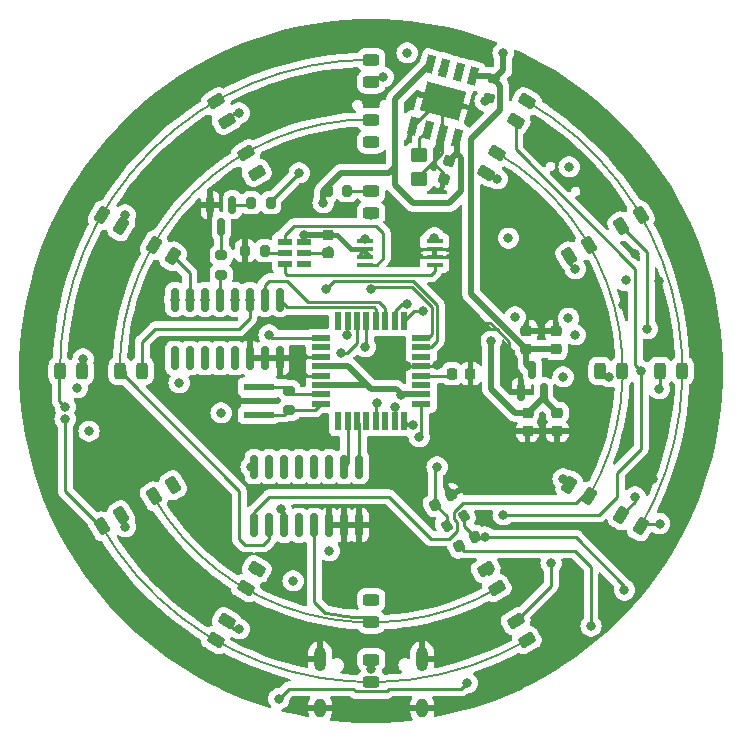
<source format=gbr>
%TF.GenerationSoftware,KiCad,Pcbnew,7.0.9*%
%TF.CreationDate,2025-01-08T15:48:33+01:00*%
%TF.ProjectId,DB-radar,44422d72-6164-4617-922e-6b696361645f,rev?*%
%TF.SameCoordinates,Original*%
%TF.FileFunction,Copper,L1,Top*%
%TF.FilePolarity,Positive*%
%FSLAX46Y46*%
G04 Gerber Fmt 4.6, Leading zero omitted, Abs format (unit mm)*
G04 Created by KiCad (PCBNEW 7.0.9) date 2025-01-08 15:48:33*
%MOMM*%
%LPD*%
G01*
G04 APERTURE LIST*
G04 Aperture macros list*
%AMRoundRect*
0 Rectangle with rounded corners*
0 $1 Rounding radius*
0 $2 $3 $4 $5 $6 $7 $8 $9 X,Y pos of 4 corners*
0 Add a 4 corners polygon primitive as box body*
4,1,4,$2,$3,$4,$5,$6,$7,$8,$9,$2,$3,0*
0 Add four circle primitives for the rounded corners*
1,1,$1+$1,$2,$3*
1,1,$1+$1,$4,$5*
1,1,$1+$1,$6,$7*
1,1,$1+$1,$8,$9*
0 Add four rect primitives between the rounded corners*
20,1,$1+$1,$2,$3,$4,$5,0*
20,1,$1+$1,$4,$5,$6,$7,0*
20,1,$1+$1,$6,$7,$8,$9,0*
20,1,$1+$1,$8,$9,$2,$3,0*%
%AMRotRect*
0 Rectangle, with rotation*
0 The origin of the aperture is its center*
0 $1 length*
0 $2 width*
0 $3 Rotation angle, in degrees counterclockwise*
0 Add horizontal line*
21,1,$1,$2,0,0,$3*%
G04 Aperture macros list end*
%TA.AperFunction,SMDPad,CuDef*%
%ADD10RoundRect,0.243750X0.439219X0.273249X0.017031X0.516999X-0.439219X-0.273249X-0.017031X-0.516999X0*%
%TD*%
%TA.AperFunction,SMDPad,CuDef*%
%ADD11RoundRect,0.225000X-0.069856X-0.329006X0.319856X-0.104006X0.069856X0.329006X-0.319856X0.104006X0*%
%TD*%
%TA.AperFunction,SMDPad,CuDef*%
%ADD12RotRect,0.700000X1.525000X165.000000*%
%TD*%
%TA.AperFunction,SMDPad,CuDef*%
%ADD13RotRect,2.513000X3.402000X75.000000*%
%TD*%
%TA.AperFunction,SMDPad,CuDef*%
%ADD14RoundRect,0.200000X-0.275000X0.200000X-0.275000X-0.200000X0.275000X-0.200000X0.275000X0.200000X0*%
%TD*%
%TA.AperFunction,SMDPad,CuDef*%
%ADD15RoundRect,0.243750X0.243750X0.456250X-0.243750X0.456250X-0.243750X-0.456250X0.243750X-0.456250X0*%
%TD*%
%TA.AperFunction,SMDPad,CuDef*%
%ADD16RoundRect,0.243750X-0.516999X-0.017031X-0.273249X-0.439219X0.516999X0.017031X0.273249X0.439219X0*%
%TD*%
%TA.AperFunction,SMDPad,CuDef*%
%ADD17RoundRect,0.243750X-0.017031X0.516999X-0.439219X0.273249X0.017031X-0.516999X0.439219X-0.273249X0*%
%TD*%
%TA.AperFunction,SMDPad,CuDef*%
%ADD18RoundRect,0.243750X0.273249X-0.439219X0.516999X-0.017031X-0.273249X0.439219X-0.516999X0.017031X0*%
%TD*%
%TA.AperFunction,SMDPad,CuDef*%
%ADD19RoundRect,0.225000X-0.183247X0.282038X-0.299716X-0.152629X0.183247X-0.282038X0.299716X0.152629X0*%
%TD*%
%TA.AperFunction,SMDPad,CuDef*%
%ADD20RoundRect,0.243750X-0.456250X0.243750X-0.456250X-0.243750X0.456250X-0.243750X0.456250X0.243750X0*%
%TD*%
%TA.AperFunction,SMDPad,CuDef*%
%ADD21RoundRect,0.243750X0.456250X-0.243750X0.456250X0.243750X-0.456250X0.243750X-0.456250X-0.243750X0*%
%TD*%
%TA.AperFunction,SMDPad,CuDef*%
%ADD22RoundRect,0.243750X-0.273249X0.439219X-0.516999X0.017031X0.273249X-0.439219X0.516999X-0.017031X0*%
%TD*%
%TA.AperFunction,SMDPad,CuDef*%
%ADD23R,2.540000X0.550000*%
%TD*%
%TA.AperFunction,SMDPad,CuDef*%
%ADD24R,2.000000X0.550000*%
%TD*%
%TA.AperFunction,SMDPad,CuDef*%
%ADD25RoundRect,0.200000X-0.035705X-0.338157X0.310705X-0.138157X0.035705X0.338157X-0.310705X0.138157X0*%
%TD*%
%TA.AperFunction,SMDPad,CuDef*%
%ADD26R,1.600000X0.550000*%
%TD*%
%TA.AperFunction,SMDPad,CuDef*%
%ADD27R,0.550000X1.600000*%
%TD*%
%TA.AperFunction,SMDPad,CuDef*%
%ADD28RoundRect,0.225000X0.250000X-0.225000X0.250000X0.225000X-0.250000X0.225000X-0.250000X-0.225000X0*%
%TD*%
%TA.AperFunction,SMDPad,CuDef*%
%ADD29RoundRect,0.243750X0.017031X-0.516999X0.439219X-0.273249X-0.017031X0.516999X-0.439219X0.273249X0*%
%TD*%
%TA.AperFunction,SMDPad,CuDef*%
%ADD30RoundRect,0.243750X0.516999X0.017031X0.273249X0.439219X-0.516999X-0.017031X-0.273249X-0.439219X0*%
%TD*%
%TA.AperFunction,SMDPad,CuDef*%
%ADD31RoundRect,0.150000X0.150000X-0.587500X0.150000X0.587500X-0.150000X0.587500X-0.150000X-0.587500X0*%
%TD*%
%TA.AperFunction,SMDPad,CuDef*%
%ADD32RoundRect,0.150000X0.150000X-0.825000X0.150000X0.825000X-0.150000X0.825000X-0.150000X-0.825000X0*%
%TD*%
%TA.AperFunction,SMDPad,CuDef*%
%ADD33RoundRect,0.200000X-0.200000X-0.275000X0.200000X-0.275000X0.200000X0.275000X-0.200000X0.275000X0*%
%TD*%
%TA.AperFunction,SMDPad,CuDef*%
%ADD34R,1.150000X0.600000*%
%TD*%
%TA.AperFunction,SMDPad,CuDef*%
%ADD35RoundRect,0.243750X-0.439219X-0.273249X-0.017031X-0.516999X0.439219X0.273249X0.017031X0.516999X0*%
%TD*%
%TA.AperFunction,SMDPad,CuDef*%
%ADD36RoundRect,0.225000X0.225000X0.250000X-0.225000X0.250000X-0.225000X-0.250000X0.225000X-0.250000X0*%
%TD*%
%TA.AperFunction,SMDPad,CuDef*%
%ADD37R,1.475000X0.450000*%
%TD*%
%TA.AperFunction,SMDPad,CuDef*%
%ADD38RoundRect,0.225000X-0.250000X0.225000X-0.250000X-0.225000X0.250000X-0.225000X0.250000X0.225000X0*%
%TD*%
%TA.AperFunction,SMDPad,CuDef*%
%ADD39RoundRect,0.200000X0.275000X-0.200000X0.275000X0.200000X-0.275000X0.200000X-0.275000X-0.200000X0*%
%TD*%
%TA.AperFunction,SMDPad,CuDef*%
%ADD40RoundRect,0.243750X-0.243750X-0.456250X0.243750X-0.456250X0.243750X0.456250X-0.243750X0.456250X0*%
%TD*%
%TA.AperFunction,SMDPad,CuDef*%
%ADD41RoundRect,0.150000X-0.150000X0.587500X-0.150000X-0.587500X0.150000X-0.587500X0.150000X0.587500X0*%
%TD*%
%TA.AperFunction,SMDPad,CuDef*%
%ADD42RoundRect,0.200000X0.213866X-0.264360X0.317393X0.122010X-0.213866X0.264360X-0.317393X-0.122010X0*%
%TD*%
%TA.AperFunction,SMDPad,CuDef*%
%ADD43RoundRect,0.250000X0.450000X-0.350000X0.450000X0.350000X-0.450000X0.350000X-0.450000X-0.350000X0*%
%TD*%
%TA.AperFunction,ComponentPad*%
%ADD44O,1.000000X1.600000*%
%TD*%
%TA.AperFunction,ComponentPad*%
%ADD45O,1.000000X2.100000*%
%TD*%
%TA.AperFunction,ViaPad*%
%ADD46C,0.800000*%
%TD*%
%TA.AperFunction,Conductor*%
%ADD47C,0.250000*%
%TD*%
%TA.AperFunction,Conductor*%
%ADD48C,0.400000*%
%TD*%
%TA.AperFunction,Conductor*%
%ADD49C,0.500000*%
%TD*%
%TA.AperFunction,Conductor*%
%ADD50C,0.200000*%
%TD*%
G04 APERTURE END LIST*
D10*
%TO.P,D28,1,K*%
%TO.N,Net-(D20-K)*%
X84814263Y-117308750D03*
%TO.P,D28,2,A*%
%TO.N,Net-(D27-A)*%
X83190465Y-116371250D03*
%TD*%
D11*
%TO.P,C9,2*%
%TO.N,GND*%
X108367170Y-137552736D03*
%TO.P,C9,1*%
%TO.N,VCC*%
X107024830Y-138327736D03*
%TD*%
D12*
%TO.P,U3,1,TEMP1*%
%TO.N,GND*%
X105153994Y-106266541D03*
%TO.P,U3,2,PROG2*%
%TO.N,Net-(U3-PROG2)*%
X106380720Y-106595241D03*
%TO.P,U3,3,GND_3*%
%TO.N,GND*%
X107607446Y-106923941D03*
%TO.P,U3,4,VCC4*%
%TO.N,5V*%
X108834171Y-107252641D03*
%TO.P,U3,5,BAT*%
%TO.N,BAT+*%
X110238006Y-102013459D03*
%TO.P,U3,6,~{STDBY}*%
%TO.N,unconnected-(U3-~{STDBY}-Pad6)*%
X109011280Y-101684759D03*
%TO.P,U3,7,~{CHRG}*%
%TO.N,Net-(D1-K)*%
X107784554Y-101356059D03*
%TO.P,U3,8,CE*%
%TO.N,5V*%
X106557829Y-101027359D03*
D13*
%TO.P,U3,9,EP*%
%TO.N,GND*%
X107696000Y-104140000D03*
%TD*%
D14*
%TO.P,R4,1*%
%TO.N,Net-(U1-XTAL1{slash}PB6)*%
X94658224Y-128672989D03*
%TO.P,R4,2*%
%TO.N,Net-(U1-XTAL2{slash}PB7)*%
X94658224Y-130322989D03*
%TD*%
D15*
%TO.P,D11,1,K*%
%TO.N,Net-(D11-K)*%
X77137500Y-127000000D03*
%TO.P,D11,2,A*%
%TO.N,Net-(D11-A)*%
X75262500Y-127000000D03*
%TD*%
D10*
%TO.P,D12,1,K*%
%TO.N,Net-(D12-K)*%
X80414854Y-114768750D03*
%TO.P,D12,2,A*%
%TO.N,Net-(D11-A)*%
X78791056Y-113831250D03*
%TD*%
D16*
%TO.P,D23,1,K*%
%TO.N,Net-(D19-K)*%
X111291250Y-143785737D03*
%TO.P,D23,2,A*%
%TO.N,Net-(D23-A)*%
X112228750Y-145409535D03*
%TD*%
D17*
%TO.P,D26,1,K*%
%TO.N,Net-(D22-K)*%
X84814263Y-136691250D03*
%TO.P,D26,2,A*%
%TO.N,Net-(D23-A)*%
X83190465Y-137628750D03*
%TD*%
D18*
%TO.P,D19,1,K*%
%TO.N,Net-(D19-K)*%
X111291250Y-110214263D03*
%TO.P,D19,2,A*%
%TO.N,Net-(D19-A)*%
X112228750Y-108590465D03*
%TD*%
D19*
%TO.P,C4,1*%
%TO.N,5V*%
X108204000Y-109220000D03*
%TO.P,C4,2*%
%TO.N,GND*%
X107802830Y-110717186D03*
%TD*%
D20*
%TO.P,D8,1,K*%
%TO.N,Net-(D12-K)*%
X101600000Y-151462500D03*
%TO.P,D8,2,A*%
%TO.N,Net-(D10-A)*%
X101600000Y-153337500D03*
%TD*%
D21*
%TO.P,D14,1,K*%
%TO.N,Net-(D10-K)*%
X101600000Y-102537500D03*
%TO.P,D14,2,A*%
%TO.N,Net-(D11-A)*%
X101600000Y-100662500D03*
%TD*%
D22*
%TO.P,D25,1,K*%
%TO.N,Net-(D21-K)*%
X91908750Y-143785737D03*
%TO.P,D25,2,A*%
%TO.N,Net-(D23-A)*%
X90971250Y-145409535D03*
%TD*%
D23*
%TO.P,Y1,1,1*%
%TO.N,Net-(U1-XTAL2{slash}PB7)*%
X92075000Y-130740000D03*
%TO.P,Y1,2,2*%
%TO.N,Net-(U1-XTAL1{slash}PB6)*%
X92075000Y-128340000D03*
D24*
%TO.P,Y1,3,3*%
%TO.N,GND*%
X92075000Y-129540000D03*
%TD*%
D17*
%TO.P,D10,1,K*%
%TO.N,Net-(D10-K)*%
X80414854Y-139231250D03*
%TO.P,D10,2,A*%
%TO.N,Net-(D10-A)*%
X78791056Y-140168750D03*
%TD*%
D25*
%TO.P,R11,1*%
%TO.N,VCC*%
X107997529Y-140112500D03*
%TO.P,R11,2*%
%TO.N,RESET*%
X109426471Y-139287500D03*
%TD*%
D26*
%TO.P,U1,1,PD3*%
%TO.N,BUT_3*%
X97350000Y-124200000D03*
%TO.P,U1,2,PD4*%
%TO.N,unconnected-(U1-PD4-Pad2)*%
X97350000Y-125000000D03*
%TO.P,U1,3,PE0*%
%TO.N,GND*%
X97350000Y-125800000D03*
%TO.P,U1,4,VCC*%
%TO.N,VCC*%
X97350000Y-126600000D03*
%TO.P,U1,5,GND*%
%TO.N,GND*%
X97350000Y-127400000D03*
%TO.P,U1,6,PE1*%
%TO.N,VCC*%
X97350000Y-128200000D03*
%TO.P,U1,7,XTAL1/PB6*%
%TO.N,Net-(U1-XTAL1{slash}PB6)*%
X97350000Y-129000000D03*
%TO.P,U1,8,XTAL2/PB7*%
%TO.N,Net-(U1-XTAL2{slash}PB7)*%
X97350000Y-129800000D03*
D27*
%TO.P,U1,9,PD5*%
%TO.N,unconnected-(U1-PD5-Pad9)*%
X98800000Y-131250000D03*
%TO.P,U1,10,PD6*%
%TO.N,G*%
X99600000Y-131250000D03*
%TO.P,U1,11,PD7*%
%TO.N,H*%
X100400000Y-131250000D03*
%TO.P,U1,12,PB0*%
%TO.N,unconnected-(U1-PB0-Pad12)*%
X101200000Y-131250000D03*
%TO.P,U1,13,PB1*%
%TO.N,LED_PWM*%
X102000000Y-131250000D03*
%TO.P,U1,14,PB2*%
%TO.N,unconnected-(U1-PB2-Pad14)*%
X102800000Y-131250000D03*
%TO.P,U1,15,PB3*%
%TO.N,MOSI*%
X103600000Y-131250000D03*
%TO.P,U1,16,PB4*%
%TO.N,MISO*%
X104400000Y-131250000D03*
D26*
%TO.P,U1,17,PB5*%
%TO.N,SCK*%
X105850000Y-129800000D03*
%TO.P,U1,18,AVCC*%
%TO.N,VCC*%
X105850000Y-129000000D03*
%TO.P,U1,19,PE2*%
%TO.N,unconnected-(U1-PE2-Pad19)*%
X105850000Y-128200000D03*
%TO.P,U1,20,AREF*%
%TO.N,Net-(U1-AREF)*%
X105850000Y-127400000D03*
%TO.P,U1,21,GND*%
%TO.N,GND*%
X105850000Y-126600000D03*
%TO.P,U1,22,PE3*%
%TO.N,unconnected-(U1-PE3-Pad22)*%
X105850000Y-125800000D03*
%TO.P,U1,23,PC0*%
%TO.N,A*%
X105850000Y-125000000D03*
%TO.P,U1,24,PC1*%
%TO.N,B*%
X105850000Y-124200000D03*
D27*
%TO.P,U1,25,PC2*%
%TO.N,C*%
X104400000Y-122750000D03*
%TO.P,U1,26,PC3*%
%TO.N,D*%
X103600000Y-122750000D03*
%TO.P,U1,27,PC4*%
%TO.N,E*%
X102800000Y-122750000D03*
%TO.P,U1,28,PC5*%
%TO.N,F*%
X102000000Y-122750000D03*
%TO.P,U1,29,~{RESET}/PC6*%
%TO.N,RESET*%
X101200000Y-122750000D03*
%TO.P,U1,30,PD0*%
%TO.N,RX*%
X100400000Y-122750000D03*
%TO.P,U1,31,PD1*%
%TO.N,TX*%
X99600000Y-122750000D03*
%TO.P,U1,32,PD2*%
%TO.N,unconnected-(U1-PD2-Pad32)*%
X98800000Y-122750000D03*
%TD*%
D28*
%TO.P,C7,1*%
%TO.N,GND*%
X114838000Y-132106000D03*
%TO.P,C7,2*%
%TO.N,VCC_bat*%
X114838000Y-130556000D03*
%TD*%
D29*
%TO.P,D4,1,K*%
%TO.N,Net-(D12-K)*%
X122785146Y-114768750D03*
%TO.P,D4,2,A*%
%TO.N,Net-(D3-A)*%
X124408944Y-113831250D03*
%TD*%
D30*
%TO.P,D13,1,K*%
%TO.N,Net-(D13-K)*%
X89368750Y-105814854D03*
%TO.P,D13,2,A*%
%TO.N,Net-(D11-A)*%
X88431250Y-104191056D03*
%TD*%
D31*
%TO.P,U4,1,GND*%
%TO.N,GND*%
X114300000Y-128791000D03*
%TO.P,U4,2,VO*%
%TO.N,VCC_bat*%
X116200000Y-128791000D03*
%TO.P,U4,3,VI*%
%TO.N,BAT+*%
X115250000Y-126916000D03*
%TD*%
D32*
%TO.P,U8,1,Y0*%
%TO.N,Net-(D19-A)*%
X91694000Y-140078000D03*
%TO.P,U8,2,Y2*%
%TO.N,Net-(D27-A)*%
X92964000Y-140078000D03*
%TO.P,U8,3,Y*%
%TO.N,VCC*%
X94234000Y-140078000D03*
%TO.P,U8,4,Y3*%
%TO.N,unconnected-(U8-Y3-Pad4)*%
X95504000Y-140078000D03*
%TO.P,U8,5,Y1*%
%TO.N,Net-(D23-A)*%
X96774000Y-140078000D03*
%TO.P,U8,6,Inh*%
%TO.N,GND*%
X98044000Y-140078000D03*
%TO.P,U8,7,VEE*%
X99314000Y-140078000D03*
%TO.P,U8,8,VSS*%
X100584000Y-140078000D03*
%TO.P,U8,9,B*%
%TO.N,H*%
X100584000Y-135128000D03*
%TO.P,U8,10,A*%
%TO.N,G*%
X99314000Y-135128000D03*
%TO.P,U8,11,X3*%
%TO.N,unconnected-(U8-X3-Pad11)*%
X98044000Y-135128000D03*
%TO.P,U8,12,X0*%
%TO.N,unconnected-(U8-X0-Pad12)*%
X96774000Y-135128000D03*
%TO.P,U8,13,X*%
%TO.N,unconnected-(U8-X-Pad13)*%
X95504000Y-135128000D03*
%TO.P,U8,14,X1*%
%TO.N,unconnected-(U8-X1-Pad14)*%
X94234000Y-135128000D03*
%TO.P,U8,15,X2*%
%TO.N,unconnected-(U8-X2-Pad15)*%
X92964000Y-135128000D03*
%TO.P,U8,16,VDD*%
%TO.N,VCC*%
X91694000Y-135128000D03*
%TD*%
D33*
%TO.P,R14,1*%
%TO.N,Net-(Q3-B)*%
X91440000Y-112776000D03*
%TO.P,R14,2*%
%TO.N,LED_PWM*%
X93090000Y-112776000D03*
%TD*%
D34*
%TO.P,U2,1,OD*%
%TO.N,Net-(Q1-G1)*%
X94302000Y-116073000D03*
%TO.P,U2,2,CS*%
%TO.N,Net-(U2-CS)*%
X94302000Y-117023000D03*
%TO.P,U2,3,OC*%
%TO.N,Net-(Q1-G2)*%
X94302000Y-117973000D03*
%TO.P,U2,4,TD*%
%TO.N,unconnected-(U2-TD-Pad4)*%
X95902000Y-117973000D03*
%TO.P,U2,5,VCC*%
%TO.N,Net-(U2-VCC)*%
X95902000Y-117023000D03*
%TO.P,U2,6,GND*%
%TO.N,-BATT*%
X95902000Y-116073000D03*
%TD*%
D18*
%TO.P,D3,1,K*%
%TO.N,Net-(D11-K)*%
X113831250Y-105814854D03*
%TO.P,D3,2,A*%
%TO.N,Net-(D3-A)*%
X114768750Y-104191056D03*
%TD*%
D32*
%TO.P,U5,1,Y0*%
%TO.N,unconnected-(U5-Y0-Pad1)*%
X84963000Y-125919000D03*
%TO.P,U5,2,Y2*%
%TO.N,unconnected-(U5-Y2-Pad2)*%
X86233000Y-125919000D03*
%TO.P,U5,3,Y*%
%TO.N,unconnected-(U5-Y-Pad3)*%
X87503000Y-125919000D03*
%TO.P,U5,4,Y3*%
%TO.N,unconnected-(U5-Y3-Pad4)*%
X88773000Y-125919000D03*
%TO.P,U5,5,Y1*%
%TO.N,unconnected-(U5-Y1-Pad5)*%
X90043000Y-125919000D03*
%TO.P,U5,6,Inh*%
%TO.N,GND*%
X91313000Y-125919000D03*
%TO.P,U5,7,VEE*%
X92583000Y-125919000D03*
%TO.P,U5,8,VSS*%
X93853000Y-125919000D03*
%TO.P,U5,9,B*%
%TO.N,F*%
X93853000Y-120969000D03*
%TO.P,U5,10,A*%
%TO.N,E*%
X92583000Y-120969000D03*
%TO.P,U5,11,X3*%
%TO.N,Net-(D19-K)*%
X91313000Y-120969000D03*
%TO.P,U5,12,X0*%
%TO.N,Net-(D22-K)*%
X90043000Y-120969000D03*
%TO.P,U5,13,X*%
%TO.N,Net-(U5-X)*%
X88773000Y-120969000D03*
%TO.P,U5,14,X1*%
%TO.N,Net-(D21-K)*%
X87503000Y-120969000D03*
%TO.P,U5,15,X2*%
%TO.N,Net-(D20-K)*%
X86233000Y-120969000D03*
%TO.P,U5,16,VDD*%
%TO.N,VCC*%
X84963000Y-120969000D03*
%TD*%
D35*
%TO.P,D22,1,K*%
%TO.N,Net-(D22-K)*%
X118385737Y-136691250D03*
%TO.P,D22,2,A*%
%TO.N,Net-(D19-A)*%
X120009535Y-137628750D03*
%TD*%
D36*
%TO.P,C1,1*%
%TO.N,GND*%
X110008000Y-127254000D03*
%TO.P,C1,2*%
%TO.N,Net-(U1-AREF)*%
X108458000Y-127254000D03*
%TD*%
D30*
%TO.P,D29,1,K*%
%TO.N,Net-(D21-K)*%
X91908750Y-110214263D03*
%TO.P,D29,2,A*%
%TO.N,Net-(D27-A)*%
X90971250Y-108590465D03*
%TD*%
D37*
%TO.P,Q1,1,D12_1*%
%TO.N,Net-(Q1-D12_1)*%
X101092000Y-116048000D03*
%TO.P,Q1,2,S1_1*%
%TO.N,-BATT*%
X101092000Y-116698000D03*
%TO.P,Q1,3,S1_2*%
X101092000Y-117348000D03*
%TO.P,Q1,4,G1*%
%TO.N,Net-(Q1-G1)*%
X101092000Y-117998000D03*
%TO.P,Q1,5,G2*%
%TO.N,Net-(Q1-G2)*%
X106968000Y-117998000D03*
%TO.P,Q1,6,S2_1*%
%TO.N,GND*%
X106968000Y-117348000D03*
%TO.P,Q1,7,S2_2*%
X106968000Y-116698000D03*
%TO.P,Q1,8,D12_2*%
%TO.N,Net-(Q1-D12_1)*%
X106968000Y-116048000D03*
%TD*%
D33*
%TO.P,R9,1*%
%TO.N,GND*%
X90932000Y-116840000D03*
%TO.P,R9,2*%
%TO.N,Net-(U2-CS)*%
X92582000Y-116840000D03*
%TD*%
D29*
%TO.P,D20,1,K*%
%TO.N,Net-(D20-K)*%
X118385737Y-117308750D03*
%TO.P,D20,2,A*%
%TO.N,Net-(D19-A)*%
X120009535Y-116371250D03*
%TD*%
D28*
%TO.P,C2,1*%
%TO.N,Net-(U2-VCC)*%
X97934000Y-117023000D03*
%TO.P,C2,2*%
%TO.N,-BATT*%
X97934000Y-115473000D03*
%TD*%
D38*
%TO.P,C5,1*%
%TO.N,GND*%
X117256112Y-123617346D03*
%TO.P,C5,2*%
%TO.N,BAT+*%
X117256112Y-125167346D03*
%TD*%
D21*
%TO.P,D1,1,K*%
%TO.N,Net-(D1-K)*%
X101600000Y-113635000D03*
%TO.P,D1,2,A*%
%TO.N,Net-(D1-A)*%
X101600000Y-111760000D03*
%TD*%
D11*
%TO.P,C10,1*%
%TO.N,DTR*%
X109056830Y-141847264D03*
%TO.P,C10,2*%
%TO.N,RESET*%
X110399170Y-141072264D03*
%TD*%
D20*
%TO.P,D24,1,K*%
%TO.N,Net-(D20-K)*%
X101600000Y-146382500D03*
%TO.P,D24,2,A*%
%TO.N,Net-(D23-A)*%
X101600000Y-148257500D03*
%TD*%
D38*
%TO.P,C6,1*%
%TO.N,GND*%
X114746112Y-123617346D03*
%TO.P,C6,2*%
%TO.N,BAT+*%
X114746112Y-125167346D03*
%TD*%
D22*
%TO.P,D9,1,K*%
%TO.N,Net-(D13-K)*%
X89368750Y-148185146D03*
%TO.P,D9,2,A*%
%TO.N,Net-(D10-A)*%
X88431250Y-149808944D03*
%TD*%
D21*
%TO.P,D30,1,K*%
%TO.N,Net-(D22-K)*%
X101600000Y-107617500D03*
%TO.P,D30,2,A*%
%TO.N,Net-(D27-A)*%
X101600000Y-105742500D03*
%TD*%
D39*
%TO.P,R3,1*%
%TO.N,Net-(U5-X)*%
X88900000Y-118872000D03*
%TO.P,R3,2*%
%TO.N,Net-(Q3-C)*%
X88900000Y-117222000D03*
%TD*%
D40*
%TO.P,D21,1,K*%
%TO.N,Net-(D21-K)*%
X120982500Y-127000000D03*
%TO.P,D21,2,A*%
%TO.N,Net-(D19-A)*%
X122857500Y-127000000D03*
%TD*%
%TO.P,D5,1,K*%
%TO.N,Net-(D13-K)*%
X126062500Y-127000000D03*
%TO.P,D5,2,A*%
%TO.N,Net-(D3-A)*%
X127937500Y-127000000D03*
%TD*%
D28*
%TO.P,C8,1*%
%TO.N,GND*%
X117348000Y-132106000D03*
%TO.P,C8,2*%
%TO.N,VCC_bat*%
X117348000Y-130556000D03*
%TD*%
D41*
%TO.P,Q3,1,E*%
%TO.N,GND*%
X87950000Y-112933000D03*
%TO.P,Q3,2,B*%
%TO.N,Net-(Q3-B)*%
X89850000Y-112933000D03*
%TO.P,Q3,3,C*%
%TO.N,Net-(Q3-C)*%
X88900000Y-114808000D03*
%TD*%
D15*
%TO.P,D27,1,K*%
%TO.N,Net-(D19-K)*%
X82217500Y-127000000D03*
%TO.P,D27,2,A*%
%TO.N,Net-(D27-A)*%
X80342500Y-127000000D03*
%TD*%
D42*
%TO.P,R6,1*%
%TO.N,Net-(U2-VCC)*%
X111546474Y-103920889D03*
%TO.P,R6,2*%
%TO.N,BAT+*%
X111973526Y-102327111D03*
%TD*%
D35*
%TO.P,D6,1,K*%
%TO.N,Net-(D10-K)*%
X122785146Y-139231250D03*
%TO.P,D6,2,A*%
%TO.N,Net-(D3-A)*%
X124408944Y-140168750D03*
%TD*%
D16*
%TO.P,D7,1,K*%
%TO.N,Net-(D11-K)*%
X113831250Y-148185146D03*
%TO.P,D7,2,A*%
%TO.N,Net-(D10-A)*%
X114768750Y-149808944D03*
%TD*%
D43*
%TO.P,R10,1*%
%TO.N,GND*%
X105664000Y-110728000D03*
%TO.P,R10,2*%
%TO.N,Net-(U3-PROG2)*%
X105664000Y-108728000D03*
%TD*%
D33*
%TO.P,R7,1*%
%TO.N,5V*%
X97918000Y-111760000D03*
%TO.P,R7,2*%
%TO.N,Net-(D1-A)*%
X99568000Y-111760000D03*
%TD*%
D44*
%TO.P,J1,S1,SHIELD*%
%TO.N,GND*%
X105920000Y-155564000D03*
D45*
X105920000Y-151384000D03*
D44*
X97280000Y-155564000D03*
D45*
X97280000Y-151384000D03*
%TD*%
D46*
%TO.N,GND*%
X81788000Y-123444000D03*
X123444000Y-132588000D03*
X125984000Y-119380000D03*
%TO.N,BAT+*%
X112776000Y-100076000D03*
X98044000Y-142240000D03*
X115044652Y-126628853D03*
%TO.N,-BATT*%
X95871861Y-115481438D03*
%TO.N,GND*%
X128524000Y-135128000D03*
X112776000Y-133096000D03*
X123951749Y-117122364D03*
X73660000Y-119888000D03*
X122936000Y-121412000D03*
X115824000Y-102108000D03*
X104668372Y-126612910D03*
X109322312Y-121333159D03*
X79756000Y-118364000D03*
X91948000Y-152908000D03*
X119236942Y-104492107D03*
X97536000Y-108712000D03*
X78740000Y-109728000D03*
X120396000Y-121412000D03*
X108712000Y-113792000D03*
X108712000Y-105156000D03*
X107188000Y-126492000D03*
X127508000Y-115824000D03*
X99568000Y-143764000D03*
X120904000Y-131572000D03*
X106680000Y-145288000D03*
X83312000Y-106172000D03*
X94996000Y-150876000D03*
X108712000Y-104140000D03*
X121412000Y-107188000D03*
X73152000Y-131064000D03*
X83312000Y-140716000D03*
X82804000Y-143764000D03*
X109220000Y-135128000D03*
X96012000Y-103632000D03*
X102108000Y-99060000D03*
X118114205Y-111124890D03*
X125984000Y-131572000D03*
X125476000Y-136144000D03*
X109220000Y-100076000D03*
X115315999Y-121108612D03*
X116332000Y-134620000D03*
X78740000Y-142240000D03*
X116332000Y-114300000D03*
%TO.N,Net-(U2-VCC)*%
X111252000Y-104140000D03*
X98044000Y-116840000D03*
%TO.N,5V*%
X97536000Y-112776000D03*
X94996000Y-144780000D03*
%TO.N,VCC*%
X76722883Y-128427037D03*
X107188000Y-135128000D03*
X113792000Y-122428000D03*
X104648000Y-100076000D03*
X93980000Y-138684000D03*
X77708983Y-132107214D03*
X123157884Y-119346778D03*
X118364000Y-109728000D03*
X84963000Y-120969000D03*
X91440000Y-135128000D03*
X104140000Y-129032000D03*
%TO.N,DTR*%
X120214944Y-148604607D03*
%TO.N,RESET*%
X111252000Y-141072264D03*
X101092000Y-124968000D03*
X123040587Y-145564656D03*
%TO.N,Net-(D1-K)*%
X107696000Y-101600000D03*
X101600000Y-113792000D03*
%TO.N,VCC_bat*%
X111764299Y-124455701D03*
X113221107Y-115765545D03*
%TO.N,Net-(D11-K)*%
X112776000Y-139192000D03*
X116840000Y-143256000D03*
X124460000Y-127000000D03*
X77216000Y-125984000D03*
%TO.N,Net-(D3-A)*%
X126026297Y-139931568D03*
X93789174Y-154752750D03*
X109728000Y-153416000D03*
%TO.N,Net-(D12-K)*%
X124968000Y-123444000D03*
X118872000Y-123952000D03*
X101600000Y-152250500D03*
X80772000Y-113792000D03*
%TO.N,Net-(D13-K)*%
X90424000Y-105156000D03*
X90424000Y-148844000D03*
X125984000Y-128524000D03*
X117856000Y-127508000D03*
%TO.N,Net-(D10-K)*%
X123952000Y-137668000D03*
X80772000Y-140208000D03*
X118299000Y-122555000D03*
X102616000Y-102108000D03*
%TO.N,Net-(D10-A)*%
X75692000Y-131064000D03*
%TO.N,Net-(D11-A)*%
X75692000Y-130048000D03*
%TO.N,Net-(D19-K)*%
X91313000Y-120969000D03*
X112268000Y-110744000D03*
X111566750Y-143932890D03*
%TO.N,Net-(D20-K)*%
X118872000Y-118364000D03*
X86233000Y-120969000D03*
X101600000Y-146304000D03*
%TO.N,Net-(D21-K)*%
X88900000Y-130556000D03*
X91948000Y-110236000D03*
X87503000Y-120969000D03*
X91725002Y-143831541D03*
X121770521Y-127485162D03*
%TO.N,Net-(D22-K)*%
X117856000Y-136144000D03*
X90043000Y-120969000D03*
X101600000Y-107696000D03*
X84836000Y-136652000D03*
%TO.N,RX*%
X99060000Y-125476000D03*
%TO.N,TX*%
X99568000Y-123952000D03*
%TO.N,SCK*%
X105664000Y-132588000D03*
%TO.N,MOSI*%
X103632000Y-130048000D03*
%TO.N,MISO*%
X105125500Y-131572000D03*
%TO.N,Net-(Q1-D12_1)*%
X106953160Y-115750682D03*
X101092000Y-115824000D03*
%TO.N,BUT_3*%
X92964000Y-123952000D03*
%TO.N,LED_PWM*%
X102118858Y-129724500D03*
X95504000Y-110236000D03*
X85344000Y-128016000D03*
%TO.N,A*%
X97758274Y-120104500D03*
%TO.N,B*%
X101600000Y-120104500D03*
%TO.N,C*%
X106013500Y-121920000D03*
%TO.N,D*%
X104648000Y-121350498D03*
%TD*%
D47*
%TO.N,Net-(D19-A)*%
X118932313Y-138176000D02*
X119672384Y-137435929D01*
X109343573Y-138176000D02*
X118932313Y-138176000D01*
X108588592Y-138930981D02*
X109343573Y-138176000D01*
X108588592Y-139569019D02*
X108588592Y-138930981D01*
X108835408Y-139815835D02*
X108588592Y-139569019D01*
X103124000Y-137668000D02*
X106680000Y-141224000D01*
X108204000Y-141224000D02*
X108835408Y-140592592D01*
X108835408Y-140592592D02*
X108835408Y-139815835D01*
X91694000Y-138938000D02*
X92964000Y-137668000D01*
X92964000Y-137668000D02*
X103124000Y-137668000D01*
X91694000Y-140078000D02*
X91694000Y-138938000D01*
X106680000Y-141224000D02*
X108204000Y-141224000D01*
D48*
%TO.N,-BATT*%
X98552000Y-115473000D02*
X97934000Y-115473000D01*
X99934000Y-116698000D02*
X101092000Y-116698000D01*
X98709000Y-115473000D02*
X99934000Y-116698000D01*
X98552000Y-115473000D02*
X98709000Y-115473000D01*
D47*
%TO.N,RESET*%
X118918786Y-141072264D02*
X110399170Y-141072264D01*
X123040587Y-145194065D02*
X118918786Y-141072264D01*
X123040587Y-145564656D02*
X123040587Y-145194065D01*
%TO.N,GND*%
X112209594Y-123444000D02*
X111252000Y-123444000D01*
X112238797Y-123473203D02*
X112209594Y-123444000D01*
X111701594Y-122936000D02*
X110236000Y-122936000D01*
X113284000Y-125984000D02*
X113284000Y-124518406D01*
X113284000Y-126492000D02*
X113284000Y-125984000D01*
X112238797Y-123473203D02*
X111701594Y-122936000D01*
X114300000Y-127508000D02*
X113284000Y-126492000D01*
X113284000Y-124518406D02*
X112238797Y-123473203D01*
X114300000Y-128791000D02*
X114300000Y-127508000D01*
D49*
%TO.N,VCC_bat*%
X113792000Y-130556000D02*
X114838000Y-130556000D01*
X111764299Y-124455701D02*
X111760000Y-124460000D01*
X111760000Y-128524000D02*
X113792000Y-130556000D01*
X111760000Y-124460000D02*
X111760000Y-128524000D01*
D47*
%TO.N,Net-(D12-K)*%
X101600000Y-152250500D02*
X101600000Y-151462500D01*
D49*
%TO.N,BAT+*%
X114746112Y-125167346D02*
X114746112Y-126412112D01*
X111659874Y-102013459D02*
X111973526Y-102327111D01*
X112776000Y-101524637D02*
X112776000Y-100076000D01*
X110238006Y-102013459D02*
X111659874Y-102013459D01*
X111973526Y-102327111D02*
X112776000Y-101524637D01*
X111973526Y-102327111D02*
X112516041Y-102869626D01*
X117256112Y-125167346D02*
X114746112Y-125167346D01*
X114746112Y-126412112D02*
X115250000Y-126916000D01*
X112516041Y-104907959D02*
X110077852Y-107346148D01*
X110077852Y-107346148D02*
X110077852Y-120499086D01*
X110077852Y-120499086D02*
X114746112Y-125167346D01*
X112516041Y-102869626D02*
X112516041Y-104907959D01*
D47*
%TO.N,-BATT*%
X101092000Y-117348000D02*
X100584000Y-117348000D01*
X101092000Y-116840000D02*
X101092000Y-116698000D01*
X101092000Y-117348000D02*
X101600000Y-117348000D01*
X100584000Y-117206000D02*
X101092000Y-116698000D01*
D49*
X95871861Y-115481438D02*
X95871861Y-116042861D01*
X95871861Y-115481438D02*
X96493562Y-115481438D01*
D47*
X101600000Y-117348000D02*
X101092000Y-116840000D01*
X100584000Y-117348000D02*
X100584000Y-117206000D01*
D49*
X95871861Y-115481438D02*
X95902000Y-115511577D01*
X96502000Y-115473000D02*
X97934000Y-115473000D01*
X95871861Y-116042861D02*
X95902000Y-116073000D01*
D47*
X101092000Y-117348000D02*
X101092000Y-116698000D01*
D49*
X96493562Y-115481438D02*
X96502000Y-115473000D01*
X95902000Y-115511577D02*
X95902000Y-116073000D01*
D47*
%TO.N,GND*%
X96205631Y-127400000D02*
X96202706Y-127397075D01*
X105664000Y-116840000D02*
X105664000Y-117348000D01*
X108570000Y-116698000D02*
X108712000Y-116840000D01*
X107802830Y-110717186D02*
X107802830Y-110342830D01*
X108204000Y-117348000D02*
X106968000Y-117348000D01*
X107802830Y-110342830D02*
X106818720Y-109358720D01*
X107607446Y-106923941D02*
X107607446Y-104228554D01*
X105664000Y-117348000D02*
X106968000Y-117348000D01*
X117256112Y-123617346D02*
X115997346Y-123617346D01*
X107306785Y-126492000D02*
X107273686Y-126525099D01*
X115997346Y-123617346D02*
X115824000Y-123444000D01*
X115650654Y-123617346D02*
X115824000Y-123444000D01*
X96086971Y-125800000D02*
X96078138Y-125808833D01*
X114746112Y-123617346D02*
X115650654Y-123617346D01*
X97350000Y-125800000D02*
X97225000Y-125800000D01*
X115824000Y-123444000D02*
X115824000Y-121616613D01*
X106968000Y-116698000D02*
X108570000Y-116698000D01*
X107607446Y-104228554D02*
X107696000Y-104140000D01*
X115824000Y-121616613D02*
X115315999Y-121108612D01*
X105664000Y-110728000D02*
X105664000Y-110513440D01*
X97225000Y-125800000D02*
X97155000Y-125730000D01*
X97350000Y-125800000D02*
X96086971Y-125800000D01*
X106818720Y-109358720D02*
X107607446Y-108569994D01*
X107280535Y-104140000D02*
X107696000Y-104140000D01*
X107607446Y-108569994D02*
X107607446Y-106923941D01*
X106968000Y-116698000D02*
X105806000Y-116698000D01*
X107188000Y-126492000D02*
X107306785Y-126492000D01*
X105664000Y-110513440D02*
X106818720Y-109358720D01*
X105153994Y-106266541D02*
X107280535Y-104140000D01*
X108712000Y-116840000D02*
X108204000Y-117348000D01*
X107198785Y-126600000D02*
X107188000Y-126610785D01*
X105850000Y-126600000D02*
X104592520Y-126600000D01*
X104592520Y-126600000D02*
X104470906Y-126478386D01*
X97350000Y-127400000D02*
X96205631Y-127400000D01*
X107188000Y-126610785D02*
X107188000Y-126492000D01*
X105806000Y-116698000D02*
X105664000Y-116840000D01*
X105850000Y-126600000D02*
X107198785Y-126600000D01*
%TO.N,Net-(U1-AREF)*%
X108585000Y-127140000D02*
X108325000Y-127400000D01*
X108325000Y-127400000D02*
X105850000Y-127400000D01*
%TO.N,Net-(U2-VCC)*%
X97934000Y-117023000D02*
X95902000Y-117023000D01*
D49*
%TO.N,5V*%
X108834171Y-108589829D02*
X108204000Y-109220000D01*
X109220000Y-108975658D02*
X108834171Y-108589829D01*
X105156000Y-112776000D02*
X108204000Y-112776000D01*
X103632000Y-103953188D02*
X106557829Y-101027359D01*
X99060000Y-110236000D02*
X103124000Y-110236000D01*
X97536000Y-111760000D02*
X99060000Y-110236000D01*
X103632000Y-109728000D02*
X103632000Y-103953188D01*
D47*
X97536000Y-112776000D02*
X97536000Y-112142000D01*
D49*
X109220000Y-111760000D02*
X109220000Y-108975658D01*
D47*
X97536000Y-112142000D02*
X97918000Y-111760000D01*
D49*
X108834171Y-107252641D02*
X108834171Y-108589829D01*
X97536000Y-112776000D02*
X97536000Y-111760000D01*
X103632000Y-111252000D02*
X105156000Y-112776000D01*
X103124000Y-110236000D02*
X103632000Y-109728000D01*
X103632000Y-109728000D02*
X103632000Y-111252000D01*
X108204000Y-112776000D02*
X109220000Y-111760000D01*
%TO.N,VCC*%
X104172000Y-129000000D02*
X105850000Y-129000000D01*
X103696000Y-128524000D02*
X104172000Y-129000000D01*
D47*
X94234000Y-140078000D02*
X94234000Y-138938000D01*
X107024830Y-138327736D02*
X107188000Y-138164566D01*
D49*
X101600000Y-128524000D02*
X103696000Y-128524000D01*
D47*
X94234000Y-138938000D02*
X93980000Y-138684000D01*
X104108000Y-129000000D02*
X104140000Y-129032000D01*
X104140000Y-129032000D02*
X104172000Y-129000000D01*
D49*
X97350000Y-128200000D02*
X101276000Y-128200000D01*
X97350000Y-126600000D02*
X99676000Y-126600000D01*
D47*
X107024830Y-138327736D02*
X107024830Y-135291170D01*
X107997529Y-139300435D02*
X107024830Y-138327736D01*
X107997529Y-140112500D02*
X107997529Y-139300435D01*
D49*
X99676000Y-126600000D02*
X101600000Y-128524000D01*
D47*
X107024830Y-135291170D02*
X107188000Y-135128000D01*
X101276000Y-128200000D02*
X101600000Y-128524000D01*
%TO.N,DTR*%
X118872000Y-142240000D02*
X109449566Y-142240000D01*
X109449566Y-142240000D02*
X109056830Y-141847264D01*
X120214944Y-148604607D02*
X120214944Y-143582944D01*
X120214944Y-143582944D02*
X118872000Y-142240000D01*
%TO.N,RESET*%
X101200000Y-124860000D02*
X101092000Y-124968000D01*
X101200000Y-122828000D02*
X101092000Y-122936000D01*
X101200000Y-122750000D02*
X101200000Y-124860000D01*
X109426471Y-140099565D02*
X110399170Y-141072264D01*
X101200000Y-122750000D02*
X101200000Y-122828000D01*
X109426471Y-139287500D02*
X109426471Y-140099565D01*
%TO.N,Net-(D1-A)*%
X99568000Y-111760000D02*
X101600000Y-111760000D01*
D49*
%TO.N,VCC_bat*%
X116200000Y-129194000D02*
X114838000Y-130556000D01*
D47*
X116200000Y-128791000D02*
X116200000Y-129408000D01*
X116200000Y-128791000D02*
X116200000Y-129194000D01*
D49*
X116200000Y-129408000D02*
X117348000Y-130556000D01*
D47*
%TO.N,Net-(D11-K)*%
X116840000Y-145176396D02*
X116840000Y-143256000D01*
X112776000Y-139192000D02*
X120904000Y-139192000D01*
X122428000Y-137668000D02*
X122428000Y-135636000D01*
X122428000Y-135636000D02*
X124460000Y-133604000D01*
X120904000Y-139192000D02*
X122428000Y-137668000D01*
X113831250Y-108243250D02*
X113831250Y-105814854D01*
X113831250Y-148185146D02*
X116840000Y-145176396D01*
X124460000Y-133604000D02*
X124460000Y-127000000D01*
X123952000Y-118364000D02*
X113831250Y-108243250D01*
X124460000Y-127000000D02*
X123952000Y-126492000D01*
X77216000Y-126921500D02*
X77137500Y-127000000D01*
X123952000Y-126492000D02*
X123952000Y-118364000D01*
X77216000Y-125984000D02*
X77216000Y-126921500D01*
%TO.N,Net-(D3-A)*%
X102898000Y-154150000D02*
X100302000Y-154150000D01*
X124646126Y-139931568D02*
X124408944Y-140168750D01*
X109220000Y-153924000D02*
X103124000Y-153924000D01*
X126026297Y-139931568D02*
X124646126Y-139931568D01*
X100076000Y-153924000D02*
X94617924Y-153924000D01*
X109728000Y-153416000D02*
X109220000Y-153924000D01*
X103124000Y-153924000D02*
X102898000Y-154150000D01*
X94617924Y-153924000D02*
X93789174Y-154752750D01*
X100302000Y-154150000D02*
X100076000Y-153924000D01*
D50*
X124394493Y-140222454D02*
G75*
G03*
X114775946Y-104178592I-22794493J13222454D01*
G01*
D47*
%TO.N,Net-(D12-K)*%
X80772000Y-113792000D02*
X80772000Y-114411604D01*
X124968000Y-123444000D02*
X124968000Y-116951604D01*
X124968000Y-116951604D02*
X122785146Y-114768750D01*
X80772000Y-114411604D02*
X80414854Y-114768750D01*
%TO.N,Net-(D13-K)*%
X90424000Y-148844000D02*
X90027604Y-148844000D01*
X90027604Y-105156000D02*
X89368750Y-105814854D01*
X126062500Y-128445500D02*
X125984000Y-128524000D01*
X90424000Y-105156000D02*
X90027604Y-105156000D01*
X90027604Y-148844000D02*
X89368750Y-148185146D01*
X126062500Y-127000000D02*
X126062500Y-128445500D01*
%TO.N,Net-(D10-K)*%
X102029500Y-102108000D02*
X101600000Y-102537500D01*
X102616000Y-102108000D02*
X102029500Y-102108000D01*
X122785146Y-139231250D02*
X123952000Y-138064396D01*
X123952000Y-138064396D02*
X123952000Y-137668000D01*
X80772000Y-139588396D02*
X80414854Y-139231250D01*
X80772000Y-140208000D02*
X80772000Y-139588396D01*
%TO.N,Net-(D10-A)*%
X75692000Y-131064000D02*
X75692000Y-137160000D01*
X75692000Y-137160000D02*
X78232000Y-139700000D01*
D50*
X78751772Y-140129386D02*
G75*
G03*
X114775947Y-149821410I22848228J13129386D01*
G01*
D47*
%TO.N,Net-(D11-A)*%
X75184000Y-129540000D02*
X75184000Y-127508000D01*
X75692000Y-130048000D02*
X75184000Y-129540000D01*
D50*
X101653732Y-100648161D02*
G75*
G03*
X75248106Y-127000000I-53732J-26351839D01*
G01*
D47*
%TO.N,Net-(D19-K)*%
X83312000Y-123444000D02*
X90424000Y-123444000D01*
X111738263Y-110214263D02*
X112268000Y-110744000D01*
X82217500Y-127000000D02*
X82217500Y-124538500D01*
X91313000Y-122555000D02*
X91313000Y-120969000D01*
X82217500Y-124538500D02*
X83312000Y-123444000D01*
X90424000Y-123444000D02*
X91313000Y-122555000D01*
X111291250Y-110214263D02*
X111738263Y-110214263D01*
D50*
%TO.N,Net-(D19-A)*%
X120032063Y-137673161D02*
G75*
G03*
X112249617Y-108554323I-18432063J10673161D01*
G01*
D47*
%TO.N,Net-(D20-K)*%
X86233000Y-120969000D02*
X86233000Y-118727487D01*
X118385737Y-117877737D02*
X118872000Y-118364000D01*
X118385737Y-117308750D02*
X118385737Y-117877737D01*
X86233000Y-118727487D02*
X84814263Y-117308750D01*
%TO.N,Net-(D21-K)*%
X121770521Y-127485162D02*
X121467662Y-127485162D01*
X121467662Y-127485162D02*
X120982500Y-127000000D01*
%TO.N,Net-(D22-K)*%
X117856000Y-136144000D02*
X117856000Y-136161513D01*
X117856000Y-136161513D02*
X118385737Y-136691250D01*
%TO.N,Net-(D23-A)*%
X100224952Y-147826365D02*
X101135431Y-147866538D01*
X99317083Y-147746482D02*
X100224952Y-147826365D01*
X96774000Y-140078000D02*
X96774000Y-146558000D01*
X97720415Y-147504415D02*
X98413594Y-147627047D01*
X98413594Y-147627047D02*
X99317083Y-147746482D01*
X101135431Y-147866538D02*
X101600167Y-147866736D01*
X96774000Y-146558000D02*
X97720415Y-147504415D01*
D50*
X83140742Y-137626050D02*
G75*
G03*
X112249615Y-145445673I18459258J10626050D01*
G01*
D47*
%TO.N,Net-(D27-A)*%
X90932000Y-141732000D02*
X90424000Y-141224000D01*
X92964000Y-141224000D02*
X92456000Y-141732000D01*
X80730765Y-127466765D02*
X80730765Y-127002083D01*
X90424000Y-141224000D02*
X90424000Y-137160000D01*
X92964000Y-140078000D02*
X92964000Y-141224000D01*
X90424000Y-137160000D02*
X80730765Y-127466765D01*
X92456000Y-141732000D02*
X90932000Y-141732000D01*
D50*
X101627200Y-105700787D02*
G75*
G03*
X80300770Y-127000000I-27200J-21299213D01*
G01*
D47*
%TO.N,RX*%
X100400000Y-124644000D02*
X100400000Y-122750000D01*
X99568000Y-125476000D02*
X100400000Y-124644000D01*
X99060000Y-125476000D02*
X99568000Y-125476000D01*
%TO.N,TX*%
X99568000Y-122782000D02*
X99600000Y-122750000D01*
X99568000Y-123952000D02*
X99568000Y-122782000D01*
%TO.N,SCK*%
X105850000Y-129800000D02*
X105850000Y-132402000D01*
X105850000Y-132402000D02*
X105664000Y-132588000D01*
%TO.N,MOSI*%
X103600000Y-130080000D02*
X103632000Y-130048000D01*
X103600000Y-131250000D02*
X103600000Y-130080000D01*
%TO.N,MISO*%
X104400000Y-131250000D02*
X104722000Y-131572000D01*
X105125500Y-131572000D02*
X105156000Y-131572000D01*
X104722000Y-131572000D02*
X105125500Y-131572000D01*
%TO.N,Net-(Q1-D12_1)*%
X106953160Y-115750682D02*
X106953160Y-116033160D01*
X101092000Y-116048000D02*
X101092000Y-115824000D01*
X106953160Y-116033160D02*
X106968000Y-116048000D01*
%TO.N,Net-(Q1-G1)*%
X102616000Y-117461500D02*
X102079500Y-117998000D01*
X95106000Y-114698000D02*
X101998000Y-114698000D01*
X94302000Y-115502000D02*
X95106000Y-114698000D01*
X102616000Y-115316000D02*
X102616000Y-117461500D01*
X94302000Y-116073000D02*
X94302000Y-115502000D01*
X101998000Y-114698000D02*
X102616000Y-115316000D01*
X102079500Y-117998000D02*
X101092000Y-117998000D01*
%TO.N,Net-(Q1-G2)*%
X94488000Y-118872000D02*
X106680000Y-118872000D01*
X94302000Y-117973000D02*
X94302000Y-118686000D01*
X106680000Y-118872000D02*
X106968000Y-118584000D01*
X106968000Y-118584000D02*
X106968000Y-117998000D01*
X94302000Y-118686000D02*
X94488000Y-118872000D01*
%TO.N,Net-(Q3-B)*%
X91283000Y-112933000D02*
X91440000Y-112776000D01*
X89850000Y-112933000D02*
X91283000Y-112933000D01*
%TO.N,Net-(Q3-C)*%
X88900000Y-117222000D02*
X88900000Y-114808000D01*
%TO.N,Net-(U5-X)*%
X88773000Y-118999000D02*
X88900000Y-118872000D01*
X88773000Y-120969000D02*
X88773000Y-118999000D01*
%TO.N,Net-(U1-XTAL1{slash}PB6)*%
X92075000Y-128340000D02*
X94325235Y-128340000D01*
X94658224Y-128672989D02*
X94985235Y-129000000D01*
X94325235Y-128340000D02*
X94658224Y-128672989D01*
X94985235Y-129000000D02*
X97350000Y-129000000D01*
%TO.N,Net-(U1-XTAL2{slash}PB7)*%
X94241213Y-130740000D02*
X94658224Y-130322989D01*
X94658224Y-130322989D02*
X96827011Y-130322989D01*
X92075000Y-130740000D02*
X94241213Y-130740000D01*
X96827011Y-130322989D02*
X97350000Y-129800000D01*
%TO.N,BUT_3*%
X97350000Y-124200000D02*
X93212000Y-124200000D01*
X93212000Y-124200000D02*
X92964000Y-123952000D01*
%TO.N,Net-(U2-CS)*%
X92765000Y-117023000D02*
X92582000Y-116840000D01*
X94302000Y-117023000D02*
X92765000Y-117023000D01*
%TO.N,Net-(U3-PROG2)*%
X105664000Y-108728000D02*
X105664000Y-107311961D01*
X105664000Y-107311961D02*
X106380720Y-106595241D01*
%TO.N,LED_PWM*%
X102118858Y-129724500D02*
X102118858Y-129821142D01*
X93090000Y-112776000D02*
X93090000Y-112650000D01*
X102118858Y-129821142D02*
X102000000Y-129940000D01*
X93090000Y-112650000D02*
X95504000Y-110236000D01*
X102000000Y-129940000D02*
X102000000Y-131250000D01*
%TO.N,G*%
X99600000Y-134842000D02*
X99314000Y-135128000D01*
X99600000Y-131250000D02*
X99600000Y-134842000D01*
%TO.N,H*%
X100584000Y-135128000D02*
X100584000Y-131434000D01*
X100584000Y-131434000D02*
X100400000Y-131250000D01*
%TO.N,A*%
X107188000Y-121412000D02*
X107188000Y-124460000D01*
X97758274Y-120104500D02*
X98482774Y-119380000D01*
X107188000Y-124460000D02*
X106648000Y-125000000D01*
X105156000Y-119380000D02*
X107188000Y-121412000D01*
X98482774Y-119380000D02*
X105156000Y-119380000D01*
X106648000Y-125000000D02*
X105850000Y-125000000D01*
%TO.N,B*%
X106432000Y-124200000D02*
X105850000Y-124200000D01*
X106738000Y-123894000D02*
X106432000Y-124200000D01*
X101600000Y-120104500D02*
X101816500Y-119888000D01*
X105027604Y-119888000D02*
X106738000Y-121598396D01*
X106738000Y-121598396D02*
X106738000Y-123894000D01*
X101816500Y-119888000D02*
X105027604Y-119888000D01*
%TO.N,C*%
X106013500Y-121920000D02*
X105230000Y-121920000D01*
X105230000Y-121920000D02*
X104400000Y-122750000D01*
%TO.N,D*%
X103600000Y-121952000D02*
X103600000Y-122750000D01*
X104648000Y-121350498D02*
X104201502Y-121350498D01*
X104201502Y-121350498D02*
X103600000Y-121952000D01*
%TO.N,E*%
X96283000Y-121175000D02*
X102275000Y-121175000D01*
X92583000Y-120969000D02*
X92583000Y-119761000D01*
X92964000Y-119380000D02*
X94488000Y-119380000D01*
X92583000Y-119761000D02*
X92964000Y-119380000D01*
X102800000Y-121700000D02*
X102800000Y-122750000D01*
X102275000Y-121175000D02*
X102800000Y-121700000D01*
X94488000Y-119380000D02*
X96283000Y-121175000D01*
%TO.N,F*%
X94509000Y-121625000D02*
X101800000Y-121625000D01*
X101800000Y-121625000D02*
X102000000Y-121825000D01*
X93853000Y-120969000D02*
X94509000Y-121625000D01*
X102000000Y-121825000D02*
X102000000Y-122750000D01*
%TD*%
%TA.AperFunction,Conductor*%
%TO.N,GND*%
G36*
X99831627Y-154569185D02*
G01*
X99849468Y-154583105D01*
X99861561Y-154594461D01*
X99866637Y-154599228D01*
X99887523Y-154620115D01*
X99887527Y-154620118D01*
X99887529Y-154620120D01*
X99893011Y-154624373D01*
X99897443Y-154628157D01*
X99931418Y-154660062D01*
X99948976Y-154669714D01*
X99965235Y-154680395D01*
X99981064Y-154692673D01*
X100023838Y-154711182D01*
X100029056Y-154713738D01*
X100069908Y-154736197D01*
X100089316Y-154741180D01*
X100107717Y-154747480D01*
X100126104Y-154755437D01*
X100169488Y-154762308D01*
X100172119Y-154762725D01*
X100177839Y-154763909D01*
X100222981Y-154775500D01*
X100243016Y-154775500D01*
X100262414Y-154777026D01*
X100282194Y-154780159D01*
X100282195Y-154780160D01*
X100282195Y-154780159D01*
X100282196Y-154780160D01*
X100328584Y-154775775D01*
X100334422Y-154775500D01*
X102815257Y-154775500D01*
X102830877Y-154777224D01*
X102830904Y-154776939D01*
X102838660Y-154777671D01*
X102838667Y-154777673D01*
X102907814Y-154775500D01*
X102937350Y-154775500D01*
X102944228Y-154774630D01*
X102950041Y-154774172D01*
X102996627Y-154772709D01*
X103015869Y-154767117D01*
X103034912Y-154763174D01*
X103054792Y-154760664D01*
X103098122Y-154743507D01*
X103103646Y-154741617D01*
X103107396Y-154740527D01*
X103148390Y-154728618D01*
X103165629Y-154718422D01*
X103183103Y-154709862D01*
X103201727Y-154702488D01*
X103201727Y-154702487D01*
X103201732Y-154702486D01*
X103239449Y-154675082D01*
X103244305Y-154671892D01*
X103284420Y-154648170D01*
X103298589Y-154633999D01*
X103313379Y-154621368D01*
X103329587Y-154609594D01*
X103342106Y-154594461D01*
X103400005Y-154555353D01*
X103437651Y-154549500D01*
X104961543Y-154549500D01*
X105028582Y-154569185D01*
X105074337Y-154621989D01*
X105084281Y-154691147D01*
X105063318Y-154744337D01*
X105041143Y-154776195D01*
X104960940Y-154963092D01*
X104920000Y-155162309D01*
X104920000Y-155314000D01*
X105620000Y-155314000D01*
X105620000Y-155814000D01*
X104920000Y-155814000D01*
X104920000Y-155914713D01*
X104935418Y-156066338D01*
X104996299Y-156260381D01*
X104996304Y-156260391D01*
X105087288Y-156424311D01*
X105102611Y-156492480D01*
X105078648Y-156558111D01*
X105023005Y-156600368D01*
X104994681Y-156607477D01*
X104874073Y-156622982D01*
X104859659Y-156624836D01*
X103775525Y-156724121D01*
X102688488Y-156783745D01*
X101600000Y-156803629D01*
X100511512Y-156783745D01*
X99424475Y-156724121D01*
X98340341Y-156624836D01*
X98202063Y-156607059D01*
X98138081Y-156578987D01*
X98099432Y-156520780D01*
X98098388Y-156450918D01*
X98116100Y-156413233D01*
X98158855Y-156351805D01*
X98239059Y-156164907D01*
X98280000Y-155965690D01*
X98280000Y-155814000D01*
X97580000Y-155814000D01*
X97580000Y-155314000D01*
X98280000Y-155314000D01*
X98280000Y-155213286D01*
X98264581Y-155061661D01*
X98203700Y-154867618D01*
X98203695Y-154867608D01*
X98129358Y-154733678D01*
X98114035Y-154665509D01*
X98137999Y-154599878D01*
X98193641Y-154557621D01*
X98237777Y-154549500D01*
X99764588Y-154549500D01*
X99831627Y-154569185D01*
G37*
%TD.AperFunction*%
%TA.AperFunction,Conductor*%
G36*
X96388582Y-154569185D02*
G01*
X96434337Y-154621989D01*
X96444281Y-154691147D01*
X96423318Y-154744337D01*
X96401143Y-154776195D01*
X96320940Y-154963092D01*
X96280000Y-155162309D01*
X96280000Y-155314000D01*
X96980000Y-155314000D01*
X96980000Y-155814000D01*
X96280000Y-155814000D01*
X96280000Y-155914713D01*
X96295418Y-156066335D01*
X96320870Y-156147457D01*
X96322156Y-156217315D01*
X96285471Y-156276779D01*
X96222460Y-156306969D01*
X96177810Y-156306083D01*
X95119792Y-156090603D01*
X94099344Y-155843643D01*
X94038815Y-155808741D01*
X94006765Y-155746657D01*
X94013368Y-155677100D01*
X94056528Y-155622154D01*
X94078072Y-155609844D01*
X94241904Y-155536901D01*
X94395045Y-155425638D01*
X94521707Y-155284966D01*
X94616353Y-155121034D01*
X94674848Y-154941006D01*
X94692495Y-154773094D01*
X94719078Y-154708484D01*
X94728124Y-154698389D01*
X94840697Y-154585818D01*
X94902020Y-154552334D01*
X94928377Y-154549500D01*
X96321543Y-154549500D01*
X96388582Y-154569185D01*
G37*
%TD.AperFunction*%
%TA.AperFunction,Conductor*%
G36*
X113843008Y-99832402D02*
G01*
X114250350Y-100014357D01*
X115227481Y-100494377D01*
X116186428Y-101009763D01*
X117125913Y-101559828D01*
X118044681Y-102143838D01*
X118941507Y-102761014D01*
X119815195Y-103410532D01*
X120664577Y-104091526D01*
X121488522Y-104803086D01*
X122285930Y-105544264D01*
X123055736Y-106314070D01*
X123796914Y-107111478D01*
X124508474Y-107935423D01*
X125189468Y-108784805D01*
X125838986Y-109658493D01*
X126456162Y-110555319D01*
X127040172Y-111474087D01*
X127590237Y-112413572D01*
X128105623Y-113372519D01*
X128525207Y-114226627D01*
X128585643Y-114349650D01*
X129029656Y-115343660D01*
X129437070Y-116353223D01*
X129807340Y-117376992D01*
X130139973Y-118413601D01*
X130434525Y-119461667D01*
X130690603Y-120519792D01*
X130907866Y-121586563D01*
X131086023Y-122660557D01*
X131224836Y-123740341D01*
X131324121Y-124824475D01*
X131383745Y-125911512D01*
X131403629Y-127000000D01*
X131383745Y-128088488D01*
X131330665Y-129056214D01*
X131324121Y-129175525D01*
X131224836Y-130259659D01*
X131086023Y-131339443D01*
X130907866Y-132413437D01*
X130690603Y-133480208D01*
X130434525Y-134538333D01*
X130139973Y-135586399D01*
X129807340Y-136623008D01*
X129437070Y-137646777D01*
X129029656Y-138656340D01*
X128585643Y-139650350D01*
X128105623Y-140627481D01*
X127590237Y-141586428D01*
X127040172Y-142525913D01*
X126456162Y-143444681D01*
X125838986Y-144341507D01*
X125189468Y-145215195D01*
X124508474Y-146064577D01*
X123796914Y-146888522D01*
X123055736Y-147685930D01*
X122285930Y-148455736D01*
X121488522Y-149196914D01*
X120664577Y-149908474D01*
X119815195Y-150589468D01*
X118941507Y-151238986D01*
X118044681Y-151856162D01*
X117125913Y-152440172D01*
X116186428Y-152990237D01*
X115227481Y-153505623D01*
X114441774Y-153891605D01*
X114250350Y-153985643D01*
X113256340Y-154429656D01*
X112246777Y-154837070D01*
X111223008Y-155207340D01*
X110186399Y-155539973D01*
X109138333Y-155834525D01*
X108080208Y-156090603D01*
X107026537Y-156305198D01*
X106956918Y-156299288D01*
X106901546Y-156256677D01*
X106878000Y-156190894D01*
X106880329Y-156158731D01*
X106920000Y-155965690D01*
X106920000Y-155814000D01*
X106220000Y-155814000D01*
X106220000Y-155314000D01*
X106920000Y-155314000D01*
X106920000Y-155213286D01*
X106904581Y-155061661D01*
X106843700Y-154867618D01*
X106843695Y-154867608D01*
X106769358Y-154733678D01*
X106754035Y-154665509D01*
X106777999Y-154599878D01*
X106833641Y-154557621D01*
X106877777Y-154549500D01*
X109137257Y-154549500D01*
X109152877Y-154551224D01*
X109152904Y-154550939D01*
X109160660Y-154551671D01*
X109160667Y-154551673D01*
X109229814Y-154549500D01*
X109259350Y-154549500D01*
X109266228Y-154548630D01*
X109272041Y-154548172D01*
X109318627Y-154546709D01*
X109337869Y-154541117D01*
X109356912Y-154537174D01*
X109376792Y-154534664D01*
X109420122Y-154517507D01*
X109425646Y-154515617D01*
X109429396Y-154514527D01*
X109470390Y-154502618D01*
X109487629Y-154492422D01*
X109505103Y-154483862D01*
X109523727Y-154476488D01*
X109523727Y-154476487D01*
X109523732Y-154476486D01*
X109561449Y-154449082D01*
X109566305Y-154445892D01*
X109606420Y-154422170D01*
X109620589Y-154407999D01*
X109635379Y-154395368D01*
X109651587Y-154383594D01*
X109669895Y-154361463D01*
X109727793Y-154322353D01*
X109765441Y-154316500D01*
X109822644Y-154316500D01*
X109822646Y-154316500D01*
X110007803Y-154277144D01*
X110180730Y-154200151D01*
X110333871Y-154088888D01*
X110460533Y-153948216D01*
X110555179Y-153784284D01*
X110613674Y-153604256D01*
X110633460Y-153416000D01*
X110613674Y-153227744D01*
X110555179Y-153047716D01*
X110460533Y-152883784D01*
X110333871Y-152743112D01*
X110333870Y-152743111D01*
X110333868Y-152743109D01*
X110298286Y-152717257D01*
X110255620Y-152661927D01*
X110249642Y-152592314D01*
X110282248Y-152530519D01*
X110330241Y-152499890D01*
X110972070Y-152275481D01*
X111911806Y-151906872D01*
X112837082Y-151503338D01*
X113746602Y-151065446D01*
X114039824Y-150910490D01*
X114108292Y-150896572D01*
X114156609Y-150910979D01*
X114168719Y-150917509D01*
X114218850Y-150944540D01*
X114386901Y-150989568D01*
X114560808Y-150994628D01*
X114560808Y-150994627D01*
X114560809Y-150994628D01*
X114589968Y-150988606D01*
X114731195Y-150959447D01*
X114824673Y-150917501D01*
X115700827Y-150411653D01*
X115783892Y-150351672D01*
X115783894Y-150351668D01*
X115783897Y-150351667D01*
X115865666Y-150259783D01*
X115899554Y-150221703D01*
X115982125Y-150068565D01*
X116027155Y-149900513D01*
X116032215Y-149726605D01*
X115997033Y-149556219D01*
X115955087Y-149462741D01*
X115829662Y-149245499D01*
X115661745Y-148954657D01*
X115661734Y-148954640D01*
X115601759Y-148871583D01*
X115601758Y-148871582D01*
X115567084Y-148840725D01*
X115471790Y-148755921D01*
X115378684Y-148705718D01*
X115318652Y-148673348D01*
X115150595Y-148628319D01*
X115150589Y-148628318D01*
X115149757Y-148628294D01*
X115149211Y-148628116D01*
X115143448Y-148627272D01*
X115143592Y-148626286D01*
X115083320Y-148606661D01*
X115039126Y-148552544D01*
X115031206Y-148483125D01*
X115042135Y-148451554D01*
X115041957Y-148451483D01*
X115043541Y-148447494D01*
X115044236Y-148445488D01*
X115044625Y-148444767D01*
X115089655Y-148276715D01*
X115094715Y-148102807D01*
X115059533Y-147932421D01*
X115059532Y-147932420D01*
X115058164Y-147925791D01*
X115060364Y-147925336D01*
X115058744Y-147866044D01*
X115090948Y-147810036D01*
X117223788Y-145677197D01*
X117236042Y-145667382D01*
X117235859Y-145667160D01*
X117241866Y-145662188D01*
X117241877Y-145662182D01*
X117272775Y-145629278D01*
X117289227Y-145611760D01*
X117299671Y-145601314D01*
X117310120Y-145590867D01*
X117314379Y-145585374D01*
X117318152Y-145580957D01*
X117350062Y-145546978D01*
X117359715Y-145529416D01*
X117370389Y-145513166D01*
X117382673Y-145497332D01*
X117401180Y-145454563D01*
X117403749Y-145449320D01*
X117405953Y-145445309D01*
X117426197Y-145408488D01*
X117431177Y-145389087D01*
X117437478Y-145370684D01*
X117445438Y-145352292D01*
X117452730Y-145306245D01*
X117453911Y-145300548D01*
X117455524Y-145294266D01*
X117465500Y-145255415D01*
X117465500Y-145235379D01*
X117467027Y-145215978D01*
X117467151Y-145215195D01*
X117470160Y-145196200D01*
X117465785Y-145149914D01*
X117465775Y-145149811D01*
X117465500Y-145143973D01*
X117465500Y-143954687D01*
X117485185Y-143887648D01*
X117497350Y-143871715D01*
X117515891Y-143851122D01*
X117572533Y-143788216D01*
X117667179Y-143624284D01*
X117725674Y-143444256D01*
X117745460Y-143256000D01*
X117725674Y-143067744D01*
X117712700Y-143027817D01*
X117710706Y-142957978D01*
X117746786Y-142898145D01*
X117809487Y-142867316D01*
X117830632Y-142865500D01*
X118561548Y-142865500D01*
X118628587Y-142885185D01*
X118649229Y-142901819D01*
X119553125Y-143805715D01*
X119586610Y-143867038D01*
X119589444Y-143893396D01*
X119589444Y-147905919D01*
X119569759Y-147972958D01*
X119557594Y-147988891D01*
X119482410Y-148072391D01*
X119387765Y-148236322D01*
X119387762Y-148236329D01*
X119330129Y-148413706D01*
X119329270Y-148416351D01*
X119309484Y-148604607D01*
X119329270Y-148792863D01*
X119329271Y-148792866D01*
X119387762Y-148972884D01*
X119387765Y-148972891D01*
X119482411Y-149136823D01*
X119609073Y-149277495D01*
X119762209Y-149388755D01*
X119762214Y-149388758D01*
X119935136Y-149465749D01*
X119935141Y-149465751D01*
X120120298Y-149505107D01*
X120120299Y-149505107D01*
X120309588Y-149505107D01*
X120309590Y-149505107D01*
X120494747Y-149465751D01*
X120667674Y-149388758D01*
X120820815Y-149277495D01*
X120947477Y-149136823D01*
X121042123Y-148972891D01*
X121100618Y-148792863D01*
X121120404Y-148604607D01*
X121100618Y-148416351D01*
X121042123Y-148236323D01*
X120947477Y-148072391D01*
X120911417Y-148032342D01*
X120872294Y-147988891D01*
X120842064Y-147925899D01*
X120840444Y-147905919D01*
X120840444Y-144177874D01*
X120860129Y-144110835D01*
X120912933Y-144065080D01*
X120982091Y-144055136D01*
X121045647Y-144084161D01*
X121052122Y-144090190D01*
X121601954Y-144640023D01*
X122146162Y-145184231D01*
X122179647Y-145245554D01*
X122176412Y-145310229D01*
X122154914Y-145376394D01*
X122154914Y-145376396D01*
X122154913Y-145376400D01*
X122135127Y-145564656D01*
X122154913Y-145752912D01*
X122154914Y-145752915D01*
X122213405Y-145932933D01*
X122213408Y-145932940D01*
X122308054Y-146096872D01*
X122434716Y-146237544D01*
X122587852Y-146348804D01*
X122587857Y-146348807D01*
X122760779Y-146425798D01*
X122760784Y-146425800D01*
X122945941Y-146465156D01*
X122945942Y-146465156D01*
X123135231Y-146465156D01*
X123135233Y-146465156D01*
X123320390Y-146425800D01*
X123493317Y-146348807D01*
X123646458Y-146237544D01*
X123773120Y-146096872D01*
X123867766Y-145932940D01*
X123926261Y-145752912D01*
X123946047Y-145564656D01*
X123926261Y-145376400D01*
X123867766Y-145196372D01*
X123773120Y-145032440D01*
X123646458Y-144891768D01*
X123563472Y-144831475D01*
X123544420Y-144813013D01*
X123544273Y-144813161D01*
X123524593Y-144793481D01*
X123511954Y-144778682D01*
X123500182Y-144762479D01*
X123500181Y-144762477D01*
X123464275Y-144732774D01*
X123459963Y-144728851D01*
X119419589Y-140688476D01*
X119409766Y-140676214D01*
X119409545Y-140676398D01*
X119404572Y-140670387D01*
X119354150Y-140623037D01*
X119343705Y-140612592D01*
X119333261Y-140602147D01*
X119327772Y-140597889D01*
X119323347Y-140594111D01*
X119289368Y-140562202D01*
X119289366Y-140562200D01*
X119289363Y-140562199D01*
X119271815Y-140552552D01*
X119255549Y-140541868D01*
X119239719Y-140529589D01*
X119196954Y-140511082D01*
X119191708Y-140508512D01*
X119150879Y-140486067D01*
X119150878Y-140486066D01*
X119131479Y-140481086D01*
X119113067Y-140474782D01*
X119094684Y-140466826D01*
X119094678Y-140466824D01*
X119048660Y-140459536D01*
X119042938Y-140458351D01*
X118997807Y-140446764D01*
X118997805Y-140446764D01*
X118977770Y-140446764D01*
X118958372Y-140445237D01*
X118943528Y-140442886D01*
X118938591Y-140442104D01*
X118938590Y-140442104D01*
X118892202Y-140446489D01*
X118886364Y-140446764D01*
X111955748Y-140446764D01*
X111888709Y-140427079D01*
X111863600Y-140405738D01*
X111857873Y-140399378D01*
X111857869Y-140399374D01*
X111704734Y-140288115D01*
X111704729Y-140288112D01*
X111531807Y-140211121D01*
X111531802Y-140211119D01*
X111386001Y-140180129D01*
X111346646Y-140171764D01*
X111157354Y-140171764D01*
X111157352Y-140171764D01*
X111025629Y-140199762D01*
X110955962Y-140194446D01*
X110917415Y-140171103D01*
X110887993Y-140144920D01*
X110887991Y-140144919D01*
X110887989Y-140144917D01*
X110738709Y-140064426D01*
X110738708Y-140064425D01*
X110738707Y-140064425D01*
X110574892Y-140020531D01*
X110417992Y-140015965D01*
X110351554Y-139994338D01*
X110307355Y-139940225D01*
X110299428Y-139870806D01*
X110312983Y-139832198D01*
X110391793Y-139689117D01*
X110435821Y-139524802D01*
X110439247Y-139354724D01*
X110401870Y-139188769D01*
X110372135Y-139124438D01*
X110293074Y-138987500D01*
X110276601Y-138919600D01*
X110299454Y-138853573D01*
X110354375Y-138810382D01*
X110400461Y-138801500D01*
X111785368Y-138801500D01*
X111852407Y-138821185D01*
X111898162Y-138873989D01*
X111908106Y-138943147D01*
X111903300Y-138963813D01*
X111901005Y-138970877D01*
X111890326Y-139003742D01*
X111874909Y-139150431D01*
X111870540Y-139192000D01*
X111890326Y-139380256D01*
X111890327Y-139380259D01*
X111948818Y-139560277D01*
X111948821Y-139560284D01*
X112043467Y-139724216D01*
X112164401Y-139858526D01*
X112170129Y-139864888D01*
X112323265Y-139976148D01*
X112323270Y-139976151D01*
X112496192Y-140053142D01*
X112496197Y-140053144D01*
X112681354Y-140092500D01*
X112681355Y-140092500D01*
X112870644Y-140092500D01*
X112870646Y-140092500D01*
X113055803Y-140053144D01*
X113228730Y-139976151D01*
X113381871Y-139864888D01*
X113384788Y-139861647D01*
X113387600Y-139858526D01*
X113447087Y-139821879D01*
X113479748Y-139817500D01*
X120821257Y-139817500D01*
X120836877Y-139819224D01*
X120836904Y-139818939D01*
X120844660Y-139819671D01*
X120844667Y-139819673D01*
X120913814Y-139817500D01*
X120943350Y-139817500D01*
X120950228Y-139816630D01*
X120956041Y-139816172D01*
X121002627Y-139814709D01*
X121021869Y-139809117D01*
X121040912Y-139805174D01*
X121060792Y-139802664D01*
X121104122Y-139785507D01*
X121109646Y-139783617D01*
X121113396Y-139782527D01*
X121154390Y-139770618D01*
X121171629Y-139760422D01*
X121189103Y-139751862D01*
X121207727Y-139744488D01*
X121207727Y-139744487D01*
X121207732Y-139744486D01*
X121245449Y-139717082D01*
X121250305Y-139713892D01*
X121290420Y-139690170D01*
X121304589Y-139675999D01*
X121319379Y-139663368D01*
X121335587Y-139651594D01*
X121365299Y-139615676D01*
X121369212Y-139611376D01*
X121402565Y-139578023D01*
X121463886Y-139544540D01*
X121533578Y-139549524D01*
X121589511Y-139591396D01*
X121610019Y-139633613D01*
X121649550Y-139781152D01*
X121681132Y-139839722D01*
X121732123Y-139934290D01*
X121847784Y-140064258D01*
X121847785Y-140064259D01*
X121886895Y-140092500D01*
X121930849Y-140124239D01*
X121930855Y-140124242D01*
X121930859Y-140124245D01*
X122289169Y-140331115D01*
X122438943Y-140417587D01*
X122532421Y-140459533D01*
X122702807Y-140494715D01*
X122876715Y-140489655D01*
X123044767Y-140444625D01*
X123045488Y-140444235D01*
X123046041Y-140444118D01*
X123051483Y-140441957D01*
X123051852Y-140442886D01*
X123113837Y-140429740D01*
X123179174Y-140454497D01*
X123220753Y-140510648D01*
X123227082Y-140543475D01*
X123227272Y-140543448D01*
X123227887Y-140547648D01*
X123228294Y-140549757D01*
X123228318Y-140550589D01*
X123228319Y-140550595D01*
X123273348Y-140718652D01*
X123284976Y-140740216D01*
X123355921Y-140871790D01*
X123442158Y-140968694D01*
X123471582Y-141001758D01*
X123471583Y-141001759D01*
X123511002Y-141030223D01*
X123554647Y-141061739D01*
X123554653Y-141061742D01*
X123554657Y-141061745D01*
X124039828Y-141341858D01*
X124062741Y-141355087D01*
X124156219Y-141397033D01*
X124326605Y-141432215D01*
X124500513Y-141427155D01*
X124668565Y-141382125D01*
X124821703Y-141299554D01*
X124895575Y-141233814D01*
X124951667Y-141183897D01*
X124951668Y-141183894D01*
X124951672Y-141183892D01*
X125011653Y-141100827D01*
X125265486Y-140661175D01*
X125316051Y-140612962D01*
X125384658Y-140599739D01*
X125445756Y-140622860D01*
X125573562Y-140715716D01*
X125573567Y-140715719D01*
X125746489Y-140792710D01*
X125746494Y-140792712D01*
X125931651Y-140832068D01*
X125931652Y-140832068D01*
X126120941Y-140832068D01*
X126120943Y-140832068D01*
X126306100Y-140792712D01*
X126479027Y-140715719D01*
X126632168Y-140604456D01*
X126758830Y-140463784D01*
X126853476Y-140299852D01*
X126911971Y-140119824D01*
X126931757Y-139931568D01*
X126911971Y-139743312D01*
X126853476Y-139563284D01*
X126758830Y-139399352D01*
X126632168Y-139258680D01*
X126632167Y-139258679D01*
X126479031Y-139147419D01*
X126479026Y-139147416D01*
X126306104Y-139070425D01*
X126306099Y-139070423D01*
X126153302Y-139037946D01*
X126120943Y-139031068D01*
X125931651Y-139031068D01*
X125931649Y-139031068D01*
X125930631Y-139031175D01*
X125930046Y-139031068D01*
X125925152Y-139031068D01*
X125925152Y-139030173D01*
X125861900Y-139018608D01*
X125810876Y-138970877D01*
X125793756Y-138903137D01*
X125806051Y-138853836D01*
X125806179Y-138853573D01*
X126080372Y-138287023D01*
X126485792Y-137362571D01*
X126856316Y-136423589D01*
X127191425Y-135471393D01*
X127490649Y-134507318D01*
X127753568Y-133532716D01*
X127979815Y-132548954D01*
X128169071Y-131557411D01*
X128321071Y-130559477D01*
X128435602Y-129556553D01*
X128512504Y-128550043D01*
X128526793Y-128182006D01*
X128549064Y-128115782D01*
X128585601Y-128081281D01*
X128646003Y-128044026D01*
X128769026Y-127921003D01*
X128860362Y-127772925D01*
X128915087Y-127607775D01*
X128925500Y-127505848D01*
X128925500Y-126494152D01*
X128915087Y-126392225D01*
X128860362Y-126227075D01*
X128860358Y-126227069D01*
X128860357Y-126227066D01*
X128769028Y-126079000D01*
X128769025Y-126078996D01*
X128646004Y-125955975D01*
X128646003Y-125955974D01*
X128586082Y-125919014D01*
X128539360Y-125867068D01*
X128527263Y-125817955D01*
X128516619Y-125523132D01*
X128513923Y-125486543D01*
X128442454Y-124516417D01*
X128330650Y-123513184D01*
X128181363Y-122514841D01*
X127994803Y-121522787D01*
X127771233Y-120538414D01*
X127510964Y-119563101D01*
X127214362Y-118598216D01*
X126881843Y-117645112D01*
X126513873Y-116705126D01*
X126110969Y-115779576D01*
X125673694Y-114869759D01*
X125549411Y-114634190D01*
X125510386Y-114560221D01*
X125496514Y-114491744D01*
X125510914Y-114443511D01*
X125544539Y-114381152D01*
X125589568Y-114213099D01*
X125594628Y-114039192D01*
X125559447Y-113868805D01*
X125517501Y-113775327D01*
X125011653Y-112899173D01*
X125008134Y-112894300D01*
X124951673Y-112816109D01*
X124951667Y-112816102D01*
X124821708Y-112700450D01*
X124821707Y-112700449D01*
X124821705Y-112700448D01*
X124821703Y-112700446D01*
X124668565Y-112617875D01*
X124566282Y-112590468D01*
X124500515Y-112572845D01*
X124489190Y-112572515D01*
X124429976Y-112570792D01*
X124363539Y-112549166D01*
X124328552Y-112512754D01*
X124162019Y-112247346D01*
X123593866Y-111412974D01*
X122994872Y-110600458D01*
X122365878Y-109810938D01*
X121707765Y-109045521D01*
X121021457Y-108305281D01*
X120307915Y-107591254D01*
X119568141Y-106904443D01*
X118803171Y-106245810D01*
X118014079Y-105616279D01*
X117201971Y-105016733D01*
X116367985Y-104448013D01*
X116087181Y-104271553D01*
X116040893Y-104219217D01*
X116029211Y-104170168D01*
X116028333Y-104140000D01*
X116027155Y-104099487D01*
X115982125Y-103931435D01*
X115899554Y-103778297D01*
X115893703Y-103771722D01*
X115783897Y-103648332D01*
X115783890Y-103648326D01*
X115700833Y-103588351D01*
X115700830Y-103588349D01*
X115700827Y-103588347D01*
X115700815Y-103588340D01*
X114824679Y-103082502D01*
X114824653Y-103082490D01*
X114731196Y-103040553D01*
X114560808Y-103005371D01*
X114386901Y-103010431D01*
X114218847Y-103055460D01*
X114119875Y-103108827D01*
X114065710Y-103138033D01*
X114005010Y-103192050D01*
X113935741Y-103253694D01*
X113935740Y-103253695D01*
X113875765Y-103336752D01*
X113875754Y-103336769D01*
X113582416Y-103844846D01*
X113582407Y-103844865D01*
X113540467Y-103938330D01*
X113511979Y-104076296D01*
X113479144Y-104137970D01*
X113418179Y-104172102D01*
X113348438Y-104167854D01*
X113292065Y-104126577D01*
X113266957Y-104061374D01*
X113266541Y-104051221D01*
X113266541Y-102933331D01*
X113267850Y-102915361D01*
X113268170Y-102913173D01*
X113271330Y-102891603D01*
X113269705Y-102873032D01*
X113266777Y-102839560D01*
X113266541Y-102834154D01*
X113266541Y-102825923D01*
X113266541Y-102825917D01*
X113262734Y-102793350D01*
X113256040Y-102716829D01*
X113256040Y-102716827D01*
X113254580Y-102709755D01*
X113254638Y-102709742D01*
X113253006Y-102702383D01*
X113252947Y-102702398D01*
X113251282Y-102695377D01*
X113251282Y-102695371D01*
X113225015Y-102623202D01*
X113200855Y-102550292D01*
X113200854Y-102550291D01*
X113200854Y-102550289D01*
X113197805Y-102543750D01*
X113197858Y-102543725D01*
X113194572Y-102536937D01*
X113194520Y-102536964D01*
X113191277Y-102530508D01*
X113149075Y-102466342D01*
X113104962Y-102394823D01*
X113107276Y-102393395D01*
X113085831Y-102340263D01*
X113098860Y-102271619D01*
X113121552Y-102240450D01*
X113261641Y-102100361D01*
X113275260Y-102088591D01*
X113294530Y-102074247D01*
X113328123Y-102034211D01*
X113331757Y-102030245D01*
X113337591Y-102024413D01*
X113357930Y-101998689D01*
X113407302Y-101939851D01*
X113407306Y-101939842D01*
X113411274Y-101933812D01*
X113411325Y-101933845D01*
X113415369Y-101927497D01*
X113415317Y-101927465D01*
X113419104Y-101921322D01*
X113419111Y-101921314D01*
X113451572Y-101851700D01*
X113486040Y-101783070D01*
X113486041Y-101783064D01*
X113488508Y-101776287D01*
X113488566Y-101776308D01*
X113491043Y-101769181D01*
X113490986Y-101769163D01*
X113493255Y-101762316D01*
X113493256Y-101762311D01*
X113493257Y-101762309D01*
X113508790Y-101687078D01*
X113526500Y-101612358D01*
X113526500Y-101612356D01*
X113527339Y-101605185D01*
X113527398Y-101605191D01*
X113528164Y-101597691D01*
X113528105Y-101597686D01*
X113528734Y-101590496D01*
X113526500Y-101513719D01*
X113526500Y-100610321D01*
X113543113Y-100548321D01*
X113603179Y-100444284D01*
X113661674Y-100264256D01*
X113681460Y-100076000D01*
X113669118Y-99958578D01*
X113681687Y-99889853D01*
X113729419Y-99838829D01*
X113797159Y-99821711D01*
X113843008Y-99832402D01*
G37*
%TD.AperFunction*%
%TA.AperFunction,Conductor*%
G36*
X102688488Y-97216255D02*
G01*
X103775525Y-97275879D01*
X104859659Y-97375164D01*
X105939443Y-97513977D01*
X107013437Y-97692134D01*
X108080208Y-97909397D01*
X109138333Y-98165475D01*
X110186399Y-98460027D01*
X111223008Y-98792660D01*
X112196473Y-99144736D01*
X112252818Y-99186046D01*
X112277886Y-99251264D01*
X112263715Y-99319682D01*
X112227183Y-99361659D01*
X112170128Y-99403112D01*
X112043466Y-99543785D01*
X111948821Y-99707715D01*
X111948818Y-99707722D01*
X111890327Y-99887740D01*
X111890326Y-99887744D01*
X111870540Y-100076000D01*
X111890326Y-100264256D01*
X111890327Y-100264259D01*
X111948818Y-100444277D01*
X111948821Y-100444284D01*
X112008887Y-100548321D01*
X112025500Y-100610321D01*
X112025500Y-101162407D01*
X112005815Y-101229446D01*
X111989179Y-101250089D01*
X111982547Y-101256722D01*
X111921221Y-101290202D01*
X111869797Y-101290472D01*
X111868489Y-101290202D01*
X111822308Y-101280666D01*
X111815388Y-101279026D01*
X111747594Y-101262958D01*
X111740421Y-101262120D01*
X111740427Y-101262060D01*
X111732929Y-101261294D01*
X111732924Y-101261354D01*
X111725734Y-101260724D01*
X111648957Y-101262959D01*
X111354610Y-101262959D01*
X111287571Y-101243274D01*
X111241816Y-101190470D01*
X111239493Y-101185046D01*
X111211332Y-101114704D01*
X111128807Y-101009763D01*
X111122369Y-101001576D01*
X111122367Y-101001574D01*
X111122366Y-101001573D01*
X111005130Y-100918091D01*
X111005128Y-100918090D01*
X110949211Y-100896472D01*
X110180584Y-100690520D01*
X110180580Y-100690519D01*
X110180579Y-100690519D01*
X110121341Y-100681280D01*
X110121339Y-100681280D01*
X109978773Y-100694892D01*
X109910167Y-100681668D01*
X109895062Y-100672461D01*
X109837379Y-100631386D01*
X109778404Y-100589391D01*
X109778402Y-100589390D01*
X109722485Y-100567772D01*
X108953858Y-100361820D01*
X108953854Y-100361819D01*
X108953853Y-100361819D01*
X108894615Y-100352580D01*
X108894613Y-100352580D01*
X108752047Y-100366192D01*
X108683441Y-100352968D01*
X108668336Y-100343761D01*
X108610653Y-100302686D01*
X108551678Y-100260691D01*
X108551676Y-100260690D01*
X108495759Y-100239072D01*
X107727132Y-100033120D01*
X107727128Y-100033119D01*
X107727127Y-100033119D01*
X107667889Y-100023880D01*
X107667888Y-100023880D01*
X107525323Y-100037492D01*
X107456716Y-100024268D01*
X107441611Y-100015061D01*
X107355861Y-99954000D01*
X107324953Y-99931991D01*
X107324951Y-99931990D01*
X107269034Y-99910372D01*
X106500407Y-99704420D01*
X106500403Y-99704419D01*
X106500402Y-99704419D01*
X106441164Y-99695180D01*
X106441163Y-99695180D01*
X106297892Y-99708860D01*
X106164280Y-99762350D01*
X106051153Y-99851313D01*
X106051150Y-99851317D01*
X105967667Y-99968554D01*
X105946051Y-100024466D01*
X105946048Y-100024477D01*
X105752127Y-100748198D01*
X105720033Y-100803785D01*
X103146358Y-103377460D01*
X103132729Y-103389239D01*
X103113468Y-103403578D01*
X103079898Y-103443585D01*
X103076253Y-103447564D01*
X103070409Y-103453410D01*
X103050059Y-103479147D01*
X103000695Y-103537977D01*
X102996729Y-103544007D01*
X102996682Y-103543976D01*
X102992630Y-103550335D01*
X102992679Y-103550365D01*
X102988889Y-103556509D01*
X102956424Y-103626129D01*
X102921960Y-103694754D01*
X102919488Y-103701545D01*
X102919432Y-103701524D01*
X102916960Y-103708638D01*
X102917015Y-103708657D01*
X102914742Y-103715515D01*
X102906975Y-103753134D01*
X102899207Y-103790753D01*
X102886387Y-103844846D01*
X102881498Y-103865474D01*
X102880661Y-103872642D01*
X102880601Y-103872635D01*
X102879835Y-103880133D01*
X102879895Y-103880139D01*
X102879265Y-103887335D01*
X102880213Y-103919892D01*
X102862488Y-103987476D01*
X102811038Y-104034748D01*
X102756266Y-104047500D01*
X102728855Y-104047500D01*
X102724218Y-104047326D01*
X102716183Y-104046723D01*
X102708141Y-104047327D01*
X102703505Y-104047500D01*
X102685228Y-104047500D01*
X102590834Y-104075214D01*
X102587177Y-104076168D01*
X102584664Y-104076742D01*
X102584328Y-104076874D01*
X102579158Y-104078643D01*
X102560935Y-104083994D01*
X102560931Y-104083996D01*
X102451950Y-104154033D01*
X102367118Y-104251937D01*
X102367117Y-104251938D01*
X102313302Y-104369774D01*
X102294867Y-104498000D01*
X102312520Y-104620782D01*
X102302576Y-104689941D01*
X102256821Y-104742745D01*
X102189782Y-104762429D01*
X102177180Y-104761787D01*
X102105857Y-104754500D01*
X102105848Y-104754500D01*
X101094152Y-104754500D01*
X101094142Y-104754500D01*
X101022819Y-104761787D01*
X100954126Y-104749017D01*
X100903242Y-104701137D01*
X100886321Y-104633347D01*
X100887479Y-104620784D01*
X100892262Y-104587516D01*
X100896511Y-104568611D01*
X100897487Y-104565447D01*
X100898083Y-104549446D01*
X100898668Y-104542958D01*
X100905133Y-104498000D01*
X100898669Y-104453042D01*
X100898083Y-104446551D01*
X100897487Y-104430552D01*
X100896509Y-104427383D01*
X100892261Y-104408475D01*
X100886698Y-104369779D01*
X100886697Y-104369777D01*
X100886697Y-104369774D01*
X100863844Y-104319735D01*
X100860998Y-104312259D01*
X100857726Y-104301650D01*
X100857189Y-104300863D01*
X100846857Y-104282539D01*
X100832882Y-104251937D01*
X100792768Y-104205642D01*
X100788408Y-104199980D01*
X100781736Y-104190194D01*
X100779928Y-104188246D01*
X100766648Y-104175497D01*
X100748049Y-104154033D01*
X100748048Y-104154032D01*
X100748047Y-104154031D01*
X100690668Y-104117156D01*
X100685528Y-104113470D01*
X100676271Y-104106087D01*
X100668810Y-104101780D01*
X100658694Y-104096608D01*
X100639071Y-104083996D01*
X100639065Y-104083994D01*
X100565914Y-104062515D01*
X100560731Y-104060741D01*
X100550699Y-104056804D01*
X100541645Y-104054738D01*
X100541726Y-104054379D01*
X100532432Y-104052685D01*
X100514772Y-104047500D01*
X100428855Y-104047500D01*
X100424218Y-104047326D01*
X100416183Y-104046723D01*
X100408141Y-104047327D01*
X100403505Y-104047500D01*
X100385228Y-104047500D01*
X100290834Y-104075214D01*
X100287177Y-104076168D01*
X100284664Y-104076742D01*
X100284328Y-104076874D01*
X100279158Y-104078643D01*
X100260935Y-104083994D01*
X100260931Y-104083996D01*
X100151950Y-104154033D01*
X100067118Y-104251937D01*
X100067117Y-104251938D01*
X100013302Y-104369774D01*
X99994867Y-104498000D01*
X100013302Y-104626225D01*
X100041168Y-104687242D01*
X100067118Y-104744063D01*
X100151951Y-104841967D01*
X100260931Y-104912004D01*
X100260932Y-104912004D01*
X100262970Y-104913314D01*
X100308725Y-104966118D01*
X100318669Y-105035277D01*
X100289644Y-105098832D01*
X100230866Y-105136607D01*
X100206022Y-105141219D01*
X99366379Y-105209772D01*
X98467078Y-105320796D01*
X97573138Y-105468918D01*
X96686090Y-105653886D01*
X95807450Y-105875383D01*
X94938722Y-106133029D01*
X94081394Y-106426384D01*
X93236932Y-106754947D01*
X92406782Y-107118153D01*
X91671095Y-107476981D01*
X91602211Y-107488677D01*
X91557885Y-107474676D01*
X91521152Y-107454869D01*
X91353098Y-107409840D01*
X91179190Y-107404780D01*
X91008804Y-107439962D01*
X91008803Y-107439962D01*
X90915346Y-107481899D01*
X90915320Y-107481911D01*
X90039184Y-107987749D01*
X90039166Y-107987760D01*
X89956109Y-108047735D01*
X89956102Y-108047741D01*
X89840450Y-108177700D01*
X89840449Y-108177701D01*
X89840446Y-108177705D01*
X89840446Y-108177706D01*
X89801614Y-108249724D01*
X89759410Y-108327998D01*
X89757875Y-108330844D01*
X89755127Y-108341101D01*
X89712844Y-108498897D01*
X89711523Y-108544287D01*
X89689896Y-108610726D01*
X89655314Y-108644541D01*
X89257288Y-108904129D01*
X88519430Y-109430089D01*
X87803956Y-109986115D01*
X87112091Y-110571257D01*
X86445018Y-111184513D01*
X85803880Y-111824834D01*
X85189772Y-112491123D01*
X84603747Y-113182240D01*
X84046807Y-113897003D01*
X83519904Y-114634190D01*
X83244398Y-115055449D01*
X83191230Y-115100780D01*
X83144230Y-115111525D01*
X83098897Y-115112844D01*
X82996046Y-115140403D01*
X82930844Y-115157875D01*
X82777706Y-115240446D01*
X82777705Y-115240446D01*
X82777701Y-115240449D01*
X82777700Y-115240450D01*
X82647741Y-115356102D01*
X82647735Y-115356109D01*
X82587760Y-115439166D01*
X82587749Y-115439184D01*
X82081911Y-116315320D01*
X82081899Y-116315346D01*
X82039962Y-116408803D01*
X82039962Y-116408804D01*
X82004780Y-116579190D01*
X82009840Y-116753098D01*
X82054869Y-116921152D01*
X82074938Y-116958371D01*
X82089429Y-117026722D01*
X82077173Y-117071723D01*
X81729909Y-117781400D01*
X81365643Y-118611086D01*
X81036003Y-119455127D01*
X80741553Y-120312080D01*
X80482797Y-121180477D01*
X80260179Y-122058834D01*
X80074078Y-122945646D01*
X79924814Y-123839396D01*
X79812642Y-124738554D01*
X79737754Y-125641583D01*
X79729841Y-125832712D01*
X79707400Y-125898880D01*
X79671047Y-125933120D01*
X79633996Y-125955974D01*
X79510971Y-126079000D01*
X79419642Y-126227066D01*
X79419637Y-126227077D01*
X79364913Y-126392223D01*
X79354500Y-126494144D01*
X79354500Y-127505855D01*
X79364913Y-127607776D01*
X79419637Y-127772922D01*
X79419642Y-127772933D01*
X79510971Y-127920999D01*
X79510974Y-127921003D01*
X79633996Y-128044025D01*
X79634000Y-128044028D01*
X79782066Y-128135357D01*
X79782069Y-128135358D01*
X79782075Y-128135362D01*
X79947225Y-128190087D01*
X80049152Y-128200500D01*
X80528548Y-128200500D01*
X80595587Y-128220185D01*
X80616229Y-128236819D01*
X89762181Y-137382771D01*
X89795666Y-137444094D01*
X89798500Y-137470452D01*
X89798500Y-141141255D01*
X89796775Y-141156872D01*
X89797061Y-141156899D01*
X89796326Y-141164665D01*
X89798500Y-141233814D01*
X89798500Y-141263343D01*
X89798501Y-141263360D01*
X89799368Y-141270231D01*
X89799826Y-141276050D01*
X89801290Y-141322624D01*
X89801291Y-141322627D01*
X89806880Y-141341867D01*
X89810824Y-141360911D01*
X89813336Y-141380792D01*
X89830490Y-141424119D01*
X89832382Y-141429647D01*
X89845381Y-141474388D01*
X89855580Y-141491634D01*
X89864136Y-141509100D01*
X89871514Y-141527732D01*
X89895506Y-141560755D01*
X89898898Y-141565423D01*
X89902106Y-141570307D01*
X89925827Y-141610416D01*
X89925833Y-141610424D01*
X89939990Y-141624580D01*
X89952628Y-141639376D01*
X89964405Y-141655586D01*
X89964406Y-141655587D01*
X90000309Y-141685288D01*
X90004620Y-141689210D01*
X90237399Y-141921989D01*
X90431194Y-142115784D01*
X90441017Y-142128045D01*
X90441239Y-142127863D01*
X90446212Y-142133875D01*
X90496636Y-142181227D01*
X90517523Y-142202115D01*
X90517527Y-142202118D01*
X90517529Y-142202120D01*
X90523011Y-142206373D01*
X90527443Y-142210157D01*
X90561418Y-142242062D01*
X90578976Y-142251714D01*
X90595235Y-142262395D01*
X90611064Y-142274673D01*
X90653838Y-142293182D01*
X90659056Y-142295738D01*
X90699908Y-142318197D01*
X90719316Y-142323180D01*
X90737717Y-142329480D01*
X90756104Y-142337437D01*
X90799488Y-142344308D01*
X90802119Y-142344725D01*
X90807839Y-142345909D01*
X90852981Y-142357500D01*
X90873016Y-142357500D01*
X90892415Y-142359027D01*
X90912196Y-142362160D01*
X90952434Y-142358356D01*
X90958582Y-142357775D01*
X90964420Y-142357500D01*
X91515223Y-142357500D01*
X91582262Y-142377185D01*
X91628017Y-142429989D01*
X91628360Y-142432380D01*
X91664500Y-142383025D01*
X91729703Y-142357916D01*
X91739857Y-142357500D01*
X92373257Y-142357500D01*
X92388877Y-142359224D01*
X92388904Y-142358939D01*
X92396660Y-142359671D01*
X92396667Y-142359673D01*
X92465814Y-142357500D01*
X92495350Y-142357500D01*
X92502228Y-142356630D01*
X92508041Y-142356172D01*
X92554627Y-142354709D01*
X92573869Y-142349117D01*
X92592912Y-142345174D01*
X92612792Y-142342664D01*
X92656122Y-142325507D01*
X92661646Y-142323617D01*
X92665396Y-142322527D01*
X92706390Y-142310618D01*
X92723629Y-142300422D01*
X92741103Y-142291862D01*
X92759727Y-142284488D01*
X92759727Y-142284487D01*
X92759732Y-142284486D01*
X92797449Y-142257082D01*
X92802305Y-142253892D01*
X92842420Y-142230170D01*
X92856589Y-142215999D01*
X92871379Y-142203368D01*
X92887587Y-142191594D01*
X92917299Y-142155676D01*
X92921212Y-142151376D01*
X93347785Y-141724803D01*
X93360041Y-141714987D01*
X93359858Y-141714765D01*
X93365875Y-141709787D01*
X93365874Y-141709787D01*
X93365877Y-141709786D01*
X93400209Y-141673226D01*
X93413227Y-141659364D01*
X93423671Y-141648918D01*
X93434120Y-141638471D01*
X93438379Y-141632978D01*
X93442152Y-141628561D01*
X93474062Y-141594582D01*
X93483713Y-141577024D01*
X93494396Y-141560761D01*
X93506673Y-141544936D01*
X93525181Y-141502161D01*
X93527738Y-141496941D01*
X93535450Y-141482914D01*
X93584996Y-141433653D01*
X93653311Y-141418997D01*
X93707231Y-141435923D01*
X93732424Y-141450822D01*
X93823602Y-141504744D01*
X93823609Y-141504746D01*
X93981426Y-141550597D01*
X93981429Y-141550597D01*
X93981431Y-141550598D01*
X93993722Y-141551565D01*
X94018304Y-141553500D01*
X94018306Y-141553500D01*
X94449696Y-141553500D01*
X94468131Y-141552049D01*
X94486569Y-141550598D01*
X94486571Y-141550597D01*
X94486573Y-141550597D01*
X94535435Y-141536401D01*
X94644398Y-141504744D01*
X94785865Y-141421081D01*
X94785870Y-141421075D01*
X94792031Y-141416298D01*
X94793933Y-141418750D01*
X94842579Y-141392155D01*
X94912274Y-141397104D01*
X94944695Y-141417940D01*
X94945969Y-141416298D01*
X94952132Y-141421078D01*
X94952135Y-141421081D01*
X95093602Y-141504744D01*
X95093609Y-141504746D01*
X95251426Y-141550597D01*
X95251429Y-141550597D01*
X95251431Y-141550598D01*
X95263722Y-141551565D01*
X95288304Y-141553500D01*
X95288306Y-141553500D01*
X95719696Y-141553500D01*
X95738131Y-141552049D01*
X95756569Y-141550598D01*
X95756571Y-141550597D01*
X95756573Y-141550597D01*
X95914393Y-141504746D01*
X95914394Y-141504744D01*
X95914398Y-141504744D01*
X95961381Y-141476958D01*
X96029102Y-141459776D01*
X96095365Y-141481936D01*
X96139129Y-141536401D01*
X96148500Y-141583691D01*
X96148500Y-144764368D01*
X96146093Y-144772562D01*
X96146477Y-144773324D01*
X96148500Y-144795631D01*
X96148500Y-146475255D01*
X96146775Y-146490872D01*
X96147061Y-146490899D01*
X96146326Y-146498665D01*
X96148500Y-146567814D01*
X96148500Y-146597343D01*
X96148501Y-146597360D01*
X96149368Y-146604231D01*
X96149826Y-146610050D01*
X96151290Y-146656624D01*
X96151291Y-146656627D01*
X96156880Y-146675867D01*
X96160824Y-146694911D01*
X96162071Y-146704779D01*
X96163336Y-146714792D01*
X96180490Y-146758120D01*
X96182383Y-146763649D01*
X96186717Y-146778567D01*
X96186516Y-146848437D01*
X96148574Y-146907106D01*
X96084935Y-146935949D01*
X96035470Y-146932915D01*
X95806581Y-146871429D01*
X94967757Y-146607415D01*
X94140904Y-146308010D01*
X93327515Y-145973755D01*
X92529057Y-145605252D01*
X92449107Y-145564148D01*
X92298713Y-145486827D01*
X92248093Y-145438669D01*
X92231464Y-145380159D01*
X92229655Y-145317966D01*
X92184625Y-145149914D01*
X92184231Y-145149184D01*
X92184113Y-145148626D01*
X92181957Y-145143198D01*
X92182884Y-145142829D01*
X92169740Y-145080835D01*
X92194502Y-145015501D01*
X92250655Y-144973925D01*
X92283475Y-144967598D01*
X92283448Y-144967409D01*
X92287664Y-144966791D01*
X92289771Y-144966385D01*
X92290599Y-144966361D01*
X92458652Y-144921332D01*
X92611790Y-144838760D01*
X92677818Y-144780000D01*
X94090540Y-144780000D01*
X94110326Y-144968256D01*
X94111354Y-144971421D01*
X94168818Y-145148277D01*
X94168821Y-145148284D01*
X94263467Y-145312216D01*
X94377326Y-145438669D01*
X94390129Y-145452888D01*
X94543265Y-145564148D01*
X94543270Y-145564151D01*
X94716192Y-145641142D01*
X94716197Y-145641144D01*
X94901354Y-145680500D01*
X94901355Y-145680500D01*
X95090644Y-145680500D01*
X95090646Y-145680500D01*
X95275803Y-145641144D01*
X95448730Y-145564151D01*
X95601871Y-145452888D01*
X95728533Y-145312216D01*
X95823179Y-145148284D01*
X95881674Y-144968256D01*
X95901179Y-144782668D01*
X95901892Y-144780936D01*
X95901179Y-144777329D01*
X95899817Y-144764368D01*
X95881674Y-144591744D01*
X95823179Y-144411716D01*
X95728533Y-144247784D01*
X95601871Y-144107112D01*
X95570282Y-144084161D01*
X95448734Y-143995851D01*
X95448729Y-143995848D01*
X95275807Y-143918857D01*
X95275802Y-143918855D01*
X95128980Y-143887648D01*
X95090646Y-143879500D01*
X94901354Y-143879500D01*
X94868897Y-143886398D01*
X94716197Y-143918855D01*
X94716192Y-143918857D01*
X94543270Y-143995848D01*
X94543265Y-143995851D01*
X94390129Y-144107111D01*
X94263466Y-144247785D01*
X94168821Y-144411715D01*
X94168818Y-144411722D01*
X94122184Y-144555248D01*
X94110326Y-144591744D01*
X94090540Y-144780000D01*
X92677818Y-144780000D01*
X92741758Y-144723099D01*
X92801739Y-144640034D01*
X93095087Y-144131940D01*
X93137033Y-144038462D01*
X93172215Y-143868076D01*
X93167155Y-143694168D01*
X93122125Y-143526116D01*
X93039554Y-143372978D01*
X93037300Y-143370445D01*
X92923897Y-143243013D01*
X92923890Y-143243007D01*
X92840833Y-143183032D01*
X92840830Y-143183030D01*
X92840827Y-143183028D01*
X92840815Y-143183021D01*
X91964679Y-142677183D01*
X91964653Y-142677171D01*
X91871196Y-142635234D01*
X91871193Y-142635233D01*
X91714783Y-142602938D01*
X91653108Y-142570104D01*
X91626918Y-142523326D01*
X91608936Y-142562703D01*
X91550158Y-142600477D01*
X91533199Y-142604190D01*
X91526904Y-142605112D01*
X91358847Y-142650141D01*
X91213133Y-142728711D01*
X91205710Y-142732714D01*
X91145010Y-142786731D01*
X91075741Y-142848375D01*
X91075740Y-142848376D01*
X91015765Y-142931433D01*
X91015754Y-142931450D01*
X90722416Y-143439527D01*
X90722407Y-143439546D01*
X90680467Y-143533011D01*
X90645285Y-143703395D01*
X90645285Y-143703397D01*
X90645285Y-143703398D01*
X90650345Y-143877306D01*
X90693527Y-144038462D01*
X90695376Y-144045361D01*
X90695770Y-144046091D01*
X90695888Y-144046650D01*
X90698043Y-144052074D01*
X90697116Y-144052442D01*
X90710258Y-144114442D01*
X90685493Y-144179775D01*
X90629338Y-144221349D01*
X90596524Y-144227674D01*
X90596552Y-144227863D01*
X90592354Y-144228478D01*
X90590243Y-144228885D01*
X90589410Y-144228909D01*
X90589404Y-144228910D01*
X90421348Y-144273939D01*
X90362777Y-144305520D01*
X90294426Y-144320009D01*
X90233673Y-144298551D01*
X89512912Y-143802967D01*
X88810103Y-143274395D01*
X88130380Y-142716447D01*
X87474969Y-142130132D01*
X86845055Y-141516507D01*
X86241772Y-140876679D01*
X85666211Y-140211804D01*
X85119411Y-139523082D01*
X84602358Y-138811755D01*
X84302660Y-138360305D01*
X84281982Y-138293565D01*
X84296823Y-138232874D01*
X84326060Y-138178652D01*
X84371089Y-138010599D01*
X84371113Y-138009771D01*
X84371290Y-138009227D01*
X84372137Y-138003448D01*
X84373124Y-138003592D01*
X84392738Y-137943333D01*
X84446849Y-137899132D01*
X84516268Y-137891203D01*
X84547855Y-137902135D01*
X84547926Y-137901957D01*
X84551887Y-137903530D01*
X84553911Y-137904231D01*
X84554642Y-137904625D01*
X84722694Y-137949655D01*
X84896602Y-137954715D01*
X85066988Y-137919533D01*
X85160466Y-137877587D01*
X85668560Y-137584239D01*
X85751625Y-137524258D01*
X85867286Y-137394290D01*
X85949858Y-137241152D01*
X85994887Y-137073099D01*
X85999947Y-136899192D01*
X85998538Y-136892369D01*
X85987706Y-136839905D01*
X85964766Y-136728805D01*
X85922820Y-136635327D01*
X85416972Y-135759173D01*
X85356991Y-135676108D01*
X85356986Y-135676102D01*
X85227027Y-135560450D01*
X85227026Y-135560449D01*
X85227024Y-135560448D01*
X85227022Y-135560446D01*
X85073884Y-135477875D01*
X84905832Y-135432845D01*
X84731924Y-135427785D01*
X84731923Y-135427785D01*
X84731921Y-135427785D01*
X84561537Y-135462967D01*
X84468072Y-135504907D01*
X84468053Y-135504916D01*
X83959976Y-135798254D01*
X83959959Y-135798265D01*
X83876902Y-135858240D01*
X83876901Y-135858241D01*
X83833329Y-135907204D01*
X83761240Y-135988210D01*
X83761239Y-135988212D01*
X83678667Y-136141347D01*
X83633638Y-136309404D01*
X83633637Y-136309410D01*
X83633613Y-136310243D01*
X83633435Y-136310788D01*
X83632591Y-136316552D01*
X83631605Y-136316407D01*
X83611980Y-136376679D01*
X83557863Y-136420873D01*
X83488444Y-136428793D01*
X83456872Y-136417865D01*
X83456802Y-136418043D01*
X83452846Y-136416471D01*
X83450819Y-136415770D01*
X83450088Y-136415376D01*
X83450090Y-136415376D01*
X83394449Y-136400467D01*
X83282034Y-136370345D01*
X83108126Y-136365285D01*
X83108125Y-136365285D01*
X83108123Y-136365285D01*
X82937739Y-136400467D01*
X82844274Y-136442407D01*
X82844255Y-136442416D01*
X82336178Y-136735754D01*
X82336161Y-136735765D01*
X82253104Y-136795740D01*
X82253103Y-136795741D01*
X82205221Y-136849547D01*
X82137442Y-136925710D01*
X82137441Y-136925712D01*
X82054869Y-137078847D01*
X82009840Y-137246901D01*
X82004780Y-137420809D01*
X82039962Y-137591195D01*
X82039962Y-137591196D01*
X82081899Y-137684653D01*
X82081911Y-137684679D01*
X82587749Y-138560815D01*
X82587760Y-138560833D01*
X82647735Y-138643890D01*
X82647741Y-138643897D01*
X82777700Y-138759549D01*
X82777701Y-138759550D01*
X82777702Y-138759550D01*
X82777706Y-138759554D01*
X82930844Y-138842125D01*
X83098896Y-138887155D01*
X83141983Y-138888408D01*
X83208421Y-138910033D01*
X83243192Y-138946101D01*
X83330502Y-139084225D01*
X83845920Y-139829486D01*
X84391720Y-140552791D01*
X84966968Y-141252905D01*
X85570679Y-141928628D01*
X86201821Y-142578804D01*
X86859313Y-143202320D01*
X87542030Y-143798111D01*
X88248804Y-144365155D01*
X88978424Y-144902483D01*
X89145985Y-145015501D01*
X89657024Y-145360192D01*
X89701593Y-145413997D01*
X89711630Y-145459383D01*
X89712844Y-145501102D01*
X89716073Y-145513151D01*
X89757875Y-145669156D01*
X89840446Y-145822294D01*
X89840448Y-145822296D01*
X89840449Y-145822298D01*
X89840450Y-145822299D01*
X89956102Y-145952258D01*
X89956109Y-145952264D01*
X90004525Y-145987225D01*
X90039173Y-146012244D01*
X90915327Y-146518092D01*
X91008805Y-146560038D01*
X91179192Y-146595219D01*
X91353099Y-146590159D01*
X91521152Y-146545130D01*
X91561123Y-146523577D01*
X91629470Y-146509086D01*
X91676048Y-146522127D01*
X92099872Y-146737037D01*
X92785050Y-147049550D01*
X92924296Y-147113061D01*
X93763566Y-147454666D01*
X94616247Y-147761268D01*
X95480878Y-148032342D01*
X96355981Y-148267424D01*
X97240058Y-148466112D01*
X98131595Y-148628065D01*
X99029069Y-148753008D01*
X99930940Y-148840725D01*
X99989797Y-148844000D01*
X100433515Y-148868690D01*
X100499356Y-148892068D01*
X100532163Y-148927400D01*
X100555974Y-148966003D01*
X100678997Y-149089026D01*
X100678999Y-149089027D01*
X100679000Y-149089028D01*
X100827066Y-149180357D01*
X100827069Y-149180358D01*
X100827075Y-149180362D01*
X100992225Y-149235087D01*
X101094152Y-149245500D01*
X101094157Y-149245500D01*
X102105843Y-149245500D01*
X102105848Y-149245500D01*
X102207775Y-149235087D01*
X102372925Y-149180362D01*
X102521003Y-149089026D01*
X102644026Y-148966003D01*
X102666226Y-148930011D01*
X102718172Y-148883287D01*
X102763269Y-148871400D01*
X103551503Y-148817302D01*
X104452165Y-148717923D01*
X104532235Y-148705718D01*
X105347946Y-148581380D01*
X106237315Y-148407904D01*
X107118747Y-148197794D01*
X107990735Y-147951409D01*
X108851787Y-147669171D01*
X109700429Y-147351563D01*
X110535209Y-146999127D01*
X111354699Y-146612468D01*
X111383561Y-146597360D01*
X111524176Y-146523755D01*
X111592697Y-146510105D01*
X111640530Y-146524470D01*
X111678845Y-146545129D01*
X111678847Y-146545129D01*
X111678848Y-146545130D01*
X111846901Y-146590159D01*
X112020808Y-146595219D01*
X112020808Y-146595218D01*
X112020809Y-146595219D01*
X112049968Y-146589197D01*
X112191195Y-146560038D01*
X112284673Y-146518092D01*
X113160827Y-146012244D01*
X113243892Y-145952263D01*
X113243894Y-145952259D01*
X113243897Y-145952258D01*
X113301723Y-145887278D01*
X113359554Y-145822294D01*
X113442125Y-145669156D01*
X113487155Y-145501104D01*
X113492215Y-145327196D01*
X113457033Y-145156810D01*
X113415087Y-145063332D01*
X113301124Y-144865942D01*
X113121745Y-144555248D01*
X113121734Y-144555231D01*
X113061759Y-144472174D01*
X113061758Y-144472173D01*
X113046923Y-144458971D01*
X112931790Y-144356512D01*
X112864092Y-144320009D01*
X112778652Y-144273939D01*
X112610595Y-144228910D01*
X112610589Y-144228909D01*
X112609757Y-144228885D01*
X112609211Y-144228707D01*
X112603448Y-144227863D01*
X112603592Y-144226877D01*
X112543320Y-144207252D01*
X112499126Y-144153135D01*
X112491206Y-144083716D01*
X112502135Y-144052149D01*
X112501956Y-144052078D01*
X112503542Y-144048084D01*
X112504237Y-144046077D01*
X112504625Y-144045358D01*
X112549655Y-143877306D01*
X112554715Y-143703398D01*
X112519533Y-143533012D01*
X112477587Y-143439534D01*
X112439158Y-143372973D01*
X112253556Y-143051500D01*
X112237083Y-142983600D01*
X112259936Y-142917573D01*
X112314857Y-142874382D01*
X112360943Y-142865500D01*
X115849368Y-142865500D01*
X115916407Y-142885185D01*
X115962162Y-142937989D01*
X115972106Y-143007147D01*
X115967300Y-143027813D01*
X115961645Y-143045217D01*
X115954326Y-143067742D01*
X115946679Y-143140500D01*
X115934540Y-143256000D01*
X115954326Y-143444256D01*
X115954327Y-143444259D01*
X116012818Y-143624277D01*
X116012821Y-143624284D01*
X116107467Y-143788216D01*
X116150772Y-143836310D01*
X116182650Y-143871715D01*
X116212880Y-143934706D01*
X116214500Y-143954687D01*
X116214500Y-144865942D01*
X116194815Y-144932981D01*
X116178181Y-144953623D01*
X114167531Y-146964272D01*
X114106208Y-146997757D01*
X114076247Y-147000539D01*
X114039190Y-146999461D01*
X113868804Y-147034643D01*
X113868803Y-147034643D01*
X113775346Y-147076580D01*
X113775320Y-147076592D01*
X112899184Y-147582430D01*
X112899166Y-147582441D01*
X112816109Y-147642416D01*
X112816102Y-147642422D01*
X112700450Y-147772381D01*
X112700449Y-147772382D01*
X112700446Y-147772386D01*
X112700446Y-147772387D01*
X112617875Y-147925525D01*
X112572845Y-148093577D01*
X112569813Y-148197794D01*
X112567785Y-148267487D01*
X112602967Y-148437871D01*
X112644907Y-148531336D01*
X112644916Y-148531355D01*
X112938254Y-149039432D01*
X112938265Y-149039449D01*
X112998240Y-149122506D01*
X112998241Y-149122507D01*
X112998242Y-149122508D01*
X113128210Y-149238169D01*
X113230302Y-149293217D01*
X113281347Y-149320741D01*
X113316860Y-149330256D01*
X113449401Y-149365770D01*
X113450227Y-149365794D01*
X113450770Y-149365970D01*
X113456552Y-149366818D01*
X113456407Y-149367805D01*
X113516666Y-149387419D01*
X113560867Y-149441531D01*
X113568796Y-149510949D01*
X113557865Y-149542536D01*
X113558043Y-149542607D01*
X113556475Y-149546554D01*
X113555773Y-149548583D01*
X113555378Y-149549315D01*
X113555376Y-149549318D01*
X113510344Y-149717376D01*
X113509188Y-149757088D01*
X113487560Y-149823526D01*
X113440963Y-149864253D01*
X112728455Y-150222657D01*
X111829622Y-150632375D01*
X110915737Y-151007319D01*
X109988144Y-151346937D01*
X109048208Y-151650730D01*
X108097313Y-151918251D01*
X107136856Y-152149105D01*
X107068332Y-152162818D01*
X106998733Y-152156671D01*
X106943506Y-152113872D01*
X106920186Y-152048010D01*
X106920000Y-152041229D01*
X106920000Y-151634000D01*
X106220000Y-151634000D01*
X106220000Y-151134000D01*
X106920000Y-151134000D01*
X106920000Y-150783286D01*
X106904581Y-150631661D01*
X106843700Y-150437618D01*
X106843695Y-150437608D01*
X106744994Y-150259784D01*
X106744994Y-150259783D01*
X106612521Y-150105469D01*
X106612520Y-150105468D01*
X106451695Y-149980981D01*
X106269093Y-149891411D01*
X106170000Y-149865753D01*
X106170000Y-150667889D01*
X106145543Y-150628390D01*
X106056038Y-150560799D01*
X105948160Y-150530105D01*
X105836479Y-150540454D01*
X105736078Y-150590448D01*
X105670000Y-150662930D01*
X105670000Y-149860633D01*
X105668053Y-149860931D01*
X105668047Y-149860933D01*
X105477342Y-149931562D01*
X105477335Y-149931565D01*
X105304732Y-150039149D01*
X105157331Y-150179264D01*
X105157330Y-150179266D01*
X105041143Y-150346195D01*
X104960940Y-150533092D01*
X104920000Y-150732309D01*
X104920000Y-151283615D01*
X104900315Y-151350654D01*
X104847511Y-151396409D01*
X104778353Y-151406353D01*
X104748548Y-151398176D01*
X104640239Y-151353314D01*
X104640237Y-151353313D01*
X104640236Y-151353313D01*
X104620039Y-151350654D01*
X104527727Y-151338500D01*
X104527720Y-151338500D01*
X104452280Y-151338500D01*
X104452272Y-151338500D01*
X104339764Y-151353313D01*
X104339763Y-151353313D01*
X104199770Y-151411300D01*
X104079549Y-151503549D01*
X103987300Y-151623770D01*
X103929313Y-151763763D01*
X103929312Y-151763765D01*
X103909534Y-151913999D01*
X103909534Y-151914000D01*
X103929312Y-152064234D01*
X103929313Y-152064236D01*
X103973537Y-152171003D01*
X103987302Y-152204233D01*
X104079549Y-152324451D01*
X104126108Y-152360177D01*
X104183681Y-152404355D01*
X104224883Y-152460783D01*
X104229038Y-152530529D01*
X104194825Y-152591449D01*
X104133108Y-152624201D01*
X104118405Y-152626309D01*
X103227862Y-152699890D01*
X102774821Y-152719870D01*
X102706980Y-152703158D01*
X102663820Y-152661087D01*
X102644028Y-152629000D01*
X102644027Y-152628999D01*
X102644026Y-152628997D01*
X102524462Y-152509433D01*
X102490978Y-152448110D01*
X102488823Y-152408792D01*
X102493932Y-152360177D01*
X102520516Y-152295562D01*
X102529554Y-152285474D01*
X102644026Y-152171003D01*
X102735362Y-152022925D01*
X102790087Y-151857775D01*
X102800500Y-151755848D01*
X102800500Y-151169152D01*
X102790087Y-151067225D01*
X102735362Y-150902075D01*
X102735358Y-150902069D01*
X102735357Y-150902066D01*
X102644028Y-150754000D01*
X102644025Y-150753996D01*
X102521003Y-150630974D01*
X102520999Y-150630971D01*
X102372933Y-150539642D01*
X102372927Y-150539639D01*
X102372925Y-150539638D01*
X102372922Y-150539637D01*
X102207776Y-150484913D01*
X102105855Y-150474500D01*
X102105848Y-150474500D01*
X101094152Y-150474500D01*
X101094144Y-150474500D01*
X100992223Y-150484913D01*
X100827077Y-150539637D01*
X100827066Y-150539642D01*
X100679000Y-150630971D01*
X100678996Y-150630974D01*
X100555974Y-150753996D01*
X100555971Y-150754000D01*
X100464642Y-150902066D01*
X100464637Y-150902077D01*
X100409913Y-151067223D01*
X100399500Y-151169144D01*
X100399500Y-151755855D01*
X100409913Y-151857776D01*
X100464637Y-152022922D01*
X100464642Y-152022933D01*
X100555971Y-152170999D01*
X100555974Y-152171003D01*
X100670427Y-152285456D01*
X100703912Y-152346779D01*
X100706067Y-152360177D01*
X100711176Y-152408792D01*
X100698606Y-152477522D01*
X100675537Y-152509433D01*
X100555971Y-152629000D01*
X100534886Y-152663184D01*
X100482938Y-152709907D01*
X100425302Y-152722019D01*
X100265934Y-152716815D01*
X99280613Y-152646730D01*
X99079956Y-152624695D01*
X99015465Y-152597810D01*
X98975748Y-152540327D01*
X98973413Y-152470497D01*
X99009202Y-152410489D01*
X99017992Y-152403070D01*
X99120451Y-152324451D01*
X99212698Y-152204233D01*
X99270687Y-152064236D01*
X99290466Y-151914000D01*
X99270687Y-151763764D01*
X99212698Y-151623767D01*
X99120451Y-151503549D01*
X99000233Y-151411302D01*
X99000229Y-151411300D01*
X98911069Y-151374369D01*
X98860236Y-151353313D01*
X98840039Y-151350654D01*
X98747727Y-151338500D01*
X98747720Y-151338500D01*
X98672280Y-151338500D01*
X98672272Y-151338500D01*
X98559764Y-151353313D01*
X98559760Y-151353314D01*
X98451452Y-151398176D01*
X98381982Y-151405645D01*
X98319503Y-151374369D01*
X98283852Y-151314280D01*
X98280000Y-151283615D01*
X98280000Y-150783286D01*
X98264581Y-150631661D01*
X98203700Y-150437618D01*
X98203695Y-150437608D01*
X98104994Y-150259784D01*
X98104994Y-150259783D01*
X97972521Y-150105469D01*
X97972520Y-150105468D01*
X97811695Y-149980981D01*
X97629093Y-149891411D01*
X97530000Y-149865753D01*
X97530000Y-150667889D01*
X97505543Y-150628390D01*
X97416038Y-150560799D01*
X97308160Y-150530105D01*
X97196479Y-150540454D01*
X97096078Y-150590448D01*
X97030000Y-150662930D01*
X97030000Y-149860633D01*
X97028053Y-149860931D01*
X97028047Y-149860933D01*
X96837342Y-149931562D01*
X96837335Y-149931565D01*
X96664732Y-150039149D01*
X96517331Y-150179264D01*
X96517330Y-150179266D01*
X96401143Y-150346195D01*
X96320940Y-150533092D01*
X96280000Y-150732309D01*
X96280000Y-151134000D01*
X96980000Y-151134000D01*
X96980000Y-151634000D01*
X96280000Y-151634000D01*
X96280000Y-151984715D01*
X96284365Y-152027648D01*
X96271562Y-152096335D01*
X96223657Y-152147196D01*
X96155859Y-152164084D01*
X96133402Y-152161080D01*
X95387869Y-151990873D01*
X94433978Y-151734236D01*
X93490633Y-151441204D01*
X92559219Y-151112208D01*
X91641109Y-150747732D01*
X90737653Y-150348313D01*
X89850180Y-149914537D01*
X89756110Y-149863999D01*
X89706370Y-149814931D01*
X89690847Y-149758371D01*
X89689655Y-149717375D01*
X89682521Y-149690750D01*
X89684182Y-149620902D01*
X89723344Y-149563039D01*
X89787572Y-149535533D01*
X89856474Y-149547118D01*
X89875180Y-149558338D01*
X89971265Y-149628148D01*
X89971270Y-149628151D01*
X90144192Y-149705142D01*
X90144197Y-149705144D01*
X90329354Y-149744500D01*
X90329355Y-149744500D01*
X90518644Y-149744500D01*
X90518646Y-149744500D01*
X90703803Y-149705144D01*
X90876730Y-149628151D01*
X91029871Y-149516888D01*
X91156533Y-149376216D01*
X91251179Y-149212284D01*
X91309674Y-149032256D01*
X91329460Y-148844000D01*
X91309674Y-148655744D01*
X91251179Y-148475716D01*
X91156533Y-148311784D01*
X91029871Y-148171112D01*
X91029870Y-148171111D01*
X90876734Y-148059851D01*
X90876729Y-148059848D01*
X90703807Y-147982857D01*
X90703803Y-147982856D01*
X90657417Y-147972996D01*
X90595936Y-147939803D01*
X90574054Y-147910557D01*
X90499554Y-147772387D01*
X90489659Y-147761268D01*
X90383897Y-147642422D01*
X90383890Y-147642416D01*
X90300833Y-147582441D01*
X90300830Y-147582439D01*
X90300827Y-147582437D01*
X90300815Y-147582430D01*
X89424679Y-147076592D01*
X89424653Y-147076580D01*
X89331196Y-147034643D01*
X89160808Y-146999461D01*
X88986901Y-147004521D01*
X88818847Y-147049550D01*
X88701062Y-147113061D01*
X88665710Y-147132123D01*
X88605010Y-147186140D01*
X88535741Y-147247784D01*
X88535740Y-147247785D01*
X88475765Y-147330842D01*
X88475754Y-147330859D01*
X88182416Y-147838936D01*
X88182407Y-147838955D01*
X88140467Y-147932420D01*
X88105285Y-148102804D01*
X88105285Y-148102806D01*
X88105285Y-148102807D01*
X88110345Y-148276715D01*
X88147052Y-148413706D01*
X88155376Y-148444770D01*
X88155770Y-148445500D01*
X88155888Y-148446059D01*
X88158043Y-148451483D01*
X88157116Y-148451851D01*
X88170258Y-148513851D01*
X88145493Y-148579184D01*
X88089338Y-148620758D01*
X88056524Y-148627083D01*
X88056552Y-148627272D01*
X88052354Y-148627887D01*
X88050243Y-148628294D01*
X88049410Y-148628318D01*
X88049404Y-148628319D01*
X87881347Y-148673349D01*
X87848188Y-148691228D01*
X87779837Y-148705718D01*
X87722454Y-148686498D01*
X87296592Y-148413706D01*
X86485847Y-147849381D01*
X85697343Y-147254377D01*
X84932238Y-146629570D01*
X84191659Y-145975879D01*
X83476696Y-145294266D01*
X82788400Y-144585733D01*
X82127785Y-143851324D01*
X81495822Y-143092120D01*
X80893441Y-142309236D01*
X80321529Y-141503826D01*
X80275644Y-141433653D01*
X80055578Y-141097103D01*
X80035365Y-141030223D01*
X80054519Y-140963030D01*
X80106960Y-140916859D01*
X80176037Y-140906369D01*
X80232246Y-140928925D01*
X80319265Y-140992148D01*
X80319270Y-140992151D01*
X80492192Y-141069142D01*
X80492197Y-141069144D01*
X80677354Y-141108500D01*
X80677355Y-141108500D01*
X80866644Y-141108500D01*
X80866646Y-141108500D01*
X81051803Y-141069144D01*
X81224730Y-140992151D01*
X81377871Y-140880888D01*
X81504533Y-140740216D01*
X81599179Y-140576284D01*
X81657674Y-140396256D01*
X81677460Y-140208000D01*
X81657674Y-140019744D01*
X81599179Y-139839716D01*
X81580857Y-139807982D01*
X81564385Y-139740084D01*
X81568468Y-139713899D01*
X81595478Y-139613099D01*
X81600538Y-139439192D01*
X81565357Y-139268805D01*
X81523411Y-139175327D01*
X81017563Y-138299173D01*
X81017558Y-138299166D01*
X80957583Y-138216109D01*
X80957577Y-138216102D01*
X80827618Y-138100450D01*
X80827617Y-138100449D01*
X80827615Y-138100448D01*
X80827613Y-138100446D01*
X80674475Y-138017875D01*
X80506423Y-137972845D01*
X80332515Y-137967785D01*
X80332514Y-137967785D01*
X80332512Y-137967785D01*
X80162128Y-138002967D01*
X80068663Y-138044907D01*
X80068644Y-138044916D01*
X79560567Y-138338254D01*
X79560550Y-138338265D01*
X79477493Y-138398240D01*
X79477492Y-138398241D01*
X79433887Y-138447241D01*
X79361831Y-138528210D01*
X79361830Y-138528212D01*
X79279258Y-138681347D01*
X79234229Y-138849404D01*
X79234228Y-138849410D01*
X79234204Y-138850243D01*
X79234026Y-138850788D01*
X79233182Y-138856552D01*
X79232196Y-138856407D01*
X79212571Y-138916679D01*
X79158454Y-138960873D01*
X79089035Y-138968793D01*
X79057463Y-138957865D01*
X79057393Y-138958043D01*
X79053437Y-138956471D01*
X79051410Y-138955770D01*
X79050679Y-138955376D01*
X79050681Y-138955376D01*
X78995040Y-138940467D01*
X78882625Y-138910345D01*
X78708717Y-138905285D01*
X78708716Y-138905285D01*
X78708714Y-138905285D01*
X78538330Y-138940467D01*
X78491202Y-138961615D01*
X78421979Y-138971102D01*
X78358616Y-138941658D01*
X78352755Y-138936164D01*
X76353819Y-136937228D01*
X76320334Y-136875905D01*
X76317500Y-136849547D01*
X76317500Y-132107214D01*
X76803523Y-132107214D01*
X76823309Y-132295470D01*
X76823310Y-132295473D01*
X76881801Y-132475491D01*
X76881804Y-132475498D01*
X76976450Y-132639430D01*
X77099649Y-132776256D01*
X77103112Y-132780102D01*
X77256248Y-132891362D01*
X77256253Y-132891365D01*
X77429175Y-132968356D01*
X77429180Y-132968358D01*
X77614337Y-133007714D01*
X77614338Y-133007714D01*
X77803627Y-133007714D01*
X77803629Y-133007714D01*
X77988786Y-132968358D01*
X78161713Y-132891365D01*
X78314854Y-132780102D01*
X78441516Y-132639430D01*
X78536162Y-132475498D01*
X78594657Y-132295470D01*
X78614443Y-132107214D01*
X78594657Y-131918958D01*
X78536162Y-131738930D01*
X78441516Y-131574998D01*
X78314854Y-131434326D01*
X78314853Y-131434325D01*
X78161717Y-131323065D01*
X78161712Y-131323062D01*
X77988790Y-131246071D01*
X77988785Y-131246069D01*
X77842984Y-131215079D01*
X77803629Y-131206714D01*
X77614337Y-131206714D01*
X77581880Y-131213612D01*
X77429180Y-131246069D01*
X77429175Y-131246071D01*
X77256253Y-131323062D01*
X77256248Y-131323065D01*
X77103112Y-131434325D01*
X76976449Y-131574999D01*
X76881804Y-131738929D01*
X76881801Y-131738936D01*
X76843765Y-131856000D01*
X76823309Y-131918958D01*
X76803523Y-132107214D01*
X76317500Y-132107214D01*
X76317500Y-131762687D01*
X76337185Y-131695648D01*
X76349350Y-131679715D01*
X76367891Y-131659122D01*
X76424533Y-131596216D01*
X76519179Y-131432284D01*
X76577674Y-131252256D01*
X76597460Y-131064000D01*
X76577674Y-130875744D01*
X76519179Y-130695716D01*
X76474308Y-130617997D01*
X76457836Y-130550100D01*
X76474309Y-130494001D01*
X76519179Y-130416284D01*
X76577674Y-130236256D01*
X76597460Y-130048000D01*
X76577674Y-129859744D01*
X76519179Y-129679716D01*
X76424533Y-129515784D01*
X76422063Y-129513041D01*
X76421136Y-129511108D01*
X76420715Y-129510529D01*
X76420821Y-129510451D01*
X76391834Y-129450051D01*
X76400459Y-129380716D01*
X76445200Y-129327050D01*
X76511853Y-129306092D01*
X76539988Y-129308779D01*
X76628237Y-129327537D01*
X76628238Y-129327537D01*
X76817527Y-129327537D01*
X76817529Y-129327537D01*
X77002686Y-129288181D01*
X77175613Y-129211188D01*
X77328754Y-129099925D01*
X77455416Y-128959253D01*
X77550062Y-128795321D01*
X77608557Y-128615293D01*
X77628343Y-128427037D01*
X77611493Y-128266724D01*
X77624062Y-128198000D01*
X77671794Y-128146976D01*
X77695821Y-128136058D01*
X77697925Y-128135362D01*
X77846003Y-128044026D01*
X77969026Y-127921003D01*
X78060362Y-127772925D01*
X78115087Y-127607775D01*
X78125500Y-127505848D01*
X78125500Y-126494152D01*
X78115087Y-126392225D01*
X78085024Y-126301503D01*
X78082623Y-126231679D01*
X78084801Y-126224183D01*
X78086380Y-126219326D01*
X78101674Y-126172256D01*
X78121460Y-125984000D01*
X78101674Y-125795744D01*
X78043179Y-125615716D01*
X77948533Y-125451784D01*
X77821871Y-125311112D01*
X77821870Y-125311111D01*
X77668734Y-125199851D01*
X77668729Y-125199848D01*
X77495807Y-125122857D01*
X77495802Y-125122855D01*
X77350001Y-125091865D01*
X77310646Y-125083500D01*
X77121354Y-125083500D01*
X77088897Y-125090398D01*
X76936197Y-125122855D01*
X76936192Y-125122857D01*
X76763270Y-125199848D01*
X76763265Y-125199851D01*
X76610129Y-125311111D01*
X76483466Y-125451785D01*
X76388821Y-125615715D01*
X76388818Y-125615722D01*
X76330327Y-125795740D01*
X76330326Y-125795744D01*
X76310540Y-125984000D01*
X76310540Y-125984002D01*
X76310540Y-125990498D01*
X76309343Y-125990498D01*
X76297966Y-126052702D01*
X76250233Y-126103724D01*
X76182493Y-126120841D01*
X76116252Y-126098617D01*
X76099960Y-126083276D01*
X76099133Y-126084104D01*
X75971002Y-125955973D01*
X75937189Y-125935117D01*
X75890465Y-125883169D01*
X75878492Y-125822450D01*
X75924362Y-125026196D01*
X76018952Y-124042925D01*
X76151184Y-123064006D01*
X76320862Y-122090877D01*
X76527737Y-121124973D01*
X76771505Y-120167713D01*
X77051807Y-119220507D01*
X77368230Y-118284747D01*
X77720309Y-117361812D01*
X78107526Y-116453059D01*
X78529311Y-115559825D01*
X78738525Y-115157490D01*
X78786919Y-115107094D01*
X78844934Y-115090751D01*
X78882625Y-115089655D01*
X79050677Y-115044625D01*
X79051398Y-115044235D01*
X79051951Y-115044118D01*
X79057393Y-115041957D01*
X79057762Y-115042886D01*
X79119747Y-115029740D01*
X79185084Y-115054497D01*
X79226663Y-115110648D01*
X79232992Y-115143475D01*
X79233182Y-115143448D01*
X79233797Y-115147648D01*
X79234204Y-115149757D01*
X79234228Y-115150589D01*
X79234229Y-115150595D01*
X79279258Y-115318652D01*
X79323633Y-115400948D01*
X79361831Y-115471790D01*
X79477492Y-115601758D01*
X79477493Y-115601759D01*
X79552461Y-115655893D01*
X79560557Y-115661739D01*
X79560563Y-115661742D01*
X79560567Y-115661745D01*
X80007279Y-115919654D01*
X80068651Y-115955087D01*
X80162129Y-115997033D01*
X80332515Y-116032215D01*
X80506423Y-116027155D01*
X80674475Y-115982125D01*
X80827613Y-115899554D01*
X80915494Y-115821347D01*
X80957577Y-115783897D01*
X80957578Y-115783894D01*
X80957582Y-115783892D01*
X81017563Y-115700827D01*
X81523411Y-114824673D01*
X81565357Y-114731195D01*
X81600538Y-114560808D01*
X81595478Y-114386901D01*
X81568470Y-114286106D01*
X81570133Y-114216259D01*
X81580860Y-114192012D01*
X81590042Y-114176109D01*
X81599179Y-114160284D01*
X81657674Y-113980256D01*
X81677460Y-113792000D01*
X81657674Y-113603744D01*
X81599179Y-113423716D01*
X81504533Y-113259784D01*
X81377871Y-113119112D01*
X81377870Y-113119111D01*
X81224734Y-113007851D01*
X81224729Y-113007848D01*
X81051807Y-112930857D01*
X81051802Y-112930855D01*
X80902712Y-112899166D01*
X80866646Y-112891500D01*
X80677354Y-112891500D01*
X80650556Y-112897196D01*
X80492197Y-112930855D01*
X80492192Y-112930857D01*
X80319271Y-113007848D01*
X80225229Y-113076173D01*
X80159422Y-113099652D01*
X80091368Y-113083826D01*
X80042674Y-113033720D01*
X80028799Y-112965242D01*
X80049624Y-112906395D01*
X80548974Y-112167987D01*
X81133306Y-111371541D01*
X81747753Y-110598092D01*
X82391412Y-109848778D01*
X83063335Y-109124700D01*
X83762534Y-108426925D01*
X84487980Y-107756480D01*
X85238605Y-107114350D01*
X86013306Y-106501481D01*
X86810941Y-105918775D01*
X87630338Y-105367089D01*
X87721140Y-105310890D01*
X87788502Y-105292348D01*
X87845246Y-105307185D01*
X87856584Y-105313298D01*
X87881348Y-105326651D01*
X88049401Y-105371680D01*
X88050227Y-105371704D01*
X88050770Y-105371880D01*
X88056552Y-105372728D01*
X88056407Y-105373715D01*
X88116666Y-105393329D01*
X88160867Y-105447441D01*
X88168796Y-105516859D01*
X88157865Y-105548446D01*
X88158043Y-105548517D01*
X88156475Y-105552464D01*
X88155773Y-105554493D01*
X88155378Y-105555225D01*
X88155376Y-105555228D01*
X88128941Y-105653886D01*
X88110345Y-105723285D01*
X88105920Y-105875383D01*
X88105285Y-105897195D01*
X88140467Y-106067579D01*
X88182407Y-106161044D01*
X88182416Y-106161063D01*
X88475754Y-106669140D01*
X88475765Y-106669157D01*
X88535740Y-106752214D01*
X88535741Y-106752215D01*
X88535742Y-106752216D01*
X88665710Y-106867877D01*
X88765832Y-106921863D01*
X88818847Y-106950449D01*
X88970271Y-106991022D01*
X88986901Y-106995478D01*
X89160808Y-107000538D01*
X89160808Y-107000537D01*
X89160809Y-107000538D01*
X89189968Y-106994516D01*
X89331195Y-106965357D01*
X89424673Y-106923411D01*
X90300827Y-106417563D01*
X90383892Y-106357582D01*
X90383894Y-106357578D01*
X90383897Y-106357577D01*
X90487856Y-106240758D01*
X90499554Y-106227613D01*
X90574054Y-106089442D01*
X90623197Y-106039777D01*
X90657413Y-106027003D01*
X90703803Y-106017144D01*
X90876730Y-105940151D01*
X91029871Y-105828888D01*
X91156533Y-105688216D01*
X91251179Y-105524284D01*
X91309674Y-105344256D01*
X91329460Y-105156000D01*
X91309674Y-104967744D01*
X91251179Y-104787716D01*
X91156533Y-104623784D01*
X91029871Y-104483112D01*
X91029870Y-104483111D01*
X90876734Y-104371851D01*
X90876729Y-104371848D01*
X90703807Y-104294857D01*
X90703802Y-104294855D01*
X90558001Y-104263865D01*
X90518646Y-104255500D01*
X90329354Y-104255500D01*
X90296897Y-104262398D01*
X90144197Y-104294855D01*
X90144192Y-104294857D01*
X89971271Y-104371848D01*
X89875180Y-104441662D01*
X89809373Y-104465141D01*
X89741319Y-104449315D01*
X89692625Y-104399209D01*
X89678750Y-104330731D01*
X89682519Y-104309253D01*
X89689655Y-104282625D01*
X89690750Y-104244966D01*
X89712375Y-104178529D01*
X89757712Y-104138443D01*
X90206891Y-103906032D01*
X91100983Y-103486070D01*
X92010523Y-103100706D01*
X92934175Y-102750510D01*
X93870577Y-102435996D01*
X94818353Y-102157626D01*
X95776108Y-101915810D01*
X96742432Y-101710905D01*
X97715904Y-101543211D01*
X98695092Y-101412976D01*
X99678553Y-101320391D01*
X100423040Y-101279026D01*
X100491066Y-101294961D01*
X100535455Y-101337737D01*
X100555973Y-101371002D01*
X100678996Y-101494025D01*
X100679000Y-101494028D01*
X100679703Y-101494462D01*
X100680083Y-101494885D01*
X100684664Y-101498507D01*
X100684045Y-101499289D01*
X100726428Y-101546410D01*
X100737649Y-101615372D01*
X100709806Y-101679454D01*
X100684544Y-101701342D01*
X100684664Y-101701493D01*
X100681315Y-101704140D01*
X100679703Y-101705538D01*
X100679000Y-101705971D01*
X100678996Y-101705974D01*
X100555974Y-101828996D01*
X100555971Y-101829000D01*
X100464642Y-101977066D01*
X100464637Y-101977077D01*
X100409913Y-102142223D01*
X100399500Y-102244144D01*
X100399500Y-102830855D01*
X100409913Y-102932776D01*
X100464637Y-103097922D01*
X100464642Y-103097933D01*
X100555971Y-103245999D01*
X100555974Y-103246003D01*
X100678996Y-103369025D01*
X100679000Y-103369028D01*
X100827066Y-103460357D01*
X100827069Y-103460358D01*
X100827075Y-103460362D01*
X100992225Y-103515087D01*
X101094152Y-103525500D01*
X101094157Y-103525500D01*
X102105843Y-103525500D01*
X102105848Y-103525500D01*
X102207775Y-103515087D01*
X102372925Y-103460362D01*
X102521003Y-103369026D01*
X102644026Y-103246003D01*
X102735362Y-103097925D01*
X102746744Y-103063575D01*
X102786513Y-103006131D01*
X102838665Y-102981288D01*
X102895803Y-102969144D01*
X102895807Y-102969142D01*
X102895808Y-102969142D01*
X102977488Y-102932775D01*
X103068730Y-102892151D01*
X103221871Y-102780888D01*
X103348533Y-102640216D01*
X103443179Y-102476284D01*
X103501674Y-102296256D01*
X103521460Y-102108000D01*
X103501674Y-101919744D01*
X103443179Y-101739716D01*
X103348533Y-101575784D01*
X103221871Y-101435112D01*
X103221870Y-101435111D01*
X103068734Y-101323851D01*
X103068729Y-101323848D01*
X102895807Y-101246857D01*
X102895802Y-101246855D01*
X102874007Y-101242223D01*
X102812525Y-101209031D01*
X102778749Y-101147868D01*
X102782082Y-101081929D01*
X102790087Y-101057775D01*
X102800500Y-100955848D01*
X102800500Y-100369152D01*
X102790087Y-100267225D01*
X102735362Y-100102075D01*
X102735358Y-100102069D01*
X102735357Y-100102066D01*
X102719279Y-100076000D01*
X103742540Y-100076000D01*
X103762326Y-100264256D01*
X103762327Y-100264259D01*
X103820818Y-100444277D01*
X103820821Y-100444284D01*
X103915467Y-100608216D01*
X103989573Y-100690519D01*
X104042129Y-100748888D01*
X104195265Y-100860148D01*
X104195270Y-100860151D01*
X104368192Y-100937142D01*
X104368197Y-100937144D01*
X104553354Y-100976500D01*
X104553355Y-100976500D01*
X104742644Y-100976500D01*
X104742646Y-100976500D01*
X104927803Y-100937144D01*
X105100730Y-100860151D01*
X105253871Y-100748888D01*
X105380533Y-100608216D01*
X105475179Y-100444284D01*
X105533674Y-100264256D01*
X105553460Y-100076000D01*
X105533674Y-99887744D01*
X105475179Y-99707716D01*
X105380533Y-99543784D01*
X105253871Y-99403112D01*
X105253870Y-99403111D01*
X105100734Y-99291851D01*
X105100729Y-99291848D01*
X104927807Y-99214857D01*
X104927802Y-99214855D01*
X104782001Y-99183865D01*
X104742646Y-99175500D01*
X104553354Y-99175500D01*
X104520897Y-99182398D01*
X104368197Y-99214855D01*
X104368192Y-99214857D01*
X104195270Y-99291848D01*
X104195265Y-99291851D01*
X104042129Y-99403111D01*
X103915466Y-99543785D01*
X103820821Y-99707715D01*
X103820818Y-99707722D01*
X103762327Y-99887740D01*
X103762326Y-99887744D01*
X103742540Y-100076000D01*
X102719279Y-100076000D01*
X102644028Y-99954000D01*
X102644025Y-99953996D01*
X102521003Y-99830974D01*
X102520999Y-99830971D01*
X102372933Y-99739642D01*
X102372927Y-99739639D01*
X102372925Y-99739638D01*
X102280043Y-99708860D01*
X102207776Y-99684913D01*
X102105855Y-99674500D01*
X102105848Y-99674500D01*
X101094152Y-99674500D01*
X101094144Y-99674500D01*
X100992223Y-99684913D01*
X100827077Y-99739637D01*
X100827066Y-99739642D01*
X100679000Y-99830971D01*
X100678996Y-99830974D01*
X100555973Y-99953997D01*
X100519110Y-100013761D01*
X100467161Y-100060485D01*
X100417962Y-100072585D01*
X100141425Y-100082382D01*
X99134660Y-100155863D01*
X98131352Y-100266985D01*
X97132908Y-100415593D01*
X96140727Y-100601478D01*
X95156202Y-100824380D01*
X94180712Y-101083986D01*
X93215626Y-101379932D01*
X92262296Y-101711803D01*
X91322060Y-102079134D01*
X90396236Y-102481409D01*
X89486123Y-102918065D01*
X89160248Y-103089706D01*
X89091760Y-103103531D01*
X89043612Y-103089139D01*
X88981152Y-103055461D01*
X88981151Y-103055460D01*
X88981150Y-103055460D01*
X88813098Y-103010431D01*
X88639190Y-103005371D01*
X88468804Y-103040553D01*
X88468803Y-103040553D01*
X88375346Y-103082490D01*
X88375320Y-103082502D01*
X87499184Y-103588340D01*
X87499166Y-103588351D01*
X87416109Y-103648326D01*
X87416102Y-103648332D01*
X87300450Y-103778291D01*
X87300449Y-103778292D01*
X87300446Y-103778296D01*
X87300446Y-103778297D01*
X87217875Y-103931435D01*
X87212433Y-103951744D01*
X87172844Y-104099488D01*
X87170796Y-104169855D01*
X87149169Y-104236293D01*
X87112684Y-104271326D01*
X86862683Y-104427957D01*
X86027925Y-104995544D01*
X85215002Y-105593985D01*
X84425055Y-106222443D01*
X83659191Y-106880035D01*
X82918484Y-107565840D01*
X82203972Y-108278896D01*
X81516659Y-109018203D01*
X80857506Y-109782725D01*
X80227439Y-110571389D01*
X79627341Y-111383090D01*
X79058054Y-112216689D01*
X78871639Y-112512886D01*
X78819270Y-112559139D01*
X78770301Y-112570784D01*
X78712022Y-112572480D01*
X78699484Y-112572845D01*
X78606463Y-112597771D01*
X78531435Y-112617875D01*
X78378297Y-112700446D01*
X78378296Y-112700446D01*
X78378292Y-112700449D01*
X78378291Y-112700450D01*
X78248332Y-112816102D01*
X78248326Y-112816109D01*
X78188351Y-112899166D01*
X78188340Y-112899184D01*
X77682502Y-113775320D01*
X77682490Y-113775346D01*
X77640553Y-113868803D01*
X77640553Y-113868804D01*
X77605371Y-114039190D01*
X77610431Y-114213098D01*
X77655459Y-114381148D01*
X77688949Y-114443258D01*
X77703440Y-114511609D01*
X77689398Y-114560119D01*
X77549375Y-114824653D01*
X77542816Y-114837044D01*
X77104305Y-115746266D01*
X76700142Y-116671268D01*
X76407654Y-117415452D01*
X76330895Y-117610753D01*
X75997081Y-118563403D01*
X75699168Y-119527884D01*
X75437573Y-120502843D01*
X75212665Y-121486911D01*
X75024757Y-122478711D01*
X74874113Y-123476850D01*
X74760945Y-124479930D01*
X74685412Y-125486543D01*
X74672994Y-125817957D01*
X74650813Y-125884212D01*
X74614180Y-125918852D01*
X74553995Y-125955975D01*
X74430971Y-126079000D01*
X74339642Y-126227066D01*
X74339637Y-126227077D01*
X74284913Y-126392223D01*
X74274500Y-126494144D01*
X74274500Y-127505855D01*
X74284913Y-127607776D01*
X74339637Y-127772922D01*
X74339642Y-127772933D01*
X74430971Y-127920999D01*
X74430974Y-127921003D01*
X74522181Y-128012210D01*
X74555666Y-128073533D01*
X74558500Y-128099891D01*
X74558500Y-129457255D01*
X74556775Y-129472872D01*
X74557061Y-129472899D01*
X74556326Y-129480665D01*
X74558500Y-129549814D01*
X74558500Y-129579343D01*
X74558501Y-129579360D01*
X74559368Y-129586231D01*
X74559826Y-129592050D01*
X74561290Y-129638624D01*
X74561291Y-129638627D01*
X74566880Y-129657867D01*
X74570824Y-129676911D01*
X74573092Y-129694857D01*
X74573336Y-129696791D01*
X74590490Y-129740119D01*
X74592382Y-129745647D01*
X74605268Y-129790000D01*
X74605382Y-129790390D01*
X74609352Y-129797104D01*
X74615580Y-129807634D01*
X74624136Y-129825100D01*
X74631514Y-129843732D01*
X74655692Y-129877011D01*
X74658898Y-129881423D01*
X74662106Y-129886307D01*
X74685827Y-129926416D01*
X74685833Y-129926424D01*
X74699990Y-129940580D01*
X74712627Y-129955375D01*
X74724406Y-129971587D01*
X74737383Y-129982322D01*
X74744670Y-129988351D01*
X74783777Y-130046251D01*
X74788950Y-130070932D01*
X74806326Y-130236256D01*
X74806327Y-130236259D01*
X74864820Y-130416283D01*
X74909690Y-130494001D01*
X74926162Y-130561901D01*
X74909690Y-130617999D01*
X74864820Y-130695716D01*
X74806327Y-130875740D01*
X74806326Y-130875744D01*
X74786540Y-131064000D01*
X74806326Y-131252256D01*
X74806327Y-131252259D01*
X74864818Y-131432277D01*
X74864821Y-131432284D01*
X74959467Y-131596216D01*
X75002772Y-131644310D01*
X75034650Y-131679715D01*
X75064880Y-131742706D01*
X75066500Y-131762687D01*
X75066500Y-137077255D01*
X75064775Y-137092872D01*
X75065061Y-137092899D01*
X75064326Y-137100665D01*
X75066500Y-137169814D01*
X75066500Y-137199343D01*
X75066501Y-137199360D01*
X75067368Y-137206231D01*
X75067826Y-137212050D01*
X75069290Y-137258624D01*
X75069291Y-137258627D01*
X75074880Y-137277867D01*
X75078824Y-137296911D01*
X75079179Y-137299715D01*
X75081336Y-137316791D01*
X75098490Y-137360119D01*
X75100382Y-137365647D01*
X75113381Y-137410388D01*
X75123580Y-137427634D01*
X75132138Y-137445103D01*
X75139514Y-137463732D01*
X75166898Y-137501423D01*
X75170106Y-137506307D01*
X75193827Y-137546416D01*
X75193833Y-137546424D01*
X75207990Y-137560580D01*
X75220627Y-137575375D01*
X75232406Y-137591587D01*
X75266430Y-137619734D01*
X75268309Y-137621288D01*
X75272620Y-137625210D01*
X77002133Y-139354724D01*
X77578380Y-139930971D01*
X77611865Y-139992294D01*
X77612137Y-139993577D01*
X77640552Y-140131194D01*
X77640553Y-140131196D01*
X77682490Y-140224653D01*
X77682502Y-140224679D01*
X78188340Y-141100815D01*
X78188351Y-141100833D01*
X78248326Y-141183890D01*
X78248332Y-141183897D01*
X78378291Y-141299549D01*
X78378292Y-141299550D01*
X78378293Y-141299550D01*
X78378297Y-141299554D01*
X78531435Y-141382125D01*
X78699487Y-141427155D01*
X78769677Y-141429197D01*
X78836113Y-141450822D01*
X78871192Y-141487380D01*
X79017946Y-141721972D01*
X79584965Y-142557115D01*
X80182854Y-143370445D01*
X80810774Y-144160819D01*
X81467846Y-144927130D01*
X82153147Y-145668303D01*
X82865717Y-146383299D01*
X83604557Y-147071115D01*
X84368631Y-147730787D01*
X85156866Y-148361390D01*
X85968159Y-148962039D01*
X86801371Y-149531893D01*
X87110287Y-149726605D01*
X87112953Y-149728285D01*
X87159170Y-149780685D01*
X87170780Y-149829578D01*
X87172844Y-149900511D01*
X87181165Y-149931565D01*
X87217875Y-150068565D01*
X87300446Y-150221703D01*
X87300448Y-150221705D01*
X87300449Y-150221707D01*
X87300450Y-150221708D01*
X87416102Y-150351667D01*
X87416108Y-150351672D01*
X87499173Y-150411653D01*
X87879043Y-150630971D01*
X88363578Y-150910718D01*
X88375327Y-150917501D01*
X88468805Y-150959447D01*
X88639192Y-150994628D01*
X88813099Y-150989568D01*
X88981152Y-150944539D01*
X89043117Y-150911126D01*
X89111463Y-150896636D01*
X89160047Y-150910716D01*
X89420696Y-151048912D01*
X90329619Y-151488041D01*
X91254346Y-151892832D01*
X92193580Y-152262717D01*
X93146004Y-152597179D01*
X94110282Y-152895747D01*
X94694729Y-153052988D01*
X94754350Y-153089413D01*
X94784815Y-153152291D01*
X94776449Y-153221658D01*
X94731909Y-153275490D01*
X94666407Y-153296668D01*
X94610158Y-153298436D01*
X94608127Y-153298500D01*
X94578574Y-153298500D01*
X94577853Y-153298590D01*
X94571681Y-153299369D01*
X94565869Y-153299826D01*
X94519296Y-153301290D01*
X94519293Y-153301291D01*
X94500050Y-153306881D01*
X94481007Y-153310825D01*
X94461128Y-153313336D01*
X94461127Y-153313337D01*
X94417802Y-153330490D01*
X94412276Y-153332382D01*
X94367532Y-153345383D01*
X94367528Y-153345385D01*
X94350289Y-153355580D01*
X94332822Y-153364137D01*
X94314193Y-153371512D01*
X94314191Y-153371513D01*
X94276488Y-153398906D01*
X94271606Y-153402112D01*
X94231504Y-153425828D01*
X94217332Y-153440000D01*
X94202547Y-153452628D01*
X94186336Y-153464407D01*
X94156633Y-153500310D01*
X94152700Y-153504631D01*
X93841400Y-153815932D01*
X93780079Y-153849416D01*
X93753721Y-153852250D01*
X93694528Y-153852250D01*
X93662071Y-153859148D01*
X93509371Y-153891605D01*
X93509366Y-153891607D01*
X93336444Y-153968598D01*
X93336439Y-153968601D01*
X93183303Y-154079861D01*
X93056640Y-154220535D01*
X92961995Y-154384465D01*
X92961992Y-154384472D01*
X92907451Y-154552334D01*
X92903500Y-154564494D01*
X92883714Y-154752750D01*
X92903500Y-154941006D01*
X92903501Y-154941009D01*
X92961992Y-155121027D01*
X92961995Y-155121034D01*
X93056639Y-155284964D01*
X93056641Y-155284966D01*
X93082783Y-155314000D01*
X93089625Y-155321598D01*
X93119856Y-155384590D01*
X93111231Y-155453925D01*
X93066490Y-155507591D01*
X92999838Y-155528549D01*
X92959589Y-155522641D01*
X91976992Y-155207340D01*
X90953223Y-154837070D01*
X89943660Y-154429656D01*
X88949650Y-153985643D01*
X88758226Y-153891605D01*
X87972519Y-153505623D01*
X87013572Y-152990237D01*
X86074087Y-152440172D01*
X85155319Y-151856162D01*
X84258493Y-151238986D01*
X83384805Y-150589468D01*
X82535423Y-149908474D01*
X81711478Y-149196914D01*
X80914070Y-148455736D01*
X80144264Y-147685930D01*
X79403086Y-146888522D01*
X78691526Y-146064577D01*
X78010532Y-145215195D01*
X77361014Y-144341507D01*
X76743838Y-143444681D01*
X76159828Y-142525913D01*
X75609763Y-141586428D01*
X75094377Y-140627481D01*
X74614357Y-139650350D01*
X74170344Y-138656340D01*
X73762930Y-137646777D01*
X73392660Y-136623008D01*
X73060027Y-135586399D01*
X72765475Y-134538333D01*
X72509397Y-133480208D01*
X72292134Y-132413437D01*
X72113977Y-131339443D01*
X71975164Y-130259659D01*
X71875879Y-129175525D01*
X71869335Y-129056214D01*
X71816255Y-128088488D01*
X71796371Y-127000000D01*
X71816255Y-125911512D01*
X71875879Y-124824475D01*
X71975164Y-123740341D01*
X72113977Y-122660557D01*
X72292134Y-121586563D01*
X72509397Y-120519792D01*
X72765475Y-119461667D01*
X73060027Y-118413601D01*
X73392660Y-117376992D01*
X73762930Y-116353223D01*
X74170344Y-115343660D01*
X74614357Y-114349650D01*
X74674793Y-114226627D01*
X75094377Y-113372519D01*
X75609763Y-112413572D01*
X76159828Y-111474087D01*
X76743838Y-110555319D01*
X77361014Y-109658493D01*
X78010532Y-108784805D01*
X78691526Y-107935423D01*
X79403086Y-107111478D01*
X80144264Y-106314070D01*
X80914070Y-105544264D01*
X81711478Y-104803086D01*
X82535423Y-104091526D01*
X83384805Y-103410532D01*
X84258493Y-102761014D01*
X85155319Y-102143838D01*
X86074087Y-101559828D01*
X87013572Y-101009763D01*
X87972519Y-100494377D01*
X88949650Y-100014357D01*
X89943660Y-99570344D01*
X90953223Y-99162930D01*
X91976992Y-98792660D01*
X93013601Y-98460027D01*
X94061667Y-98165475D01*
X95119792Y-97909397D01*
X96186563Y-97692134D01*
X97260557Y-97513977D01*
X98340341Y-97375164D01*
X99424475Y-97275879D01*
X100511512Y-97216255D01*
X101600000Y-97196371D01*
X102688488Y-97216255D01*
G37*
%TD.AperFunction*%
%TA.AperFunction,Conductor*%
G36*
X102880587Y-138313185D02*
G01*
X102901228Y-138329818D01*
X104542720Y-139971311D01*
X106179197Y-141607788D01*
X106189022Y-141620051D01*
X106189243Y-141619869D01*
X106194214Y-141625878D01*
X106220217Y-141650295D01*
X106244635Y-141673226D01*
X106265529Y-141694120D01*
X106271011Y-141698373D01*
X106275443Y-141702157D01*
X106309418Y-141734062D01*
X106326976Y-141743714D01*
X106343235Y-141754395D01*
X106359064Y-141766673D01*
X106401838Y-141785182D01*
X106407056Y-141787738D01*
X106447908Y-141810197D01*
X106467316Y-141815180D01*
X106485717Y-141821480D01*
X106504104Y-141829437D01*
X106547488Y-141836308D01*
X106550119Y-141836725D01*
X106555839Y-141837909D01*
X106600981Y-141849500D01*
X106621016Y-141849500D01*
X106640414Y-141851026D01*
X106660194Y-141854159D01*
X106660195Y-141854160D01*
X106660195Y-141854159D01*
X106660196Y-141854160D01*
X106706584Y-141849775D01*
X106712422Y-141849500D01*
X107917095Y-141849500D01*
X107984134Y-141869185D01*
X108029889Y-141921989D01*
X108038533Y-141948425D01*
X108043609Y-141973011D01*
X108084495Y-142064130D01*
X108084503Y-142064145D01*
X108382843Y-142580883D01*
X108382844Y-142580885D01*
X108400338Y-142605112D01*
X108441318Y-142661864D01*
X108441320Y-142661866D01*
X108441322Y-142661868D01*
X108568008Y-142774609D01*
X108568009Y-142774610D01*
X108568011Y-142774611D01*
X108717291Y-142855102D01*
X108881111Y-142898997D01*
X109050636Y-142903930D01*
X109216730Y-142869635D01*
X109237749Y-142860202D01*
X109306969Y-142850715D01*
X109307893Y-142850857D01*
X109311447Y-142851420D01*
X109319696Y-142852727D01*
X109325414Y-142853911D01*
X109370547Y-142865500D01*
X109390582Y-142865500D01*
X109409979Y-142867026D01*
X109429762Y-142870160D01*
X109476150Y-142865775D01*
X109481988Y-142865500D01*
X110446373Y-142865500D01*
X110513412Y-142885185D01*
X110559167Y-142937989D01*
X110569111Y-143007147D01*
X110540086Y-143070703D01*
X110508373Y-143096887D01*
X110359184Y-143183021D01*
X110359166Y-143183032D01*
X110276109Y-143243007D01*
X110276102Y-143243013D01*
X110160450Y-143372972D01*
X110160449Y-143372973D01*
X110160446Y-143372977D01*
X110160446Y-143372978D01*
X110077875Y-143526116D01*
X110032845Y-143694168D01*
X110027815Y-143867038D01*
X110027785Y-143868078D01*
X110062967Y-144038462D01*
X110104907Y-144131927D01*
X110104916Y-144131946D01*
X110398254Y-144640023D01*
X110398265Y-144640040D01*
X110458240Y-144723097D01*
X110458241Y-144723098D01*
X110458242Y-144723099D01*
X110588210Y-144838760D01*
X110686517Y-144891767D01*
X110741347Y-144921332D01*
X110776860Y-144930847D01*
X110909401Y-144966361D01*
X110910227Y-144966385D01*
X110910770Y-144966561D01*
X110916552Y-144967409D01*
X110916407Y-144968396D01*
X110976666Y-144988010D01*
X111020867Y-145042122D01*
X111028796Y-145111540D01*
X111017865Y-145143127D01*
X111018043Y-145143198D01*
X111016475Y-145147145D01*
X111015773Y-145149174D01*
X111015378Y-145149906D01*
X111015376Y-145149909D01*
X110970344Y-145317967D01*
X110968547Y-145379710D01*
X110946920Y-145446148D01*
X110899635Y-145487219D01*
X110390588Y-145739342D01*
X109586688Y-146095816D01*
X108768372Y-146417822D01*
X107937118Y-146704779D01*
X107094424Y-146956169D01*
X106241814Y-147171538D01*
X105380824Y-147350498D01*
X104513011Y-147492724D01*
X103639939Y-147597962D01*
X102793775Y-147663645D01*
X102725413Y-147649208D01*
X102678640Y-147605114D01*
X102644028Y-147549000D01*
X102644025Y-147548996D01*
X102521004Y-147425975D01*
X102521003Y-147425974D01*
X102520301Y-147425541D01*
X102519921Y-147425118D01*
X102515336Y-147421493D01*
X102515955Y-147420709D01*
X102473575Y-147373598D01*
X102462349Y-147304636D01*
X102490188Y-147240552D01*
X102515455Y-147218657D01*
X102515336Y-147218507D01*
X102518687Y-147215856D01*
X102520299Y-147214459D01*
X102521003Y-147214026D01*
X102644026Y-147091003D01*
X102735362Y-146942925D01*
X102790087Y-146777775D01*
X102800500Y-146675848D01*
X102800500Y-146089152D01*
X102790087Y-145987225D01*
X102735362Y-145822075D01*
X102735358Y-145822069D01*
X102735357Y-145822066D01*
X102644028Y-145674000D01*
X102644025Y-145673996D01*
X102521003Y-145550974D01*
X102520999Y-145550971D01*
X102372933Y-145459642D01*
X102372927Y-145459639D01*
X102372925Y-145459638D01*
X102357631Y-145454570D01*
X102207776Y-145404913D01*
X102105855Y-145394500D01*
X102105848Y-145394500D01*
X101094152Y-145394500D01*
X101094144Y-145394500D01*
X100992223Y-145404913D01*
X100827077Y-145459637D01*
X100827066Y-145459642D01*
X100679000Y-145550971D01*
X100678996Y-145550974D01*
X100555974Y-145673996D01*
X100555971Y-145674000D01*
X100464642Y-145822066D01*
X100464637Y-145822077D01*
X100409913Y-145987223D01*
X100399500Y-146089144D01*
X100399500Y-146675855D01*
X100409913Y-146777776D01*
X100464637Y-146942922D01*
X100464639Y-146942927D01*
X100511579Y-147019028D01*
X100530019Y-147086421D01*
X100509096Y-147153084D01*
X100455454Y-147197854D01*
X100400574Y-147208004D01*
X100266151Y-147202073D01*
X99385516Y-147124586D01*
X98509117Y-147008733D01*
X98061852Y-146929606D01*
X97999267Y-146898544D01*
X97995773Y-146895183D01*
X97435819Y-146335228D01*
X97402334Y-146273905D01*
X97399500Y-146247547D01*
X97399500Y-143128185D01*
X97419185Y-143061146D01*
X97471989Y-143015391D01*
X97541147Y-143005447D01*
X97584373Y-143023087D01*
X97585637Y-143020899D01*
X97591270Y-143024151D01*
X97764192Y-143101142D01*
X97764197Y-143101144D01*
X97949354Y-143140500D01*
X97949355Y-143140500D01*
X98138644Y-143140500D01*
X98138646Y-143140500D01*
X98323803Y-143101144D01*
X98496730Y-143024151D01*
X98649871Y-142912888D01*
X98776533Y-142772216D01*
X98871179Y-142608284D01*
X98929674Y-142428256D01*
X98949460Y-142240000D01*
X98929674Y-142051744D01*
X98871179Y-141871716D01*
X98776533Y-141707784D01*
X98774572Y-141705606D01*
X98773835Y-141704071D01*
X98772715Y-141702529D01*
X98772997Y-141702323D01*
X98744345Y-141642613D01*
X98752972Y-141573278D01*
X98797715Y-141519614D01*
X98864368Y-141498659D01*
X98901320Y-141503561D01*
X99061505Y-141550099D01*
X99061511Y-141550100D01*
X99063998Y-141550295D01*
X99064000Y-141550295D01*
X99064000Y-140328000D01*
X99564000Y-140328000D01*
X99564000Y-141550295D01*
X99564001Y-141550295D01*
X99566486Y-141550100D01*
X99724198Y-141504281D01*
X99865552Y-141420685D01*
X99871722Y-141415900D01*
X99873546Y-141418252D01*
X99922595Y-141391445D01*
X99992288Y-141396402D01*
X100025063Y-141417465D01*
X100026278Y-141415900D01*
X100032447Y-141420685D01*
X100173801Y-141504281D01*
X100331514Y-141550100D01*
X100331511Y-141550100D01*
X100333998Y-141550295D01*
X100334000Y-141550295D01*
X100334000Y-140328000D01*
X100834000Y-140328000D01*
X100834000Y-141550295D01*
X100834001Y-141550295D01*
X100836486Y-141550100D01*
X100994198Y-141504281D01*
X101135552Y-141420685D01*
X101135561Y-141420678D01*
X101251678Y-141304561D01*
X101251685Y-141304552D01*
X101335282Y-141163196D01*
X101335283Y-141163193D01*
X101381099Y-141005495D01*
X101381100Y-141005489D01*
X101384000Y-140968644D01*
X101384000Y-140328000D01*
X100834000Y-140328000D01*
X100334000Y-140328000D01*
X99564000Y-140328000D01*
X99064000Y-140328000D01*
X97918000Y-140328000D01*
X97850961Y-140308315D01*
X97805206Y-140255511D01*
X97794000Y-140204000D01*
X97794000Y-139828000D01*
X98294000Y-139828000D01*
X99064000Y-139828000D01*
X99564000Y-139828000D01*
X100334000Y-139828000D01*
X100334000Y-138605703D01*
X100834000Y-138605703D01*
X100834000Y-139828000D01*
X101384000Y-139828000D01*
X101384000Y-139187356D01*
X101381100Y-139150510D01*
X101381099Y-139150504D01*
X101335283Y-138992806D01*
X101335282Y-138992803D01*
X101251685Y-138851447D01*
X101251678Y-138851438D01*
X101135561Y-138735321D01*
X101135552Y-138735314D01*
X100994196Y-138651717D01*
X100994193Y-138651716D01*
X100836494Y-138605900D01*
X100836497Y-138605900D01*
X100834000Y-138605703D01*
X100334000Y-138605703D01*
X100331503Y-138605900D01*
X100173806Y-138651716D01*
X100173803Y-138651717D01*
X100032447Y-138735314D01*
X100026278Y-138740100D01*
X100024457Y-138737753D01*
X99975358Y-138764564D01*
X99905666Y-138759580D01*
X99872930Y-138738541D01*
X99871722Y-138740100D01*
X99865552Y-138735314D01*
X99724196Y-138651717D01*
X99724193Y-138651716D01*
X99566494Y-138605900D01*
X99566497Y-138605900D01*
X99564000Y-138605703D01*
X99564000Y-139828000D01*
X99064000Y-139828000D01*
X99064000Y-138605703D01*
X99061503Y-138605900D01*
X98903806Y-138651716D01*
X98903803Y-138651717D01*
X98762447Y-138735314D01*
X98756278Y-138740100D01*
X98754457Y-138737753D01*
X98705358Y-138764564D01*
X98635666Y-138759580D01*
X98602930Y-138738541D01*
X98601722Y-138740100D01*
X98595552Y-138735314D01*
X98454196Y-138651717D01*
X98454193Y-138651716D01*
X98296494Y-138605900D01*
X98296497Y-138605900D01*
X98294000Y-138605703D01*
X98294000Y-139828000D01*
X97794000Y-139828000D01*
X97794000Y-138605703D01*
X97791503Y-138605900D01*
X97633806Y-138651716D01*
X97633803Y-138651717D01*
X97492449Y-138735313D01*
X97486283Y-138740097D01*
X97484389Y-138737655D01*
X97435580Y-138764239D01*
X97365894Y-138759179D01*
X97333227Y-138738159D01*
X97332031Y-138739702D01*
X97325862Y-138734917D01*
X97203434Y-138662514D01*
X97184398Y-138651256D01*
X97184397Y-138651255D01*
X97184396Y-138651255D01*
X97184393Y-138651254D01*
X97026573Y-138605402D01*
X97026567Y-138605401D01*
X96989696Y-138602500D01*
X96989694Y-138602500D01*
X96558306Y-138602500D01*
X96558304Y-138602500D01*
X96521432Y-138605401D01*
X96521426Y-138605402D01*
X96363606Y-138651254D01*
X96363603Y-138651255D01*
X96222137Y-138734917D01*
X96215969Y-138739702D01*
X96214072Y-138737256D01*
X96165358Y-138763857D01*
X96095666Y-138758873D01*
X96063296Y-138738069D01*
X96062031Y-138739702D01*
X96055862Y-138734917D01*
X95933434Y-138662514D01*
X95914398Y-138651256D01*
X95914397Y-138651255D01*
X95914396Y-138651255D01*
X95914393Y-138651254D01*
X95756573Y-138605402D01*
X95756567Y-138605401D01*
X95719696Y-138602500D01*
X95719694Y-138602500D01*
X95288306Y-138602500D01*
X95288304Y-138602500D01*
X95251432Y-138605401D01*
X95251426Y-138605402D01*
X95093606Y-138651254D01*
X95093605Y-138651254D01*
X95060651Y-138670743D01*
X94992926Y-138687924D01*
X94926664Y-138665764D01*
X94882902Y-138611297D01*
X94874211Y-138576978D01*
X94865674Y-138495744D01*
X94852700Y-138455817D01*
X94850706Y-138385978D01*
X94886786Y-138326145D01*
X94949487Y-138295316D01*
X94970632Y-138293500D01*
X102813548Y-138293500D01*
X102880587Y-138313185D01*
G37*
%TD.AperFunction*%
%TA.AperFunction,Conductor*%
G36*
X112960587Y-109702665D02*
G01*
X113433455Y-110017453D01*
X114144120Y-110535414D01*
X114832144Y-111083093D01*
X115496283Y-111659503D01*
X116135340Y-112263602D01*
X116748160Y-112894300D01*
X117333638Y-113550458D01*
X117890717Y-114230894D01*
X118418391Y-114934377D01*
X118876019Y-115601759D01*
X118898356Y-115634333D01*
X118920034Y-115700755D01*
X118905234Y-115763308D01*
X118873940Y-115821347D01*
X118828910Y-115989404D01*
X118828909Y-115989410D01*
X118828885Y-115990243D01*
X118828707Y-115990788D01*
X118827863Y-115996552D01*
X118826877Y-115996407D01*
X118807252Y-116056679D01*
X118753135Y-116100873D01*
X118683716Y-116108793D01*
X118652144Y-116097865D01*
X118652074Y-116098043D01*
X118648118Y-116096471D01*
X118646091Y-116095770D01*
X118645360Y-116095376D01*
X118645362Y-116095376D01*
X118589721Y-116080467D01*
X118477306Y-116050345D01*
X118303398Y-116045285D01*
X118303397Y-116045285D01*
X118303395Y-116045285D01*
X118133011Y-116080467D01*
X118039546Y-116122407D01*
X118039527Y-116122416D01*
X117531450Y-116415754D01*
X117531433Y-116415765D01*
X117448376Y-116475740D01*
X117448375Y-116475741D01*
X117419326Y-116508384D01*
X117332714Y-116605710D01*
X117332713Y-116605712D01*
X117250141Y-116758847D01*
X117205112Y-116926901D01*
X117200052Y-117100809D01*
X117235234Y-117271195D01*
X117235234Y-117271196D01*
X117277171Y-117364653D01*
X117277183Y-117364679D01*
X117783021Y-118240815D01*
X117783032Y-118240833D01*
X117843007Y-118323890D01*
X117843013Y-118323897D01*
X117938767Y-118409110D01*
X117975762Y-118468382D01*
X117979654Y-118488778D01*
X117981646Y-118507735D01*
X117986326Y-118552256D01*
X117986327Y-118552259D01*
X118044818Y-118732277D01*
X118044821Y-118732284D01*
X118139467Y-118896216D01*
X118250336Y-119019348D01*
X118266129Y-119036888D01*
X118419265Y-119148148D01*
X118419270Y-119148151D01*
X118592192Y-119225142D01*
X118592197Y-119225144D01*
X118777354Y-119264500D01*
X118777355Y-119264500D01*
X118966644Y-119264500D01*
X118966646Y-119264500D01*
X119151803Y-119225144D01*
X119324730Y-119148151D01*
X119477871Y-119036888D01*
X119604533Y-118896216D01*
X119699179Y-118732284D01*
X119757674Y-118552256D01*
X119777460Y-118364000D01*
X119757674Y-118175744D01*
X119699179Y-117995716D01*
X119604533Y-117831784D01*
X119591011Y-117816766D01*
X119560781Y-117753777D01*
X119563386Y-117701699D01*
X119566361Y-117690599D01*
X119566385Y-117689768D01*
X119566562Y-117689224D01*
X119567407Y-117683456D01*
X119568392Y-117683600D01*
X119588009Y-117623333D01*
X119642120Y-117579132D01*
X119711538Y-117571202D01*
X119743127Y-117582135D01*
X119743198Y-117581957D01*
X119747171Y-117583535D01*
X119749186Y-117584232D01*
X119749914Y-117584625D01*
X119917966Y-117629655D01*
X119979914Y-117631457D01*
X120046352Y-117653083D01*
X120086659Y-117698849D01*
X120216823Y-117952822D01*
X120584307Y-118751749D01*
X120917524Y-119565565D01*
X121215872Y-120392799D01*
X121478814Y-121231960D01*
X121705875Y-122081532D01*
X121896645Y-122939981D01*
X122050779Y-123805759D01*
X122168000Y-124677303D01*
X122248096Y-125553039D01*
X122260708Y-125811733D01*
X122244311Y-125879651D01*
X122201953Y-125923309D01*
X122148998Y-125955972D01*
X122025971Y-126079000D01*
X122025538Y-126079703D01*
X122025114Y-126080083D01*
X122021493Y-126084664D01*
X122020710Y-126084045D01*
X121973590Y-126126428D01*
X121904628Y-126137649D01*
X121840546Y-126109806D01*
X121818657Y-126084544D01*
X121818507Y-126084664D01*
X121815859Y-126081315D01*
X121814462Y-126079703D01*
X121814028Y-126079000D01*
X121814025Y-126078996D01*
X121691003Y-125955974D01*
X121690999Y-125955971D01*
X121542933Y-125864642D01*
X121542927Y-125864639D01*
X121542925Y-125864638D01*
X121484826Y-125845386D01*
X121377776Y-125809913D01*
X121275855Y-125799500D01*
X121275848Y-125799500D01*
X120689152Y-125799500D01*
X120689144Y-125799500D01*
X120587223Y-125809913D01*
X120422077Y-125864637D01*
X120422066Y-125864642D01*
X120274000Y-125955971D01*
X120273996Y-125955974D01*
X120150974Y-126078996D01*
X120150971Y-126079000D01*
X120059642Y-126227066D01*
X120059637Y-126227077D01*
X120004913Y-126392223D01*
X119994500Y-126494144D01*
X119994500Y-127505855D01*
X120004913Y-127607776D01*
X120059637Y-127772922D01*
X120059642Y-127772933D01*
X120150971Y-127920999D01*
X120150974Y-127921003D01*
X120273996Y-128044025D01*
X120274000Y-128044028D01*
X120422066Y-128135357D01*
X120422069Y-128135358D01*
X120422075Y-128135362D01*
X120587225Y-128190087D01*
X120689152Y-128200500D01*
X121182788Y-128200500D01*
X121249827Y-128220185D01*
X121255665Y-128224176D01*
X121291897Y-128250500D01*
X121317791Y-128269313D01*
X121490713Y-128346304D01*
X121490718Y-128346306D01*
X121675875Y-128385662D01*
X121675876Y-128385662D01*
X121865165Y-128385662D01*
X121865167Y-128385662D01*
X122050324Y-128346306D01*
X122069049Y-128337968D01*
X122138298Y-128328682D01*
X122201575Y-128358309D01*
X122238790Y-128417443D01*
X122243103Y-128461001D01*
X122195344Y-129066240D01*
X122088992Y-129939177D01*
X121945657Y-130806808D01*
X121765598Y-131667568D01*
X121549141Y-132519903D01*
X121296675Y-133362275D01*
X121008657Y-134193162D01*
X120685606Y-135011067D01*
X120328106Y-135814511D01*
X120086986Y-136299782D01*
X120039527Y-136351059D01*
X119979548Y-136368552D01*
X119917967Y-136370344D01*
X119749909Y-136415376D01*
X119749906Y-136415378D01*
X119749174Y-136415773D01*
X119748613Y-136415891D01*
X119743198Y-136418043D01*
X119742830Y-136417117D01*
X119680822Y-136430258D01*
X119615490Y-136405489D01*
X119573920Y-136349331D01*
X119567598Y-136316524D01*
X119567409Y-136316552D01*
X119566790Y-136312333D01*
X119566385Y-136310227D01*
X119566361Y-136309401D01*
X119521332Y-136141348D01*
X119521332Y-136141347D01*
X119475079Y-136055567D01*
X119438760Y-135988210D01*
X119323099Y-135858242D01*
X119323098Y-135858241D01*
X119323097Y-135858240D01*
X119240040Y-135798265D01*
X119240023Y-135798254D01*
X118731946Y-135504916D01*
X118731927Y-135504907D01*
X118638462Y-135462967D01*
X118638464Y-135462967D01*
X118468075Y-135427784D01*
X118447042Y-135428396D01*
X118379459Y-135410667D01*
X118370556Y-135404767D01*
X118308733Y-135359850D01*
X118308729Y-135359848D01*
X118135807Y-135282857D01*
X118135802Y-135282855D01*
X117990001Y-135251865D01*
X117950646Y-135243500D01*
X117761354Y-135243500D01*
X117728897Y-135250398D01*
X117576197Y-135282855D01*
X117576192Y-135282857D01*
X117403270Y-135359848D01*
X117403265Y-135359851D01*
X117250129Y-135471111D01*
X117123466Y-135611785D01*
X117028821Y-135775715D01*
X117028818Y-135775722D01*
X116973345Y-135946452D01*
X116970326Y-135955744D01*
X116950540Y-136144000D01*
X116970326Y-136332256D01*
X116970327Y-136332259D01*
X117028818Y-136512277D01*
X117028821Y-136512284D01*
X117123467Y-136676216D01*
X117170817Y-136728804D01*
X117181244Y-136740384D01*
X117211474Y-136803376D01*
X117210533Y-136848427D01*
X117200052Y-136899190D01*
X117205112Y-137073098D01*
X117250141Y-137241152D01*
X117318349Y-137367649D01*
X117332840Y-137436000D01*
X117308077Y-137501334D01*
X117251923Y-137542909D01*
X117209204Y-137550500D01*
X109506394Y-137550500D01*
X109439355Y-137530815D01*
X109393600Y-137478011D01*
X109384955Y-137451574D01*
X109379910Y-137427144D01*
X109339051Y-137336083D01*
X109339049Y-137336081D01*
X109314893Y-137294242D01*
X108383051Y-137832242D01*
X108315151Y-137848715D01*
X108249124Y-137825862D01*
X108213664Y-137786855D01*
X108033827Y-137475370D01*
X108033825Y-137475364D01*
X107666943Y-136839905D01*
X107650330Y-136777905D01*
X107650330Y-136583360D01*
X108096175Y-136583360D01*
X108458675Y-137211229D01*
X108458676Y-137211229D01*
X109064892Y-136861230D01*
X109064892Y-136861229D01*
X109040742Y-136819399D01*
X109040740Y-136819395D01*
X108982306Y-136738472D01*
X108982305Y-136738470D01*
X108855695Y-136625797D01*
X108706522Y-136545365D01*
X108542819Y-136501502D01*
X108373404Y-136496571D01*
X108207427Y-136530843D01*
X108116357Y-136571709D01*
X108096175Y-136583360D01*
X107650330Y-136583360D01*
X107650330Y-135968357D01*
X107670015Y-135901318D01*
X107701446Y-135868038D01*
X107714930Y-135858242D01*
X107741456Y-135838969D01*
X107793866Y-135800892D01*
X107793867Y-135800890D01*
X107793871Y-135800888D01*
X107920533Y-135660216D01*
X108015179Y-135496284D01*
X108073674Y-135316256D01*
X108093460Y-135128000D01*
X108073674Y-134939744D01*
X108015179Y-134759716D01*
X107920533Y-134595784D01*
X107793871Y-134455112D01*
X107793870Y-134455111D01*
X107640734Y-134343851D01*
X107640729Y-134343848D01*
X107467807Y-134266857D01*
X107467802Y-134266855D01*
X107322001Y-134235865D01*
X107282646Y-134227500D01*
X107093354Y-134227500D01*
X107060897Y-134234398D01*
X106908197Y-134266855D01*
X106908192Y-134266857D01*
X106735270Y-134343848D01*
X106735265Y-134343851D01*
X106582129Y-134455111D01*
X106455466Y-134595785D01*
X106360821Y-134759715D01*
X106360818Y-134759722D01*
X106304333Y-134933566D01*
X106302326Y-134939744D01*
X106282540Y-135128000D01*
X106302326Y-135316256D01*
X106302327Y-135316259D01*
X106360818Y-135496277D01*
X106360821Y-135496284D01*
X106382717Y-135534208D01*
X106399330Y-135596208D01*
X106399330Y-137490867D01*
X106379645Y-137557906D01*
X106337331Y-137598253D01*
X106300367Y-137619594D01*
X106300359Y-137619599D01*
X106219382Y-137678072D01*
X106219380Y-137678073D01*
X106106631Y-137804768D01*
X106026144Y-137954042D01*
X105982247Y-138117863D01*
X105977314Y-138287393D01*
X105985316Y-138326145D01*
X106011610Y-138453485D01*
X106019505Y-138471080D01*
X106052495Y-138544602D01*
X106052498Y-138544608D01*
X106052500Y-138544612D01*
X106080740Y-138593525D01*
X106350843Y-139061355D01*
X106350844Y-139061357D01*
X106383345Y-139106367D01*
X106409318Y-139142336D01*
X106409320Y-139142338D01*
X106409322Y-139142340D01*
X106536008Y-139255081D01*
X106536009Y-139255082D01*
X106536011Y-139255083D01*
X106685291Y-139335574D01*
X106849111Y-139379469D01*
X107006007Y-139384034D01*
X107072445Y-139405661D01*
X107116644Y-139459773D01*
X107124572Y-139529192D01*
X107111013Y-139567807D01*
X107032206Y-139710883D01*
X106988179Y-139875196D01*
X106988178Y-139875200D01*
X106986145Y-139976148D01*
X106984753Y-140045276D01*
X106989066Y-140064425D01*
X107022129Y-140211228D01*
X107022131Y-140211234D01*
X107051860Y-140275552D01*
X107051866Y-140275564D01*
X107130926Y-140412500D01*
X107147399Y-140480400D01*
X107124546Y-140546427D01*
X107069625Y-140589618D01*
X107023539Y-140598500D01*
X106990453Y-140598500D01*
X106923414Y-140578815D01*
X106902772Y-140562181D01*
X103624803Y-137284212D01*
X103614980Y-137271950D01*
X103614759Y-137272134D01*
X103609786Y-137266123D01*
X103591159Y-137248631D01*
X103559364Y-137218773D01*
X103546822Y-137206231D01*
X103538475Y-137197883D01*
X103532986Y-137193625D01*
X103528561Y-137189847D01*
X103494582Y-137157938D01*
X103494580Y-137157936D01*
X103494577Y-137157935D01*
X103477029Y-137148288D01*
X103460763Y-137137604D01*
X103444933Y-137125325D01*
X103402168Y-137106818D01*
X103396922Y-137104248D01*
X103356093Y-137081803D01*
X103356092Y-137081802D01*
X103336693Y-137076822D01*
X103318281Y-137070518D01*
X103299898Y-137062562D01*
X103299892Y-137062560D01*
X103253874Y-137055272D01*
X103248152Y-137054087D01*
X103203021Y-137042500D01*
X103203019Y-137042500D01*
X103182984Y-137042500D01*
X103163586Y-137040973D01*
X103156162Y-137039797D01*
X103143805Y-137037840D01*
X103143804Y-137037840D01*
X103097416Y-137042225D01*
X103091578Y-137042500D01*
X93046737Y-137042500D01*
X93031120Y-137040776D01*
X93031093Y-137041062D01*
X93023331Y-137040327D01*
X92954203Y-137042500D01*
X92924650Y-137042500D01*
X92923929Y-137042590D01*
X92917757Y-137043369D01*
X92911945Y-137043826D01*
X92865373Y-137045290D01*
X92865372Y-137045290D01*
X92846129Y-137050881D01*
X92827079Y-137054825D01*
X92807211Y-137057334D01*
X92807209Y-137057335D01*
X92763884Y-137074488D01*
X92758357Y-137076380D01*
X92713610Y-137089381D01*
X92713609Y-137089382D01*
X92696367Y-137099579D01*
X92678899Y-137108137D01*
X92660269Y-137115513D01*
X92660267Y-137115514D01*
X92622576Y-137142898D01*
X92617694Y-137146105D01*
X92577579Y-137169830D01*
X92563408Y-137184000D01*
X92548623Y-137196628D01*
X92544877Y-137199350D01*
X92535407Y-137206231D01*
X92532412Y-137208407D01*
X92502709Y-137244310D01*
X92498777Y-137248631D01*
X91310208Y-138437199D01*
X91297951Y-138447020D01*
X91298134Y-138447241D01*
X91292123Y-138452214D01*
X91263890Y-138482278D01*
X91203649Y-138517671D01*
X91133835Y-138514877D01*
X91076614Y-138474782D01*
X91050155Y-138410116D01*
X91049500Y-138397392D01*
X91049500Y-137242737D01*
X91051224Y-137227123D01*
X91050938Y-137227096D01*
X91051672Y-137219333D01*
X91049500Y-137150202D01*
X91049500Y-137120651D01*
X91049500Y-137120650D01*
X91048629Y-137113759D01*
X91048172Y-137107945D01*
X91047943Y-137100667D01*
X91046709Y-137061372D01*
X91041120Y-137042137D01*
X91037174Y-137023084D01*
X91034664Y-137003208D01*
X91017501Y-136959859D01*
X91015614Y-136954346D01*
X91007294Y-136925710D01*
X91002617Y-136909610D01*
X90992421Y-136892369D01*
X90983860Y-136874893D01*
X90982308Y-136870975D01*
X90976486Y-136856268D01*
X90976486Y-136856267D01*
X90964598Y-136839905D01*
X90949083Y-136818550D01*
X90945900Y-136813705D01*
X90922170Y-136773579D01*
X90922165Y-136773573D01*
X90908005Y-136759413D01*
X90895370Y-136744620D01*
X90883593Y-136728412D01*
X90847693Y-136698713D01*
X90843381Y-136694790D01*
X84704591Y-130556000D01*
X87994540Y-130556000D01*
X88014326Y-130744256D01*
X88014327Y-130744259D01*
X88072818Y-130924277D01*
X88072821Y-130924284D01*
X88167467Y-131088216D01*
X88289268Y-131223489D01*
X88294129Y-131228888D01*
X88447265Y-131340148D01*
X88447270Y-131340151D01*
X88620192Y-131417142D01*
X88620197Y-131417144D01*
X88805354Y-131456500D01*
X88805355Y-131456500D01*
X88994644Y-131456500D01*
X88994646Y-131456500D01*
X89179803Y-131417144D01*
X89352730Y-131340151D01*
X89505871Y-131228888D01*
X89632533Y-131088216D01*
X89727179Y-130924284D01*
X89785674Y-130744256D01*
X89805460Y-130556000D01*
X89785674Y-130367744D01*
X89727179Y-130187716D01*
X89632533Y-130023784D01*
X89505871Y-129883112D01*
X89505870Y-129883111D01*
X89352734Y-129771851D01*
X89352729Y-129771848D01*
X89179807Y-129694857D01*
X89179802Y-129694855D01*
X89034001Y-129663865D01*
X88994646Y-129655500D01*
X88805354Y-129655500D01*
X88772897Y-129662398D01*
X88620197Y-129694855D01*
X88620192Y-129694857D01*
X88447270Y-129771848D01*
X88447265Y-129771851D01*
X88294129Y-129883111D01*
X88167466Y-130023785D01*
X88072821Y-130187715D01*
X88072818Y-130187722D01*
X88017650Y-130357513D01*
X88014326Y-130367744D01*
X87994540Y-130556000D01*
X84704591Y-130556000D01*
X82548218Y-128399627D01*
X82514733Y-128338304D01*
X82519717Y-128268612D01*
X82561589Y-128212679D01*
X82606380Y-128192314D01*
X82606348Y-128192217D01*
X82607261Y-128191914D01*
X82609950Y-128190692D01*
X82612771Y-128190087D01*
X82612775Y-128190087D01*
X82777925Y-128135362D01*
X82926003Y-128044026D01*
X83049026Y-127921003D01*
X83140362Y-127772925D01*
X83195087Y-127607775D01*
X83205500Y-127505848D01*
X83205500Y-126494152D01*
X83195087Y-126392225D01*
X83140362Y-126227075D01*
X83140358Y-126227069D01*
X83140357Y-126227066D01*
X83049028Y-126079000D01*
X83049027Y-126078999D01*
X83049026Y-126078997D01*
X82926003Y-125955974D01*
X82926002Y-125955973D01*
X82926000Y-125955971D01*
X82901901Y-125941106D01*
X82855177Y-125889157D01*
X82843000Y-125835569D01*
X82843000Y-124848952D01*
X82862685Y-124781913D01*
X82879319Y-124761271D01*
X83534771Y-124105819D01*
X83596094Y-124072334D01*
X83622452Y-124069500D01*
X90341257Y-124069500D01*
X90356877Y-124071224D01*
X90356904Y-124070939D01*
X90364660Y-124071671D01*
X90364667Y-124071673D01*
X90433814Y-124069500D01*
X90463350Y-124069500D01*
X90470228Y-124068630D01*
X90476041Y-124068172D01*
X90522627Y-124066709D01*
X90541869Y-124061117D01*
X90560912Y-124057174D01*
X90580792Y-124054664D01*
X90624122Y-124037507D01*
X90629646Y-124035617D01*
X90633396Y-124034527D01*
X90674390Y-124022618D01*
X90691629Y-124012422D01*
X90709103Y-124003862D01*
X90727727Y-123996488D01*
X90727727Y-123996487D01*
X90727732Y-123996486D01*
X90765449Y-123969082D01*
X90770305Y-123965892D01*
X90810420Y-123942170D01*
X90824589Y-123927999D01*
X90839379Y-123915368D01*
X90855587Y-123903594D01*
X90885299Y-123867676D01*
X90889212Y-123863376D01*
X91696787Y-123055802D01*
X91709042Y-123045986D01*
X91708859Y-123045764D01*
X91714866Y-123040792D01*
X91714877Y-123040786D01*
X91745775Y-123007882D01*
X91762227Y-122990364D01*
X91772671Y-122979918D01*
X91783120Y-122969471D01*
X91787379Y-122963978D01*
X91791152Y-122959561D01*
X91823062Y-122925582D01*
X91832715Y-122908020D01*
X91843389Y-122891770D01*
X91855673Y-122875936D01*
X91874180Y-122833167D01*
X91876749Y-122827924D01*
X91880830Y-122820500D01*
X91899197Y-122787092D01*
X91904177Y-122767691D01*
X91910478Y-122749288D01*
X91918438Y-122730896D01*
X91925730Y-122684849D01*
X91926911Y-122679152D01*
X91929910Y-122667472D01*
X91938500Y-122634019D01*
X91938500Y-122613983D01*
X91940027Y-122594582D01*
X91941363Y-122586147D01*
X91943160Y-122574804D01*
X91938775Y-122528415D01*
X91938500Y-122522577D01*
X91938500Y-122474691D01*
X91958185Y-122407652D01*
X92010989Y-122361897D01*
X92080147Y-122351953D01*
X92125616Y-122367957D01*
X92172602Y-122395744D01*
X92172603Y-122395744D01*
X92172606Y-122395746D01*
X92330426Y-122441597D01*
X92330429Y-122441597D01*
X92330431Y-122441598D01*
X92342722Y-122442565D01*
X92367304Y-122444500D01*
X92367306Y-122444500D01*
X92798696Y-122444500D01*
X92817131Y-122443049D01*
X92835569Y-122441598D01*
X92835571Y-122441597D01*
X92835573Y-122441597D01*
X92882373Y-122428000D01*
X92993398Y-122395744D01*
X93134865Y-122312081D01*
X93134870Y-122312075D01*
X93141031Y-122307298D01*
X93142933Y-122309750D01*
X93191579Y-122283155D01*
X93261274Y-122288104D01*
X93293695Y-122308940D01*
X93294969Y-122307298D01*
X93301132Y-122312078D01*
X93301135Y-122312081D01*
X93442602Y-122395744D01*
X93442609Y-122395746D01*
X93600426Y-122441597D01*
X93600429Y-122441597D01*
X93600431Y-122441598D01*
X93612722Y-122442565D01*
X93637304Y-122444500D01*
X93637306Y-122444500D01*
X94068696Y-122444500D01*
X94087131Y-122443049D01*
X94105569Y-122441598D01*
X94105571Y-122441597D01*
X94105573Y-122441597D01*
X94152373Y-122428000D01*
X94263398Y-122395744D01*
X94404865Y-122312081D01*
X94427357Y-122289588D01*
X94488677Y-122256104D01*
X94503365Y-122253820D01*
X94525477Y-122251730D01*
X94535585Y-122250775D01*
X94541422Y-122250500D01*
X97900500Y-122250500D01*
X97967539Y-122270185D01*
X98013294Y-122322989D01*
X98024500Y-122374500D01*
X98024500Y-123300500D01*
X98004815Y-123367539D01*
X97952011Y-123413294D01*
X97900500Y-123424500D01*
X96502129Y-123424500D01*
X96502123Y-123424501D01*
X96442516Y-123430908D01*
X96307671Y-123481202D01*
X96307668Y-123481204D01*
X96216080Y-123549767D01*
X96150615Y-123574184D01*
X96141769Y-123574500D01*
X93857450Y-123574500D01*
X93790411Y-123554815D01*
X93750063Y-123512500D01*
X93696534Y-123419785D01*
X93627864Y-123343520D01*
X93569871Y-123279112D01*
X93537708Y-123255744D01*
X93416734Y-123167851D01*
X93416729Y-123167848D01*
X93243807Y-123090857D01*
X93243802Y-123090855D01*
X93098001Y-123059865D01*
X93058646Y-123051500D01*
X92869354Y-123051500D01*
X92849096Y-123055806D01*
X92684197Y-123090855D01*
X92684192Y-123090857D01*
X92511270Y-123167848D01*
X92511265Y-123167851D01*
X92358129Y-123279111D01*
X92231466Y-123419785D01*
X92136821Y-123583715D01*
X92136818Y-123583722D01*
X92082536Y-123750787D01*
X92078326Y-123763744D01*
X92058540Y-123952000D01*
X92078326Y-124140256D01*
X92078327Y-124140259D01*
X92136821Y-124320286D01*
X92136822Y-124320288D01*
X92158839Y-124358423D01*
X92175312Y-124426323D01*
X92152459Y-124492350D01*
X92114573Y-124527154D01*
X92031447Y-124576314D01*
X92025278Y-124581100D01*
X92023457Y-124578753D01*
X91974358Y-124605564D01*
X91904666Y-124600580D01*
X91871930Y-124579541D01*
X91870722Y-124581100D01*
X91864552Y-124576314D01*
X91723196Y-124492717D01*
X91723193Y-124492716D01*
X91565494Y-124446900D01*
X91565497Y-124446900D01*
X91563000Y-124446703D01*
X91563000Y-125669000D01*
X94653000Y-125669000D01*
X94653000Y-125028356D01*
X94650100Y-124991510D01*
X94650099Y-124991507D01*
X94647947Y-124984099D01*
X94648144Y-124914229D01*
X94686084Y-124855558D01*
X94749722Y-124826713D01*
X94767022Y-124825500D01*
X95925500Y-124825500D01*
X95992539Y-124845185D01*
X96038294Y-124897989D01*
X96049500Y-124949500D01*
X96049500Y-125322869D01*
X96049501Y-125322876D01*
X96056619Y-125389092D01*
X96056619Y-125415599D01*
X96050000Y-125477169D01*
X96050000Y-125550000D01*
X96068591Y-125550000D01*
X96135630Y-125569685D01*
X96167855Y-125599686D01*
X96192454Y-125632546D01*
X96192455Y-125632546D01*
X96192456Y-125632548D01*
X96283540Y-125700734D01*
X96325411Y-125756668D01*
X96330395Y-125826359D01*
X96296909Y-125887682D01*
X96283540Y-125899266D01*
X96192456Y-125967451D01*
X96192454Y-125967454D01*
X96167856Y-126000312D01*
X96111924Y-126042182D01*
X96068591Y-126050000D01*
X96050000Y-126050000D01*
X96050000Y-126122844D01*
X96056619Y-126184398D01*
X96056620Y-126210909D01*
X96055909Y-126217514D01*
X96055909Y-126217517D01*
X96049500Y-126277127D01*
X96049500Y-126277134D01*
X96049500Y-126277135D01*
X96049500Y-126922870D01*
X96049501Y-126922876D01*
X96056619Y-126989092D01*
X96056619Y-127015599D01*
X96050000Y-127077169D01*
X96050000Y-127150000D01*
X96068591Y-127150000D01*
X96135630Y-127169685D01*
X96167855Y-127199686D01*
X96192454Y-127232546D01*
X96192455Y-127232546D01*
X96192456Y-127232548D01*
X96283540Y-127300734D01*
X96325411Y-127356668D01*
X96330395Y-127426359D01*
X96296909Y-127487682D01*
X96283540Y-127499266D01*
X96192456Y-127567451D01*
X96187170Y-127574512D01*
X96167856Y-127600312D01*
X96111924Y-127642182D01*
X96068591Y-127650000D01*
X96050000Y-127650000D01*
X96050000Y-127722844D01*
X96056619Y-127784398D01*
X96056620Y-127810909D01*
X96055909Y-127817514D01*
X96055909Y-127817517D01*
X96049500Y-127877127D01*
X96049500Y-128115973D01*
X96049501Y-128250500D01*
X96029817Y-128317539D01*
X95977013Y-128363294D01*
X95925501Y-128374500D01*
X95727496Y-128374500D01*
X95660457Y-128354815D01*
X95614702Y-128302011D01*
X95609115Y-128287402D01*
X95576702Y-128183383D01*
X95488696Y-128037804D01*
X95488694Y-128037802D01*
X95488693Y-128037800D01*
X95368412Y-127917519D01*
X95327353Y-127892698D01*
X95222830Y-127829511D01*
X95060420Y-127778903D01*
X95060418Y-127778902D01*
X95060416Y-127778902D01*
X95011002Y-127774412D01*
X94989840Y-127772489D01*
X94989837Y-127772489D01*
X94623154Y-127772489D01*
X94563417Y-127757151D01*
X94557330Y-127753804D01*
X94557320Y-127753801D01*
X94537928Y-127748822D01*
X94519516Y-127742518D01*
X94501133Y-127734562D01*
X94501127Y-127734560D01*
X94455109Y-127727272D01*
X94449387Y-127726087D01*
X94404256Y-127714500D01*
X94404254Y-127714500D01*
X94384219Y-127714500D01*
X94364821Y-127712973D01*
X94357397Y-127711797D01*
X94345040Y-127709840D01*
X94345039Y-127709840D01*
X94298651Y-127714225D01*
X94292813Y-127714500D01*
X93753231Y-127714500D01*
X93686192Y-127694815D01*
X93678920Y-127689767D01*
X93580231Y-127615889D01*
X93581964Y-127613573D01*
X93542910Y-127574512D01*
X93528065Y-127506238D01*
X93552488Y-127440776D01*
X93567577Y-127424040D01*
X93603000Y-127391295D01*
X93603000Y-126169000D01*
X94103000Y-126169000D01*
X94103000Y-127391295D01*
X94103001Y-127391295D01*
X94105486Y-127391100D01*
X94263198Y-127345281D01*
X94404552Y-127261685D01*
X94404561Y-127261678D01*
X94520678Y-127145561D01*
X94520685Y-127145552D01*
X94604282Y-127004196D01*
X94604283Y-127004193D01*
X94650099Y-126846495D01*
X94650100Y-126846489D01*
X94653000Y-126809644D01*
X94653000Y-126169000D01*
X94103000Y-126169000D01*
X93603000Y-126169000D01*
X91187000Y-126169000D01*
X91119961Y-126149315D01*
X91074206Y-126096511D01*
X91063000Y-126045000D01*
X91063000Y-124446703D01*
X91060503Y-124446900D01*
X90902806Y-124492716D01*
X90902803Y-124492717D01*
X90761449Y-124576313D01*
X90755283Y-124581097D01*
X90753389Y-124578655D01*
X90704580Y-124605239D01*
X90634894Y-124600179D01*
X90602227Y-124579159D01*
X90601031Y-124580702D01*
X90594862Y-124575917D01*
X90482091Y-124509225D01*
X90453398Y-124492256D01*
X90453397Y-124492255D01*
X90453396Y-124492255D01*
X90453393Y-124492254D01*
X90295573Y-124446402D01*
X90295567Y-124446401D01*
X90258696Y-124443500D01*
X90258694Y-124443500D01*
X89827306Y-124443500D01*
X89827304Y-124443500D01*
X89790432Y-124446401D01*
X89790426Y-124446402D01*
X89632606Y-124492254D01*
X89632603Y-124492255D01*
X89491137Y-124575917D01*
X89484969Y-124580702D01*
X89483072Y-124578256D01*
X89434358Y-124604857D01*
X89364666Y-124599873D01*
X89332296Y-124579069D01*
X89331031Y-124580702D01*
X89324862Y-124575917D01*
X89212091Y-124509225D01*
X89183398Y-124492256D01*
X89183397Y-124492255D01*
X89183396Y-124492255D01*
X89183393Y-124492254D01*
X89025573Y-124446402D01*
X89025567Y-124446401D01*
X88988696Y-124443500D01*
X88988694Y-124443500D01*
X88557306Y-124443500D01*
X88557304Y-124443500D01*
X88520432Y-124446401D01*
X88520426Y-124446402D01*
X88362606Y-124492254D01*
X88362603Y-124492255D01*
X88221137Y-124575917D01*
X88214969Y-124580702D01*
X88213072Y-124578256D01*
X88164358Y-124604857D01*
X88094666Y-124599873D01*
X88062296Y-124579069D01*
X88061031Y-124580702D01*
X88054862Y-124575917D01*
X87942091Y-124509225D01*
X87913398Y-124492256D01*
X87913397Y-124492255D01*
X87913396Y-124492255D01*
X87913393Y-124492254D01*
X87755573Y-124446402D01*
X87755567Y-124446401D01*
X87718696Y-124443500D01*
X87718694Y-124443500D01*
X87287306Y-124443500D01*
X87287304Y-124443500D01*
X87250432Y-124446401D01*
X87250426Y-124446402D01*
X87092606Y-124492254D01*
X87092603Y-124492255D01*
X86951137Y-124575917D01*
X86944969Y-124580702D01*
X86943072Y-124578256D01*
X86894358Y-124604857D01*
X86824666Y-124599873D01*
X86792296Y-124579069D01*
X86791031Y-124580702D01*
X86784862Y-124575917D01*
X86672091Y-124509225D01*
X86643398Y-124492256D01*
X86643397Y-124492255D01*
X86643396Y-124492255D01*
X86643393Y-124492254D01*
X86485573Y-124446402D01*
X86485567Y-124446401D01*
X86448696Y-124443500D01*
X86448694Y-124443500D01*
X86017306Y-124443500D01*
X86017304Y-124443500D01*
X85980432Y-124446401D01*
X85980426Y-124446402D01*
X85822606Y-124492254D01*
X85822603Y-124492255D01*
X85681137Y-124575917D01*
X85674969Y-124580702D01*
X85673072Y-124578256D01*
X85624358Y-124604857D01*
X85554666Y-124599873D01*
X85522296Y-124579069D01*
X85521031Y-124580702D01*
X85514862Y-124575917D01*
X85402091Y-124509225D01*
X85373398Y-124492256D01*
X85373397Y-124492255D01*
X85373396Y-124492255D01*
X85373393Y-124492254D01*
X85215573Y-124446402D01*
X85215567Y-124446401D01*
X85178696Y-124443500D01*
X85178694Y-124443500D01*
X84747306Y-124443500D01*
X84747304Y-124443500D01*
X84710432Y-124446401D01*
X84710426Y-124446402D01*
X84552606Y-124492254D01*
X84552603Y-124492255D01*
X84411137Y-124575917D01*
X84411129Y-124575923D01*
X84294923Y-124692129D01*
X84294917Y-124692137D01*
X84211255Y-124833603D01*
X84211254Y-124833606D01*
X84165402Y-124991426D01*
X84165401Y-124991432D01*
X84162500Y-125028304D01*
X84162500Y-126809696D01*
X84165401Y-126846567D01*
X84165402Y-126846573D01*
X84211254Y-127004393D01*
X84211255Y-127004396D01*
X84294917Y-127145862D01*
X84294923Y-127145870D01*
X84411129Y-127262076D01*
X84411140Y-127262085D01*
X84550274Y-127344367D01*
X84597958Y-127395435D01*
X84610462Y-127464177D01*
X84594542Y-127513098D01*
X84539881Y-127607775D01*
X84516825Y-127647710D01*
X84516820Y-127647718D01*
X84516818Y-127647722D01*
X84459975Y-127822669D01*
X84458326Y-127827744D01*
X84438540Y-128016000D01*
X84458326Y-128204256D01*
X84458327Y-128204259D01*
X84516818Y-128384277D01*
X84516821Y-128384284D01*
X84611467Y-128548216D01*
X84673866Y-128617517D01*
X84738129Y-128688888D01*
X84891265Y-128800148D01*
X84891270Y-128800151D01*
X85064192Y-128877142D01*
X85064197Y-128877144D01*
X85249354Y-128916500D01*
X85249355Y-128916500D01*
X85438644Y-128916500D01*
X85438646Y-128916500D01*
X85623803Y-128877144D01*
X85796730Y-128800151D01*
X85949871Y-128688888D01*
X86076533Y-128548216D01*
X86171179Y-128384284D01*
X86229674Y-128204256D01*
X86249460Y-128016000D01*
X86229674Y-127827744D01*
X86171179Y-127647716D01*
X86167984Y-127642182D01*
X86132372Y-127580499D01*
X86115899Y-127512599D01*
X86138752Y-127446572D01*
X86193673Y-127403382D01*
X86239759Y-127394500D01*
X86448696Y-127394500D01*
X86471477Y-127392707D01*
X86485569Y-127391598D01*
X86485571Y-127391597D01*
X86485573Y-127391597D01*
X86540978Y-127375500D01*
X86643398Y-127345744D01*
X86784865Y-127262081D01*
X86784870Y-127262075D01*
X86791031Y-127257298D01*
X86792933Y-127259750D01*
X86841579Y-127233155D01*
X86911274Y-127238104D01*
X86943695Y-127258940D01*
X86944969Y-127257298D01*
X86951132Y-127262078D01*
X86951135Y-127262081D01*
X87092602Y-127345744D01*
X87108972Y-127350500D01*
X87250426Y-127391597D01*
X87250429Y-127391597D01*
X87250431Y-127391598D01*
X87262722Y-127392565D01*
X87287304Y-127394500D01*
X87287306Y-127394500D01*
X87718696Y-127394500D01*
X87741477Y-127392707D01*
X87755569Y-127391598D01*
X87755571Y-127391597D01*
X87755573Y-127391597D01*
X87810978Y-127375500D01*
X87913398Y-127345744D01*
X88054865Y-127262081D01*
X88054870Y-127262075D01*
X88061031Y-127257298D01*
X88062933Y-127259750D01*
X88111579Y-127233155D01*
X88181274Y-127238104D01*
X88213695Y-127258940D01*
X88214969Y-127257298D01*
X88221132Y-127262078D01*
X88221135Y-127262081D01*
X88362602Y-127345744D01*
X88378972Y-127350500D01*
X88520426Y-127391597D01*
X88520429Y-127391597D01*
X88520431Y-127391598D01*
X88532722Y-127392565D01*
X88557304Y-127394500D01*
X88557306Y-127394500D01*
X88988696Y-127394500D01*
X89011477Y-127392707D01*
X89025569Y-127391598D01*
X89025571Y-127391597D01*
X89025573Y-127391597D01*
X89080978Y-127375500D01*
X89183398Y-127345744D01*
X89324865Y-127262081D01*
X89324870Y-127262075D01*
X89331031Y-127257298D01*
X89332933Y-127259750D01*
X89381579Y-127233155D01*
X89451274Y-127238104D01*
X89483695Y-127258940D01*
X89484969Y-127257298D01*
X89491132Y-127262078D01*
X89491135Y-127262081D01*
X89632602Y-127345744D01*
X89648972Y-127350500D01*
X89790426Y-127391597D01*
X89790429Y-127391597D01*
X89790431Y-127391598D01*
X89802722Y-127392565D01*
X89827304Y-127394500D01*
X89827306Y-127394500D01*
X90258696Y-127394500D01*
X90281477Y-127392707D01*
X90295569Y-127391598D01*
X90295571Y-127391597D01*
X90295573Y-127391597D01*
X90350978Y-127375500D01*
X90453398Y-127345744D01*
X90594865Y-127262081D01*
X90594870Y-127262076D01*
X90601026Y-127257301D01*
X90602839Y-127259638D01*
X90651949Y-127232798D01*
X90721643Y-127237756D01*
X90753996Y-127258551D01*
X90755278Y-127256900D01*
X90761446Y-127261684D01*
X90883334Y-127333768D01*
X90931017Y-127384837D01*
X90943521Y-127453578D01*
X90916876Y-127518168D01*
X90859541Y-127558098D01*
X90820215Y-127564500D01*
X90757130Y-127564500D01*
X90757123Y-127564501D01*
X90697516Y-127570908D01*
X90562671Y-127621202D01*
X90562664Y-127621206D01*
X90447455Y-127707452D01*
X90447452Y-127707455D01*
X90361206Y-127822664D01*
X90361202Y-127822671D01*
X90316674Y-127942059D01*
X90310909Y-127957517D01*
X90304500Y-128017127D01*
X90304500Y-128017134D01*
X90304500Y-128017135D01*
X90304500Y-128662870D01*
X90304501Y-128662876D01*
X90310908Y-128722483D01*
X90361202Y-128857328D01*
X90361206Y-128857335D01*
X90447452Y-128972544D01*
X90447455Y-128972547D01*
X90533376Y-129036868D01*
X90575247Y-129092802D01*
X90579308Y-129149598D01*
X90582231Y-129149913D01*
X90575000Y-129217155D01*
X90575000Y-129290000D01*
X93575000Y-129290000D01*
X93593656Y-129271343D01*
X93594685Y-129267841D01*
X93647489Y-129222086D01*
X93716647Y-129212142D01*
X93780203Y-129241167D01*
X93805114Y-129270726D01*
X93827736Y-129308148D01*
X93827754Y-129308177D01*
X93929885Y-129410308D01*
X93963370Y-129471631D01*
X93958386Y-129541323D01*
X93929885Y-129585670D01*
X93827755Y-129687799D01*
X93827752Y-129687803D01*
X93775901Y-129773574D01*
X93724373Y-129820761D01*
X93655513Y-129832599D01*
X93591185Y-129805329D01*
X93582104Y-129797104D01*
X93575000Y-129790000D01*
X90575000Y-129790000D01*
X90575000Y-129862844D01*
X90582231Y-129930087D01*
X90578945Y-129930440D01*
X90575975Y-129985193D01*
X90535073Y-130041838D01*
X90533377Y-130043131D01*
X90447452Y-130107455D01*
X90361206Y-130222664D01*
X90361202Y-130222671D01*
X90310910Y-130357513D01*
X90310909Y-130357517D01*
X90304500Y-130417127D01*
X90304500Y-130417134D01*
X90304500Y-130417135D01*
X90304500Y-131062870D01*
X90304501Y-131062876D01*
X90310908Y-131122483D01*
X90361202Y-131257328D01*
X90361206Y-131257335D01*
X90447452Y-131372544D01*
X90447455Y-131372547D01*
X90562664Y-131458793D01*
X90562671Y-131458797D01*
X90697517Y-131509091D01*
X90697516Y-131509091D01*
X90704444Y-131509835D01*
X90757127Y-131515500D01*
X93392872Y-131515499D01*
X93452483Y-131509091D01*
X93587331Y-131458796D01*
X93645819Y-131415011D01*
X93678920Y-131390233D01*
X93744385Y-131365816D01*
X93753231Y-131365500D01*
X94158470Y-131365500D01*
X94174090Y-131367224D01*
X94174117Y-131366939D01*
X94181873Y-131367671D01*
X94181880Y-131367673D01*
X94251027Y-131365500D01*
X94280563Y-131365500D01*
X94287441Y-131364630D01*
X94293254Y-131364172D01*
X94339840Y-131362709D01*
X94359082Y-131357117D01*
X94378125Y-131353174D01*
X94398005Y-131350664D01*
X94441335Y-131333507D01*
X94446859Y-131331617D01*
X94465556Y-131326185D01*
X94491603Y-131318618D01*
X94508842Y-131308422D01*
X94526316Y-131299862D01*
X94544942Y-131292487D01*
X94544941Y-131292487D01*
X94544945Y-131292486D01*
X94582652Y-131265089D01*
X94587518Y-131261892D01*
X94623261Y-131240755D01*
X94686379Y-131223489D01*
X94989837Y-131223489D01*
X94989840Y-131223489D01*
X95060420Y-131217075D01*
X95222830Y-131166467D01*
X95368409Y-131078461D01*
X95405232Y-131041638D01*
X95462063Y-130984808D01*
X95523386Y-130951323D01*
X95549744Y-130948489D01*
X96744268Y-130948489D01*
X96759888Y-130950213D01*
X96759915Y-130949928D01*
X96767671Y-130950660D01*
X96767678Y-130950662D01*
X96836825Y-130948489D01*
X96866361Y-130948489D01*
X96873239Y-130947619D01*
X96879052Y-130947161D01*
X96925638Y-130945698D01*
X96944880Y-130940106D01*
X96963923Y-130936163D01*
X96983803Y-130933653D01*
X97027133Y-130916496D01*
X97032657Y-130914606D01*
X97036407Y-130913516D01*
X97077401Y-130901607D01*
X97094640Y-130891411D01*
X97112114Y-130882851D01*
X97130738Y-130875477D01*
X97130738Y-130875476D01*
X97130743Y-130875475D01*
X97168460Y-130848071D01*
X97173316Y-130844881D01*
X97213431Y-130821159D01*
X97227600Y-130806988D01*
X97242390Y-130794357D01*
X97258598Y-130782583D01*
X97288310Y-130746665D01*
X97292223Y-130742365D01*
X97422773Y-130611815D01*
X97484094Y-130578333D01*
X97510452Y-130575499D01*
X97900500Y-130575499D01*
X97967539Y-130595184D01*
X98013294Y-130647988D01*
X98024500Y-130699499D01*
X98024500Y-132097870D01*
X98024501Y-132097876D01*
X98030908Y-132157483D01*
X98081202Y-132292328D01*
X98081206Y-132292335D01*
X98167452Y-132407544D01*
X98167455Y-132407547D01*
X98282664Y-132493793D01*
X98282671Y-132493797D01*
X98327618Y-132510561D01*
X98417517Y-132544091D01*
X98477127Y-132550500D01*
X98850500Y-132550499D01*
X98917539Y-132570183D01*
X98963294Y-132622987D01*
X98974500Y-132674499D01*
X98974500Y-133589123D01*
X98954815Y-133656162D01*
X98909313Y-133695588D01*
X98910317Y-133697285D01*
X98762137Y-133784917D01*
X98755969Y-133789702D01*
X98754072Y-133787256D01*
X98705358Y-133813857D01*
X98635666Y-133808873D01*
X98603296Y-133788069D01*
X98602031Y-133789702D01*
X98595862Y-133784917D01*
X98454396Y-133701255D01*
X98454393Y-133701254D01*
X98296573Y-133655402D01*
X98296567Y-133655401D01*
X98259696Y-133652500D01*
X98259694Y-133652500D01*
X97828306Y-133652500D01*
X97828304Y-133652500D01*
X97791432Y-133655401D01*
X97791426Y-133655402D01*
X97633606Y-133701254D01*
X97633603Y-133701255D01*
X97492137Y-133784917D01*
X97485969Y-133789702D01*
X97484072Y-133787256D01*
X97435358Y-133813857D01*
X97365666Y-133808873D01*
X97333296Y-133788069D01*
X97332031Y-133789702D01*
X97325862Y-133784917D01*
X97184396Y-133701255D01*
X97184393Y-133701254D01*
X97026573Y-133655402D01*
X97026567Y-133655401D01*
X96989696Y-133652500D01*
X96989694Y-133652500D01*
X96558306Y-133652500D01*
X96558304Y-133652500D01*
X96521432Y-133655401D01*
X96521426Y-133655402D01*
X96363606Y-133701254D01*
X96363603Y-133701255D01*
X96222137Y-133784917D01*
X96215969Y-133789702D01*
X96214072Y-133787256D01*
X96165358Y-133813857D01*
X96095666Y-133808873D01*
X96063296Y-133788069D01*
X96062031Y-133789702D01*
X96055862Y-133784917D01*
X95914396Y-133701255D01*
X95914393Y-133701254D01*
X95756573Y-133655402D01*
X95756567Y-133655401D01*
X95719696Y-133652500D01*
X95719694Y-133652500D01*
X95288306Y-133652500D01*
X95288304Y-133652500D01*
X95251432Y-133655401D01*
X95251426Y-133655402D01*
X95093606Y-133701254D01*
X95093603Y-133701255D01*
X94952137Y-133784917D01*
X94945969Y-133789702D01*
X94944072Y-133787256D01*
X94895358Y-133813857D01*
X94825666Y-133808873D01*
X94793296Y-133788069D01*
X94792031Y-133789702D01*
X94785862Y-133784917D01*
X94644396Y-133701255D01*
X94644393Y-133701254D01*
X94486573Y-133655402D01*
X94486567Y-133655401D01*
X94449696Y-133652500D01*
X94449694Y-133652500D01*
X94018306Y-133652500D01*
X94018304Y-133652500D01*
X93981432Y-133655401D01*
X93981426Y-133655402D01*
X93823606Y-133701254D01*
X93823603Y-133701255D01*
X93682137Y-133784917D01*
X93675969Y-133789702D01*
X93674072Y-133787256D01*
X93625358Y-133813857D01*
X93555666Y-133808873D01*
X93523296Y-133788069D01*
X93522031Y-133789702D01*
X93515862Y-133784917D01*
X93374396Y-133701255D01*
X93374393Y-133701254D01*
X93216573Y-133655402D01*
X93216567Y-133655401D01*
X93179696Y-133652500D01*
X93179694Y-133652500D01*
X92748306Y-133652500D01*
X92748304Y-133652500D01*
X92711432Y-133655401D01*
X92711426Y-133655402D01*
X92553606Y-133701254D01*
X92553603Y-133701255D01*
X92412137Y-133784917D01*
X92405969Y-133789702D01*
X92404072Y-133787256D01*
X92355358Y-133813857D01*
X92285666Y-133808873D01*
X92253296Y-133788069D01*
X92252031Y-133789702D01*
X92245862Y-133784917D01*
X92104396Y-133701255D01*
X92104393Y-133701254D01*
X91946573Y-133655402D01*
X91946567Y-133655401D01*
X91909696Y-133652500D01*
X91909694Y-133652500D01*
X91478306Y-133652500D01*
X91478304Y-133652500D01*
X91441432Y-133655401D01*
X91441426Y-133655402D01*
X91283606Y-133701254D01*
X91283603Y-133701255D01*
X91142137Y-133784917D01*
X91142129Y-133784923D01*
X91025923Y-133901129D01*
X91025917Y-133901137D01*
X90942255Y-134042603D01*
X90942254Y-134042606D01*
X90896402Y-134200426D01*
X90896401Y-134200432D01*
X90893500Y-134237304D01*
X90893500Y-134348795D01*
X90873815Y-134415834D01*
X90842388Y-134449111D01*
X90834130Y-134455110D01*
X90834123Y-134455116D01*
X90707466Y-134595785D01*
X90612821Y-134759715D01*
X90612818Y-134759722D01*
X90556333Y-134933566D01*
X90554326Y-134939744D01*
X90534540Y-135128000D01*
X90554326Y-135316256D01*
X90554327Y-135316259D01*
X90612818Y-135496277D01*
X90612821Y-135496284D01*
X90707467Y-135660216D01*
X90808897Y-135772866D01*
X90831763Y-135798261D01*
X90834129Y-135800888D01*
X90842383Y-135806885D01*
X90885049Y-135862212D01*
X90893500Y-135907204D01*
X90893500Y-136018696D01*
X90896401Y-136055567D01*
X90896402Y-136055573D01*
X90942254Y-136213393D01*
X90942255Y-136213396D01*
X91025917Y-136354862D01*
X91025923Y-136354870D01*
X91142129Y-136471076D01*
X91142133Y-136471079D01*
X91142135Y-136471081D01*
X91283602Y-136554744D01*
X91325224Y-136566836D01*
X91441426Y-136600597D01*
X91441429Y-136600597D01*
X91441431Y-136600598D01*
X91453722Y-136601565D01*
X91478304Y-136603500D01*
X91478306Y-136603500D01*
X91909696Y-136603500D01*
X91928131Y-136602049D01*
X91946569Y-136600598D01*
X91946571Y-136600597D01*
X91946573Y-136600597D01*
X92005902Y-136583360D01*
X92104398Y-136554744D01*
X92245865Y-136471081D01*
X92245870Y-136471075D01*
X92252031Y-136466298D01*
X92253933Y-136468750D01*
X92302579Y-136442155D01*
X92372274Y-136447104D01*
X92404695Y-136467940D01*
X92405969Y-136466298D01*
X92412132Y-136471078D01*
X92412135Y-136471081D01*
X92553602Y-136554744D01*
X92595224Y-136566836D01*
X92711426Y-136600597D01*
X92711429Y-136600597D01*
X92711431Y-136600598D01*
X92723722Y-136601565D01*
X92748304Y-136603500D01*
X92748306Y-136603500D01*
X93179696Y-136603500D01*
X93198131Y-136602049D01*
X93216569Y-136600598D01*
X93216571Y-136600597D01*
X93216573Y-136600597D01*
X93275902Y-136583360D01*
X93374398Y-136554744D01*
X93515865Y-136471081D01*
X93515870Y-136471075D01*
X93522031Y-136466298D01*
X93523933Y-136468750D01*
X93572579Y-136442155D01*
X93642274Y-136447104D01*
X93674695Y-136467940D01*
X93675969Y-136466298D01*
X93682132Y-136471078D01*
X93682135Y-136471081D01*
X93823602Y-136554744D01*
X93865224Y-136566836D01*
X93981426Y-136600597D01*
X93981429Y-136600597D01*
X93981431Y-136600598D01*
X93993722Y-136601565D01*
X94018304Y-136603500D01*
X94018306Y-136603500D01*
X94449696Y-136603500D01*
X94468131Y-136602049D01*
X94486569Y-136600598D01*
X94486571Y-136600597D01*
X94486573Y-136600597D01*
X94545902Y-136583360D01*
X94644398Y-136554744D01*
X94785865Y-136471081D01*
X94785870Y-136471075D01*
X94792031Y-136466298D01*
X94793933Y-136468750D01*
X94842579Y-136442155D01*
X94912274Y-136447104D01*
X94944695Y-136467940D01*
X94945969Y-136466298D01*
X94952132Y-136471078D01*
X94952135Y-136471081D01*
X95093602Y-136554744D01*
X95135224Y-136566836D01*
X95251426Y-136600597D01*
X95251429Y-136600597D01*
X95251431Y-136600598D01*
X95263722Y-136601565D01*
X95288304Y-136603500D01*
X95288306Y-136603500D01*
X95719696Y-136603500D01*
X95738131Y-136602049D01*
X95756569Y-136600598D01*
X95756571Y-136600597D01*
X95756573Y-136600597D01*
X95815902Y-136583360D01*
X95914398Y-136554744D01*
X96055865Y-136471081D01*
X96055870Y-136471075D01*
X96062031Y-136466298D01*
X96063933Y-136468750D01*
X96112579Y-136442155D01*
X96182274Y-136447104D01*
X96214695Y-136467940D01*
X96215969Y-136466298D01*
X96222132Y-136471078D01*
X96222135Y-136471081D01*
X96363602Y-136554744D01*
X96405224Y-136566836D01*
X96521426Y-136600597D01*
X96521429Y-136600597D01*
X96521431Y-136600598D01*
X96533722Y-136601565D01*
X96558304Y-136603500D01*
X96558306Y-136603500D01*
X96989696Y-136603500D01*
X97008131Y-136602049D01*
X97026569Y-136600598D01*
X97026571Y-136600597D01*
X97026573Y-136600597D01*
X97085902Y-136583360D01*
X97184398Y-136554744D01*
X97325865Y-136471081D01*
X97325870Y-136471075D01*
X97332031Y-136466298D01*
X97333933Y-136468750D01*
X97382579Y-136442155D01*
X97452274Y-136447104D01*
X97484695Y-136467940D01*
X97485969Y-136466298D01*
X97492132Y-136471078D01*
X97492135Y-136471081D01*
X97633602Y-136554744D01*
X97675224Y-136566836D01*
X97791426Y-136600597D01*
X97791429Y-136600597D01*
X97791431Y-136600598D01*
X97803722Y-136601565D01*
X97828304Y-136603500D01*
X97828306Y-136603500D01*
X98259696Y-136603500D01*
X98278131Y-136602049D01*
X98296569Y-136600598D01*
X98296571Y-136600597D01*
X98296573Y-136600597D01*
X98355902Y-136583360D01*
X98454398Y-136554744D01*
X98595865Y-136471081D01*
X98595870Y-136471075D01*
X98602031Y-136466298D01*
X98603933Y-136468750D01*
X98652579Y-136442155D01*
X98722274Y-136447104D01*
X98754695Y-136467940D01*
X98755969Y-136466298D01*
X98762132Y-136471078D01*
X98762135Y-136471081D01*
X98903602Y-136554744D01*
X98945224Y-136566836D01*
X99061426Y-136600597D01*
X99061429Y-136600597D01*
X99061431Y-136600598D01*
X99073722Y-136601565D01*
X99098304Y-136603500D01*
X99098306Y-136603500D01*
X99529696Y-136603500D01*
X99548131Y-136602049D01*
X99566569Y-136600598D01*
X99566571Y-136600597D01*
X99566573Y-136600597D01*
X99625902Y-136583360D01*
X99724398Y-136554744D01*
X99865865Y-136471081D01*
X99865870Y-136471075D01*
X99872031Y-136466298D01*
X99873933Y-136468750D01*
X99922579Y-136442155D01*
X99992274Y-136447104D01*
X100024695Y-136467940D01*
X100025969Y-136466298D01*
X100032132Y-136471078D01*
X100032135Y-136471081D01*
X100173602Y-136554744D01*
X100215224Y-136566836D01*
X100331426Y-136600597D01*
X100331429Y-136600597D01*
X100331431Y-136600598D01*
X100343722Y-136601565D01*
X100368304Y-136603500D01*
X100368306Y-136603500D01*
X100799696Y-136603500D01*
X100818131Y-136602049D01*
X100836569Y-136600598D01*
X100836571Y-136600597D01*
X100836573Y-136600597D01*
X100895902Y-136583360D01*
X100994398Y-136554744D01*
X101135865Y-136471081D01*
X101252081Y-136354865D01*
X101335744Y-136213398D01*
X101381598Y-136055569D01*
X101384500Y-136018694D01*
X101384500Y-134237306D01*
X101381598Y-134200431D01*
X101379486Y-134193162D01*
X101335745Y-134042606D01*
X101335744Y-134042603D01*
X101335744Y-134042602D01*
X101252081Y-133901135D01*
X101252079Y-133901133D01*
X101252076Y-133901129D01*
X101245819Y-133894872D01*
X101212334Y-133833549D01*
X101209500Y-133807191D01*
X101209500Y-132674499D01*
X101229185Y-132607460D01*
X101281989Y-132561705D01*
X101333500Y-132550499D01*
X101522871Y-132550499D01*
X101522872Y-132550499D01*
X101582483Y-132544091D01*
X101582486Y-132544089D01*
X101586744Y-132543632D01*
X101613254Y-132543632D01*
X101617514Y-132544089D01*
X101617517Y-132544091D01*
X101677127Y-132550500D01*
X102322872Y-132550499D01*
X102382483Y-132544091D01*
X102382486Y-132544089D01*
X102386744Y-132543632D01*
X102413254Y-132543632D01*
X102417514Y-132544089D01*
X102417517Y-132544091D01*
X102477127Y-132550500D01*
X103122872Y-132550499D01*
X103182483Y-132544091D01*
X103182486Y-132544089D01*
X103186744Y-132543632D01*
X103213254Y-132543632D01*
X103217514Y-132544089D01*
X103217517Y-132544091D01*
X103277127Y-132550500D01*
X103922872Y-132550499D01*
X103982483Y-132544091D01*
X103982486Y-132544089D01*
X103986744Y-132543632D01*
X104013254Y-132543632D01*
X104017514Y-132544089D01*
X104017517Y-132544091D01*
X104077127Y-132550500D01*
X104642948Y-132550499D01*
X104709987Y-132570183D01*
X104755742Y-132622987D01*
X104766268Y-132661536D01*
X104778326Y-132776256D01*
X104778327Y-132776259D01*
X104836818Y-132956277D01*
X104836821Y-132956284D01*
X104931467Y-133120216D01*
X105058129Y-133260888D01*
X105211265Y-133372148D01*
X105211270Y-133372151D01*
X105384192Y-133449142D01*
X105384197Y-133449144D01*
X105569354Y-133488500D01*
X105569355Y-133488500D01*
X105758644Y-133488500D01*
X105758646Y-133488500D01*
X105943803Y-133449144D01*
X106116730Y-133372151D01*
X106269871Y-133260888D01*
X106396533Y-133120216D01*
X106491179Y-132956284D01*
X106549674Y-132776256D01*
X106569460Y-132588000D01*
X106549674Y-132399744D01*
X106535461Y-132356000D01*
X113863001Y-132356000D01*
X113863001Y-132379322D01*
X113873144Y-132478607D01*
X113926452Y-132639481D01*
X113926457Y-132639492D01*
X114015424Y-132783728D01*
X114015427Y-132783732D01*
X114135267Y-132903572D01*
X114135271Y-132903575D01*
X114279507Y-132992542D01*
X114279518Y-132992547D01*
X114440393Y-133045855D01*
X114539683Y-133055999D01*
X114587999Y-133055998D01*
X114588000Y-133055998D01*
X114588000Y-132356000D01*
X115088000Y-132356000D01*
X115088000Y-133055999D01*
X115136308Y-133055999D01*
X115136322Y-133055998D01*
X115235607Y-133045855D01*
X115396481Y-132992547D01*
X115396492Y-132992542D01*
X115540728Y-132903575D01*
X115540732Y-132903572D01*
X115660572Y-132783732D01*
X115660575Y-132783728D01*
X115749542Y-132639492D01*
X115749547Y-132639481D01*
X115802855Y-132478606D01*
X115812999Y-132379322D01*
X115813000Y-132379309D01*
X115813000Y-132356000D01*
X116373001Y-132356000D01*
X116373001Y-132379322D01*
X116383144Y-132478607D01*
X116436452Y-132639481D01*
X116436457Y-132639492D01*
X116525424Y-132783728D01*
X116525427Y-132783732D01*
X116645267Y-132903572D01*
X116645271Y-132903575D01*
X116789507Y-132992542D01*
X116789518Y-132992547D01*
X116950393Y-133045855D01*
X117049683Y-133055999D01*
X117097999Y-133055998D01*
X117098000Y-133055998D01*
X117098000Y-132356000D01*
X117598000Y-132356000D01*
X117598000Y-133055999D01*
X117646308Y-133055999D01*
X117646322Y-133055998D01*
X117745607Y-133045855D01*
X117906481Y-132992547D01*
X117906492Y-132992542D01*
X118050728Y-132903575D01*
X118050732Y-132903572D01*
X118170572Y-132783732D01*
X118170575Y-132783728D01*
X118259542Y-132639492D01*
X118259547Y-132639481D01*
X118312855Y-132478606D01*
X118322999Y-132379322D01*
X118323000Y-132379309D01*
X118323000Y-132356000D01*
X117598000Y-132356000D01*
X117098000Y-132356000D01*
X116373001Y-132356000D01*
X115813000Y-132356000D01*
X115088000Y-132356000D01*
X114588000Y-132356000D01*
X113863001Y-132356000D01*
X106535461Y-132356000D01*
X106491179Y-132219716D01*
X106491178Y-132219715D01*
X106491178Y-132219713D01*
X106488536Y-132213778D01*
X106489921Y-132213161D01*
X106475500Y-132159332D01*
X106475500Y-130699499D01*
X106495185Y-130632460D01*
X106547989Y-130586705D01*
X106599500Y-130575499D01*
X106697871Y-130575499D01*
X106697872Y-130575499D01*
X106757483Y-130569091D01*
X106892331Y-130518796D01*
X107007546Y-130432546D01*
X107093796Y-130317331D01*
X107144091Y-130182483D01*
X107150500Y-130122873D01*
X107150499Y-129477128D01*
X107144091Y-129417517D01*
X107144089Y-129417513D01*
X107143632Y-129413255D01*
X107143632Y-129386745D01*
X107144089Y-129382486D01*
X107144091Y-129382483D01*
X107150500Y-129322873D01*
X107150499Y-128677128D01*
X107144091Y-128617517D01*
X107144089Y-128617513D01*
X107143632Y-128613255D01*
X107143632Y-128586745D01*
X107144089Y-128582486D01*
X107144091Y-128582483D01*
X107150500Y-128522873D01*
X107150499Y-128149499D01*
X107170183Y-128082461D01*
X107222987Y-128036706D01*
X107274499Y-128025500D01*
X107677126Y-128025500D01*
X107744165Y-128045185D01*
X107764807Y-128061819D01*
X107779955Y-128076967D01*
X107779959Y-128076970D01*
X107924294Y-128165998D01*
X107924297Y-128165999D01*
X107924303Y-128166003D01*
X108085292Y-128219349D01*
X108184655Y-128229500D01*
X108731344Y-128229499D01*
X108731352Y-128229498D01*
X108731355Y-128229498D01*
X108785760Y-128223940D01*
X108830708Y-128219349D01*
X108991697Y-128166003D01*
X109136044Y-128076968D01*
X109145668Y-128067343D01*
X109206987Y-128033856D01*
X109276679Y-128038835D01*
X109321034Y-128067339D01*
X109330267Y-128076572D01*
X109330271Y-128076575D01*
X109474507Y-128165542D01*
X109474518Y-128165547D01*
X109635393Y-128218855D01*
X109734683Y-128228999D01*
X109758000Y-128228998D01*
X109758000Y-126278999D01*
X109734693Y-126279000D01*
X109734674Y-126279001D01*
X109635392Y-126289144D01*
X109474518Y-126342452D01*
X109474507Y-126342457D01*
X109330271Y-126431424D01*
X109330265Y-126431428D01*
X109321031Y-126440663D01*
X109259707Y-126474146D01*
X109190015Y-126469159D01*
X109145672Y-126440660D01*
X109136044Y-126431032D01*
X109136040Y-126431029D01*
X108991705Y-126342001D01*
X108991699Y-126341998D01*
X108991697Y-126341997D01*
X108946777Y-126327112D01*
X108830709Y-126288651D01*
X108731346Y-126278500D01*
X108184662Y-126278500D01*
X108184644Y-126278501D01*
X108085292Y-126288650D01*
X108085289Y-126288651D01*
X107924305Y-126341996D01*
X107924294Y-126342001D01*
X107779959Y-126431029D01*
X107779955Y-126431032D01*
X107660032Y-126550955D01*
X107660029Y-126550959D01*
X107571001Y-126695294D01*
X107567947Y-126701846D01*
X107565247Y-126700587D01*
X107533140Y-126746954D01*
X107468623Y-126773773D01*
X107455213Y-126774500D01*
X107058231Y-126774500D01*
X106991192Y-126754815D01*
X106983920Y-126749767D01*
X106916459Y-126699266D01*
X106874588Y-126643332D01*
X106869604Y-126573641D01*
X106903089Y-126512317D01*
X106916451Y-126500739D01*
X107007546Y-126432546D01*
X107032143Y-126399687D01*
X107088076Y-126357818D01*
X107131409Y-126350000D01*
X107150000Y-126350000D01*
X107150000Y-126277172D01*
X107149999Y-126277160D01*
X107143380Y-126215604D01*
X107143380Y-126189090D01*
X107144090Y-126182485D01*
X107144091Y-126182483D01*
X107150500Y-126122873D01*
X107150499Y-125477128D01*
X107147615Y-125450302D01*
X107160019Y-125381544D01*
X107183220Y-125349368D01*
X107571787Y-124960802D01*
X107584042Y-124950986D01*
X107583859Y-124950764D01*
X107589866Y-124945792D01*
X107589877Y-124945786D01*
X107620775Y-124912882D01*
X107637227Y-124895364D01*
X107647671Y-124884918D01*
X107658120Y-124874471D01*
X107662379Y-124868978D01*
X107666152Y-124864561D01*
X107698062Y-124830582D01*
X107707713Y-124813024D01*
X107718396Y-124796761D01*
X107730673Y-124780936D01*
X107749185Y-124738153D01*
X107751738Y-124732941D01*
X107774197Y-124692092D01*
X107779180Y-124672680D01*
X107785481Y-124654280D01*
X107793437Y-124635896D01*
X107800729Y-124589852D01*
X107801906Y-124584171D01*
X107813500Y-124539019D01*
X107813500Y-124518983D01*
X107815027Y-124499582D01*
X107815133Y-124498915D01*
X107818160Y-124479804D01*
X107813775Y-124433415D01*
X107813500Y-124427577D01*
X107813500Y-121494742D01*
X107815224Y-121479122D01*
X107814939Y-121479096D01*
X107815671Y-121471340D01*
X107815673Y-121471333D01*
X107813500Y-121402185D01*
X107813500Y-121372650D01*
X107812631Y-121365772D01*
X107812172Y-121359943D01*
X107810709Y-121313372D01*
X107805122Y-121294144D01*
X107801174Y-121275084D01*
X107798664Y-121255208D01*
X107798663Y-121255206D01*
X107798663Y-121255204D01*
X107781512Y-121211887D01*
X107779619Y-121206358D01*
X107766618Y-121161609D01*
X107766616Y-121161606D01*
X107756423Y-121144371D01*
X107747861Y-121126894D01*
X107740487Y-121108270D01*
X107740486Y-121108268D01*
X107713079Y-121070545D01*
X107709888Y-121065686D01*
X107686172Y-121025583D01*
X107686165Y-121025574D01*
X107672006Y-121011415D01*
X107659368Y-120996619D01*
X107650768Y-120984782D01*
X107647594Y-120980413D01*
X107646871Y-120979815D01*
X107611688Y-120950709D01*
X107607376Y-120946786D01*
X106369772Y-119709181D01*
X106336287Y-119647858D01*
X106341271Y-119578166D01*
X106383143Y-119522233D01*
X106448607Y-119497816D01*
X106457453Y-119497500D01*
X106597257Y-119497500D01*
X106612877Y-119499224D01*
X106612904Y-119498939D01*
X106620660Y-119499671D01*
X106620667Y-119499673D01*
X106689814Y-119497500D01*
X106719350Y-119497500D01*
X106726228Y-119496630D01*
X106732041Y-119496172D01*
X106778627Y-119494709D01*
X106797869Y-119489117D01*
X106816912Y-119485174D01*
X106836792Y-119482664D01*
X106880122Y-119465507D01*
X106885646Y-119463617D01*
X106892358Y-119461667D01*
X106930390Y-119450618D01*
X106947629Y-119440422D01*
X106965103Y-119431862D01*
X106983727Y-119424488D01*
X106983727Y-119424487D01*
X106983732Y-119424486D01*
X107021449Y-119397082D01*
X107026305Y-119393892D01*
X107066420Y-119370170D01*
X107080589Y-119355999D01*
X107095379Y-119343368D01*
X107111587Y-119331594D01*
X107141299Y-119295676D01*
X107145212Y-119291376D01*
X107351786Y-119084802D01*
X107364048Y-119074980D01*
X107363865Y-119074759D01*
X107369867Y-119069792D01*
X107369877Y-119069786D01*
X107417241Y-119019348D01*
X107438120Y-118998470D01*
X107442373Y-118992986D01*
X107446150Y-118988563D01*
X107478062Y-118954582D01*
X107487714Y-118937023D01*
X107498389Y-118920772D01*
X107510674Y-118904936D01*
X107529186Y-118862152D01*
X107531742Y-118856935D01*
X107554197Y-118816092D01*
X107554198Y-118816087D01*
X107557067Y-118808842D01*
X107558392Y-118809366D01*
X107589789Y-118756623D01*
X107652313Y-118725438D01*
X107674155Y-118723499D01*
X107753371Y-118723499D01*
X107753372Y-118723499D01*
X107812983Y-118717091D01*
X107947831Y-118666796D01*
X108063046Y-118580546D01*
X108149296Y-118465331D01*
X108199591Y-118330483D01*
X108206000Y-118270873D01*
X108205999Y-117725128D01*
X108201567Y-117683898D01*
X108201568Y-117657393D01*
X108205499Y-117620833D01*
X108205500Y-117620819D01*
X108205500Y-117573000D01*
X108189888Y-117557388D01*
X108176016Y-117553315D01*
X108143789Y-117523312D01*
X108104714Y-117471115D01*
X108063046Y-117415454D01*
X108063044Y-117415453D01*
X108063044Y-117415452D01*
X107970624Y-117346266D01*
X107928753Y-117290332D01*
X107923769Y-117220641D01*
X107957255Y-117159318D01*
X108018578Y-117125834D01*
X108044935Y-117123000D01*
X108205500Y-117123000D01*
X108205500Y-117075179D01*
X108205499Y-117075168D01*
X108201315Y-117036258D01*
X108201315Y-117009742D01*
X108205499Y-116970831D01*
X108205500Y-116970821D01*
X108205500Y-116923000D01*
X108044935Y-116923000D01*
X107977896Y-116903315D01*
X107932141Y-116850511D01*
X107922197Y-116781353D01*
X107951222Y-116717797D01*
X107970624Y-116699734D01*
X108028932Y-116656083D01*
X108063046Y-116630546D01*
X108143789Y-116522688D01*
X108191605Y-116486894D01*
X108205500Y-116473000D01*
X108205500Y-116425182D01*
X108205499Y-116425164D01*
X108201568Y-116388602D01*
X108201568Y-116362093D01*
X108206000Y-116320873D01*
X108205999Y-115775128D01*
X108199591Y-115715517D01*
X108194114Y-115700833D01*
X108149297Y-115580671D01*
X108149293Y-115580664D01*
X108063047Y-115465455D01*
X108063044Y-115465452D01*
X107947835Y-115379206D01*
X107947828Y-115379202D01*
X107812984Y-115328909D01*
X107807879Y-115328360D01*
X107743329Y-115301617D01*
X107713755Y-115267071D01*
X107698385Y-115240450D01*
X107685693Y-115218466D01*
X107559031Y-115077794D01*
X107544462Y-115067209D01*
X107405894Y-114966533D01*
X107405889Y-114966530D01*
X107232967Y-114889539D01*
X107232962Y-114889537D01*
X107069104Y-114854709D01*
X107047806Y-114850182D01*
X106858514Y-114850182D01*
X106837216Y-114854709D01*
X106673357Y-114889537D01*
X106673352Y-114889539D01*
X106500430Y-114966530D01*
X106500425Y-114966533D01*
X106347289Y-115077793D01*
X106220626Y-115218467D01*
X106188437Y-115274218D01*
X106137869Y-115322433D01*
X106124385Y-115328398D01*
X105988169Y-115379203D01*
X105988164Y-115379206D01*
X105872955Y-115465452D01*
X105872952Y-115465455D01*
X105786706Y-115580664D01*
X105786702Y-115580671D01*
X105741355Y-115702255D01*
X105736409Y-115715517D01*
X105730000Y-115775127D01*
X105730000Y-115775134D01*
X105730000Y-115775135D01*
X105730000Y-116320869D01*
X105730001Y-116320880D01*
X105734431Y-116362093D01*
X105734431Y-116388596D01*
X105730500Y-116425165D01*
X105730500Y-116473000D01*
X105746111Y-116488611D01*
X105759984Y-116492685D01*
X105792211Y-116522688D01*
X105872955Y-116630547D01*
X105965376Y-116699734D01*
X106007247Y-116755668D01*
X106012231Y-116825359D01*
X105978745Y-116886682D01*
X105917422Y-116920166D01*
X105891065Y-116923000D01*
X105730500Y-116923000D01*
X105730500Y-116970835D01*
X105734683Y-117009748D01*
X105734683Y-117036252D01*
X105730500Y-117075164D01*
X105730500Y-117123000D01*
X105891065Y-117123000D01*
X105958104Y-117142685D01*
X106003859Y-117195489D01*
X106013803Y-117264647D01*
X105984778Y-117328203D01*
X105965376Y-117346266D01*
X105872955Y-117415452D01*
X105792211Y-117523312D01*
X105744394Y-117559105D01*
X105730500Y-117573000D01*
X105730500Y-117620832D01*
X105734431Y-117657399D01*
X105734431Y-117683905D01*
X105730000Y-117725122D01*
X105730000Y-117725127D01*
X105730000Y-117977472D01*
X105730001Y-118122500D01*
X105710317Y-118189539D01*
X105657513Y-118235294D01*
X105606001Y-118246500D01*
X103014951Y-118246500D01*
X102947912Y-118226815D01*
X102902157Y-118174011D01*
X102892213Y-118104853D01*
X102921238Y-118041297D01*
X102927251Y-118034837D01*
X102999790Y-117962298D01*
X103012048Y-117952480D01*
X103011865Y-117952259D01*
X103017867Y-117947292D01*
X103017877Y-117947286D01*
X103065241Y-117896848D01*
X103086120Y-117875970D01*
X103090373Y-117870486D01*
X103094150Y-117866063D01*
X103126062Y-117832082D01*
X103135714Y-117814523D01*
X103146389Y-117798272D01*
X103158674Y-117782436D01*
X103177186Y-117739652D01*
X103179742Y-117734435D01*
X103202197Y-117693592D01*
X103207180Y-117674180D01*
X103213477Y-117655791D01*
X103221438Y-117637395D01*
X103228729Y-117591353D01*
X103229908Y-117585662D01*
X103241500Y-117540519D01*
X103241500Y-117520483D01*
X103243027Y-117501082D01*
X103246160Y-117481304D01*
X103241775Y-117434915D01*
X103241500Y-117429077D01*
X103241500Y-115398742D01*
X103243224Y-115383122D01*
X103242939Y-115383096D01*
X103243671Y-115375340D01*
X103243673Y-115375333D01*
X103241500Y-115306185D01*
X103241500Y-115276650D01*
X103240631Y-115269772D01*
X103240172Y-115263943D01*
X103238709Y-115217372D01*
X103233122Y-115198144D01*
X103229174Y-115179084D01*
X103226664Y-115159208D01*
X103226663Y-115159206D01*
X103226663Y-115159204D01*
X103209512Y-115115887D01*
X103207619Y-115110358D01*
X103194618Y-115065609D01*
X103194616Y-115065606D01*
X103184423Y-115048371D01*
X103175861Y-115030894D01*
X103168487Y-115012270D01*
X103168486Y-115012268D01*
X103141079Y-114974545D01*
X103137888Y-114969686D01*
X103136023Y-114966533D01*
X103114170Y-114929580D01*
X103114168Y-114929578D01*
X103114165Y-114929574D01*
X103100006Y-114915415D01*
X103087368Y-114900619D01*
X103079318Y-114889539D01*
X103075594Y-114884413D01*
X103057880Y-114869759D01*
X103039688Y-114854709D01*
X103035376Y-114850786D01*
X102669127Y-114484537D01*
X102635642Y-114423214D01*
X102640626Y-114353522D01*
X102651270Y-114331759D01*
X102735357Y-114195433D01*
X102735356Y-114195433D01*
X102735362Y-114195425D01*
X102790087Y-114030275D01*
X102800500Y-113928348D01*
X102800500Y-113341652D01*
X102790087Y-113239725D01*
X102735362Y-113074575D01*
X102735358Y-113074569D01*
X102735357Y-113074566D01*
X102644028Y-112926500D01*
X102644025Y-112926496D01*
X102521004Y-112803475D01*
X102521003Y-112803474D01*
X102520301Y-112803041D01*
X102519921Y-112802618D01*
X102515336Y-112798993D01*
X102515955Y-112798209D01*
X102473575Y-112751098D01*
X102462349Y-112682136D01*
X102490188Y-112618052D01*
X102515455Y-112596157D01*
X102515336Y-112596007D01*
X102518687Y-112593356D01*
X102520299Y-112591959D01*
X102521003Y-112591526D01*
X102644026Y-112468503D01*
X102735362Y-112320425D01*
X102790087Y-112155275D01*
X102800500Y-112053348D01*
X102800500Y-111770757D01*
X102820185Y-111703718D01*
X102872989Y-111657963D01*
X102942147Y-111648019D01*
X103005703Y-111677044D01*
X103030039Y-111705661D01*
X103039287Y-111720655D01*
X103043766Y-111726319D01*
X103043719Y-111726356D01*
X103048482Y-111732202D01*
X103048528Y-111732164D01*
X103053173Y-111737700D01*
X103109018Y-111790386D01*
X104580267Y-113261634D01*
X104592048Y-113275266D01*
X104606390Y-113294530D01*
X104646420Y-113328119D01*
X104650392Y-113331759D01*
X104656223Y-113337590D01*
X104678027Y-113354830D01*
X104681939Y-113357923D01*
X104732182Y-113400083D01*
X104740786Y-113407302D01*
X104740788Y-113407303D01*
X104746823Y-113411272D01*
X104746789Y-113411322D01*
X104753144Y-113415370D01*
X104753177Y-113415318D01*
X104759319Y-113419107D01*
X104759323Y-113419110D01*
X104823182Y-113448888D01*
X104828914Y-113451561D01*
X104897558Y-113486036D01*
X104897561Y-113486037D01*
X104897567Y-113486040D01*
X104897572Y-113486041D01*
X104904355Y-113488510D01*
X104904334Y-113488567D01*
X104911451Y-113491040D01*
X104911470Y-113490984D01*
X104918330Y-113493257D01*
X104993532Y-113508784D01*
X105068279Y-113526500D01*
X105068288Y-113526500D01*
X105075452Y-113527338D01*
X105075445Y-113527397D01*
X105082946Y-113528163D01*
X105082952Y-113528104D01*
X105090140Y-113528733D01*
X105090143Y-113528732D01*
X105090144Y-113528733D01*
X105166898Y-113526500D01*
X108140295Y-113526500D01*
X108158265Y-113527809D01*
X108182023Y-113531289D01*
X108234068Y-113526735D01*
X108239470Y-113526500D01*
X108247704Y-113526500D01*
X108247709Y-113526500D01*
X108259327Y-113525141D01*
X108280276Y-113522693D01*
X108293028Y-113521577D01*
X108356797Y-113515999D01*
X108356805Y-113515996D01*
X108363866Y-113514539D01*
X108363878Y-113514598D01*
X108371243Y-113512965D01*
X108371229Y-113512906D01*
X108378246Y-113511241D01*
X108378255Y-113511241D01*
X108450423Y-113484974D01*
X108523334Y-113460814D01*
X108523343Y-113460807D01*
X108529882Y-113457760D01*
X108529908Y-113457816D01*
X108536690Y-113454532D01*
X108536663Y-113454478D01*
X108543106Y-113451240D01*
X108543117Y-113451237D01*
X108607283Y-113409034D01*
X108672656Y-113368712D01*
X108672662Y-113368705D01*
X108678325Y-113364229D01*
X108678363Y-113364277D01*
X108684200Y-113359522D01*
X108684161Y-113359475D01*
X108689696Y-113354830D01*
X108742385Y-113298982D01*
X109115671Y-112925697D01*
X109176994Y-112892212D01*
X109246686Y-112897196D01*
X109302619Y-112939068D01*
X109327036Y-113004532D01*
X109327352Y-113013378D01*
X109327352Y-120435380D01*
X109326043Y-120453349D01*
X109322562Y-120477111D01*
X109327116Y-120529150D01*
X109327352Y-120534556D01*
X109327352Y-120542795D01*
X109331158Y-120575360D01*
X109337852Y-120651877D01*
X109339313Y-120658953D01*
X109339255Y-120658964D01*
X109340886Y-120666323D01*
X109340944Y-120666310D01*
X109342609Y-120673336D01*
X109368877Y-120745510D01*
X109393037Y-120818417D01*
X109396088Y-120824960D01*
X109396034Y-120824984D01*
X109399322Y-120831774D01*
X109399373Y-120831749D01*
X109402613Y-120838199D01*
X109402614Y-120838200D01*
X109402615Y-120838203D01*
X109437277Y-120890905D01*
X109444817Y-120902369D01*
X109485139Y-120967741D01*
X109489618Y-120973405D01*
X109489571Y-120973442D01*
X109494334Y-120979288D01*
X109494380Y-120979250D01*
X109499025Y-120984786D01*
X109527251Y-121011415D01*
X109554870Y-121037472D01*
X110840387Y-122322989D01*
X111860919Y-123343520D01*
X111894404Y-123404843D01*
X111889420Y-123474535D01*
X111847548Y-123530468D01*
X111782084Y-123554885D01*
X111773238Y-123555201D01*
X111669653Y-123555201D01*
X111650764Y-123559216D01*
X111484496Y-123594556D01*
X111484491Y-123594558D01*
X111311569Y-123671549D01*
X111311564Y-123671552D01*
X111158428Y-123782812D01*
X111031765Y-123923486D01*
X110937120Y-124087416D01*
X110937117Y-124087423D01*
X110878626Y-124267441D01*
X110878625Y-124267445D01*
X110858839Y-124455701D01*
X110878625Y-124643957D01*
X110878626Y-124643960D01*
X110937117Y-124823978D01*
X110937120Y-124823985D01*
X110989222Y-124914229D01*
X110992887Y-124920576D01*
X111009500Y-124982576D01*
X111009500Y-126455833D01*
X110989815Y-126522872D01*
X110937011Y-126568627D01*
X110867853Y-126578571D01*
X110804297Y-126549546D01*
X110797819Y-126543514D01*
X110685732Y-126431427D01*
X110685728Y-126431424D01*
X110541492Y-126342457D01*
X110541481Y-126342452D01*
X110380606Y-126289144D01*
X110281322Y-126279000D01*
X110258000Y-126279000D01*
X110258000Y-128228999D01*
X110281308Y-128228999D01*
X110281322Y-128228998D01*
X110380607Y-128218855D01*
X110541481Y-128165547D01*
X110541492Y-128165542D01*
X110685728Y-128076575D01*
X110685732Y-128076572D01*
X110797819Y-127964486D01*
X110859142Y-127931001D01*
X110928834Y-127935985D01*
X110984767Y-127977857D01*
X111009184Y-128043321D01*
X111009500Y-128052167D01*
X111009500Y-128460294D01*
X111008191Y-128478263D01*
X111004710Y-128502025D01*
X111009264Y-128554064D01*
X111009500Y-128559470D01*
X111009500Y-128567709D01*
X111013306Y-128600274D01*
X111020000Y-128676791D01*
X111021461Y-128683867D01*
X111021403Y-128683878D01*
X111023034Y-128691237D01*
X111023092Y-128691224D01*
X111024757Y-128698250D01*
X111051025Y-128770424D01*
X111075185Y-128843331D01*
X111078236Y-128849874D01*
X111078182Y-128849898D01*
X111081470Y-128856688D01*
X111081521Y-128856663D01*
X111084761Y-128863113D01*
X111084762Y-128863114D01*
X111084763Y-128863117D01*
X111103942Y-128892277D01*
X111126965Y-128927283D01*
X111167287Y-128992655D01*
X111171766Y-128998319D01*
X111171719Y-128998356D01*
X111176482Y-129004202D01*
X111176528Y-129004164D01*
X111181173Y-129009700D01*
X111237017Y-129062385D01*
X113216270Y-131041638D01*
X113228051Y-131055270D01*
X113242388Y-131074528D01*
X113282409Y-131108111D01*
X113286397Y-131111766D01*
X113292216Y-131117585D01*
X113292220Y-131117588D01*
X113292223Y-131117591D01*
X113317959Y-131137940D01*
X113376786Y-131187302D01*
X113376787Y-131187302D01*
X113376789Y-131187304D01*
X113382818Y-131191270D01*
X113382785Y-131191319D01*
X113389147Y-131195372D01*
X113389179Y-131195321D01*
X113395319Y-131199108D01*
X113395323Y-131199111D01*
X113411628Y-131206714D01*
X113464941Y-131231575D01*
X113531691Y-131265098D01*
X113533567Y-131266040D01*
X113533569Y-131266040D01*
X113540357Y-131268511D01*
X113540336Y-131268567D01*
X113547457Y-131271043D01*
X113547476Y-131270986D01*
X113554322Y-131273254D01*
X113554327Y-131273257D01*
X113554332Y-131273258D01*
X113554335Y-131273259D01*
X113625821Y-131288019D01*
X113629565Y-131288792D01*
X113704279Y-131306500D01*
X113704282Y-131306500D01*
X113704286Y-131306501D01*
X113711453Y-131307339D01*
X113711446Y-131307398D01*
X113718944Y-131308164D01*
X113718950Y-131308105D01*
X113726139Y-131308734D01*
X113726143Y-131308733D01*
X113726144Y-131308734D01*
X113802917Y-131306500D01*
X113868359Y-131306500D01*
X113935398Y-131326185D01*
X113981153Y-131378989D01*
X113991097Y-131448147D01*
X113973897Y-131495597D01*
X113926457Y-131572507D01*
X113926452Y-131572518D01*
X113873144Y-131733393D01*
X113863000Y-131832677D01*
X113863000Y-131856000D01*
X115812999Y-131856000D01*
X115812999Y-131832692D01*
X115812998Y-131832677D01*
X115802855Y-131733392D01*
X115749547Y-131572518D01*
X115749542Y-131572507D01*
X115660575Y-131428271D01*
X115660572Y-131428267D01*
X115651339Y-131419034D01*
X115617854Y-131357711D01*
X115622838Y-131288019D01*
X115651343Y-131243668D01*
X115660968Y-131234044D01*
X115750003Y-131089697D01*
X115803349Y-130928708D01*
X115813500Y-130829345D01*
X115813499Y-130693229D01*
X115833183Y-130626190D01*
X115849813Y-130605553D01*
X116005320Y-130450046D01*
X116066641Y-130416563D01*
X116136333Y-130421547D01*
X116180680Y-130450048D01*
X116336181Y-130605549D01*
X116369666Y-130666872D01*
X116372500Y-130693229D01*
X116372500Y-130829336D01*
X116372501Y-130829355D01*
X116382650Y-130928707D01*
X116382651Y-130928710D01*
X116435996Y-131089694D01*
X116436001Y-131089705D01*
X116525029Y-131234040D01*
X116525032Y-131234044D01*
X116534660Y-131243672D01*
X116568145Y-131304995D01*
X116563161Y-131374687D01*
X116534663Y-131419031D01*
X116525428Y-131428265D01*
X116525424Y-131428271D01*
X116436457Y-131572507D01*
X116436452Y-131572518D01*
X116383144Y-131733393D01*
X116373000Y-131832677D01*
X116373000Y-131856000D01*
X118322999Y-131856000D01*
X118322999Y-131832692D01*
X118322998Y-131832677D01*
X118312855Y-131733392D01*
X118259547Y-131572518D01*
X118259542Y-131572507D01*
X118170575Y-131428271D01*
X118170572Y-131428267D01*
X118161339Y-131419034D01*
X118127854Y-131357711D01*
X118132838Y-131288019D01*
X118161343Y-131243668D01*
X118170968Y-131234044D01*
X118260003Y-131089697D01*
X118313349Y-130928708D01*
X118323500Y-130829345D01*
X118323499Y-130282656D01*
X118313349Y-130183292D01*
X118260003Y-130022303D01*
X118259999Y-130022297D01*
X118259998Y-130022294D01*
X118170970Y-129877959D01*
X118170967Y-129877955D01*
X118051044Y-129758032D01*
X118051040Y-129758029D01*
X117906705Y-129669001D01*
X117906699Y-129668998D01*
X117906697Y-129668997D01*
X117893280Y-129664551D01*
X117745709Y-129615651D01*
X117646352Y-129605500D01*
X117646345Y-129605500D01*
X117510230Y-129605500D01*
X117443191Y-129585815D01*
X117422549Y-129569181D01*
X117036819Y-129183451D01*
X117003334Y-129122128D01*
X117000500Y-129095770D01*
X117000500Y-128226677D01*
X117020185Y-128159638D01*
X117072989Y-128113883D01*
X117142147Y-128103939D01*
X117205703Y-128132964D01*
X117216643Y-128143698D01*
X117250129Y-128180888D01*
X117317035Y-128229498D01*
X117403265Y-128292148D01*
X117403270Y-128292151D01*
X117576192Y-128369142D01*
X117576197Y-128369144D01*
X117761354Y-128408500D01*
X117761355Y-128408500D01*
X117950644Y-128408500D01*
X117950646Y-128408500D01*
X118135803Y-128369144D01*
X118308730Y-128292151D01*
X118461871Y-128180888D01*
X118588533Y-128040216D01*
X118683179Y-127876284D01*
X118741674Y-127696256D01*
X118761460Y-127508000D01*
X118741674Y-127319744D01*
X118687112Y-127151823D01*
X118683181Y-127139722D01*
X118683180Y-127139721D01*
X118683179Y-127139716D01*
X118588533Y-126975784D01*
X118461871Y-126835112D01*
X118426889Y-126809696D01*
X118308734Y-126723851D01*
X118308729Y-126723848D01*
X118135807Y-126646857D01*
X118135802Y-126646855D01*
X117990001Y-126615865D01*
X117950646Y-126607500D01*
X117761354Y-126607500D01*
X117728897Y-126614398D01*
X117576197Y-126646855D01*
X117576192Y-
... [73227 chars truncated]
</source>
